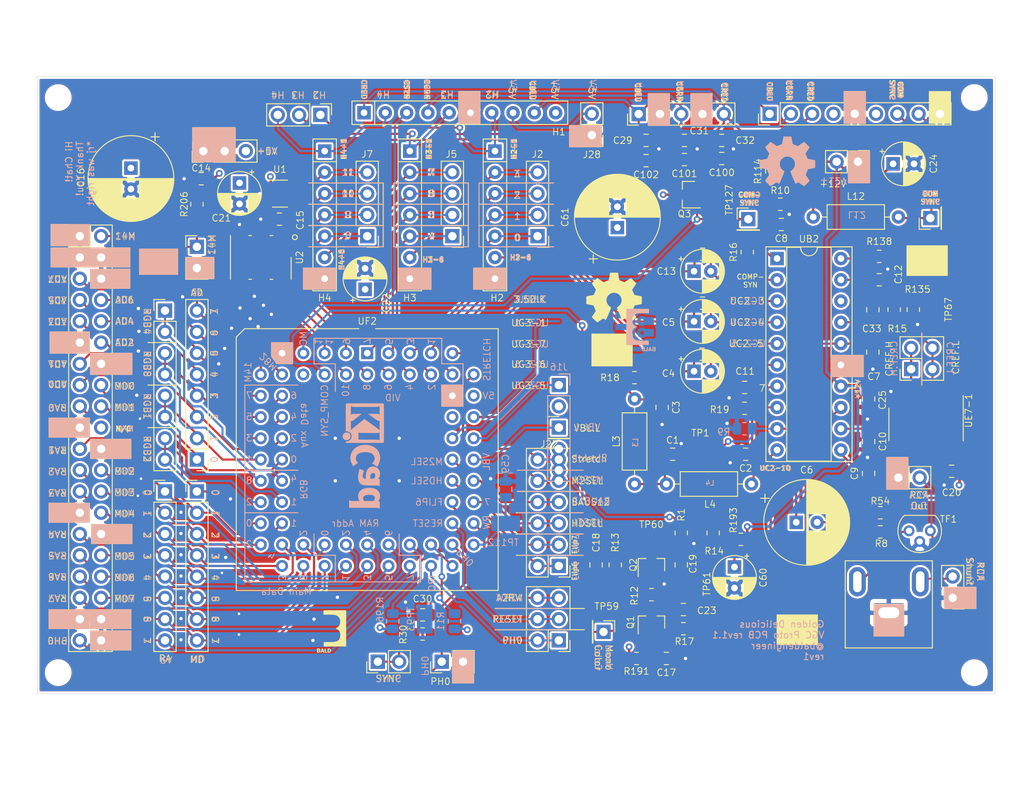
<source format=kicad_pcb>
(kicad_pcb (version 20171130) (host pcbnew "(5.1.10)-1")

  (general
    (thickness 1.6)
    (drawings 474)
    (tracks 933)
    (zones 0)
    (modules 126)
    (nets 123)
  )

  (page A4)
  (layers
    (0 F.Cu signal)
    (1 In1.Cu power hide)
    (2 In2.Cu power hide)
    (31 B.Cu signal hide)
    (32 B.Adhes user hide)
    (33 F.Adhes user hide)
    (34 B.Paste user hide)
    (35 F.Paste user)
    (36 B.SilkS user)
    (37 F.SilkS user)
    (38 B.Mask user hide)
    (39 F.Mask user)
    (40 Dwgs.User user hide)
    (41 Cmts.User user hide)
    (42 Eco1.User user hide)
    (43 Eco2.User user hide)
    (44 Edge.Cuts user)
    (45 Margin user hide)
    (46 B.CrtYd user hide)
    (47 F.CrtYd user)
    (48 B.Fab user hide)
    (49 F.Fab user hide)
  )

  (setup
    (last_trace_width 0.254)
    (trace_clearance 0.2032)
    (zone_clearance 0.254)
    (zone_45_only no)
    (trace_min 0.2)
    (via_size 0.8)
    (via_drill 0.4)
    (via_min_size 0.4)
    (via_min_drill 0.3)
    (user_via 0.4572 0.3048)
    (uvia_size 0.3)
    (uvia_drill 0.1)
    (uvias_allowed no)
    (uvia_min_size 0.2)
    (uvia_min_drill 0.1)
    (edge_width 0.05)
    (segment_width 0.2)
    (pcb_text_width 0.3)
    (pcb_text_size 1.5 1.5)
    (mod_edge_width 0.12)
    (mod_text_size 0.8 0.8)
    (mod_text_width 0.1)
    (pad_size 1.3 1.3)
    (pad_drill 0.75)
    (pad_to_mask_clearance 0)
    (aux_axis_origin 0 0)
    (visible_elements 7FFFEFFF)
    (pcbplotparams
      (layerselection 0x010fc_ffffffff)
      (usegerberextensions false)
      (usegerberattributes true)
      (usegerberadvancedattributes true)
      (creategerberjobfile true)
      (excludeedgelayer true)
      (linewidth 0.100000)
      (plotframeref false)
      (viasonmask false)
      (mode 1)
      (useauxorigin false)
      (hpglpennumber 1)
      (hpglpenspeed 20)
      (hpglpendiameter 15.000000)
      (psnegative false)
      (psa4output false)
      (plotreference true)
      (plotvalue true)
      (plotinvisibletext false)
      (padsonsilk false)
      (subtractmaskfromsilk false)
      (outputformat 1)
      (mirror false)
      (drillshape 0)
      (scaleselection 1)
      (outputdirectory "gerber/"))
  )

  (net 0 "")
  (net 1 +5V)
  (net 2 GND)
  (net 3 +3V3)
  (net 4 /COMP-BLUE)
  (net 5 -5V)
  (net 6 /H2-1)
  (net 7 /H3-1)
  (net 8 /COMP-GREEN)
  (net 9 /COMP-SYN)
  (net 10 /H4-1)
  (net 11 /COMP-RED)
  (net 12 /H2-6)
  (net 13 /VID0)
  (net 14 /VID1)
  (net 15 /VID2)
  (net 16 /VID3)
  (net 17 /H3-6)
  (net 18 /VID4)
  (net 19 /VID5)
  (net 20 /VID6)
  (net 21 /VID7)
  (net 22 /H4-6)
  (net 23 /VID8)
  (net 24 /VID9)
  (net 25 /VID10)
  (net 26 /VID11)
  (net 27 /J11-1)
  (net 28 "Net-(J11-Pad3)")
  (net 29 /L4-1)
  (net 30 /L3-1)
  (net 31 /UC2-8)
  (net 32 /R13-1)
  (net 33 /MONO-COLOR)
  (net 34 /Q2-3)
  (net 35 +12V)
  (net 36 /R114-1)
  (net 37 /R8-2)
  (net 38 "Net-(U1-Pad4)")
  (net 39 "Net-(U1-Pad3)")
  (net 40 "Net-(U2-Pad1)")
  (net 41 /28M)
  (net 42 "Net-(U2-Pad2)")
  (net 43 "Net-(U2-Pad5)")
  (net 44 /UC2-20)
  (net 45 /UC2-10)
  (net 46 /UC2-19)
  (net 47 /UC2-9)
  (net 48 "Net-(UB2-Pad18)")
  (net 49 /UC2-17)
  (net 50 /UC2-7)
  (net 51 /UC2-16)
  (net 52 /UC2-6)
  (net 53 /UC2-5)
  (net 54 /UC2-4)
  (net 55 /UC2-13)
  (net 56 /UC2-3)
  (net 57 /UC2-12)
  (net 58 /UC2-11)
  (net 59 "Net-(C8-Pad2)")
  (net 60 CREF.H)
  (net 61 CREF.L)
  (net 62 /STRETCH.L)
  (net 63 /UG3-7)
  (net 64 /UG3-5)
  (net 65 /VBL.L)
  (net 66 /BABUS12)
  (net 67 /FLIP7.H)
  (net 68 /A2R-W.H)
  (net 69 /3.5DIK)
  (net 70 /UG3-6)
  (net 71 /M2SEL.L)
  (net 72 /HDSEL.H)
  (net 73 /FLIP6.H)
  (net 74 /RESET.L)
  (net 75 /PH0.H)
  (net 76 /UH2-43)
  (net 77 /IRQ.L)
  (net 78 /RABUS7)
  (net 79 /RABUS5)
  (net 80 /RABUS3)
  (net 81 /RABUS1)
  (net 82 /MDBUS7)
  (net 83 /MDBUS5)
  (net 84 /MDBUS3)
  (net 85 /UH2-44)
  (net 86 /U18TEST)
  (net 87 /UH2-40)
  (net 88 /RABUS6)
  (net 89 /RABUS4)
  (net 90 /RABUS2)
  (net 91 /RABUS0)
  (net 92 /MDBUS6)
  (net 93 /MDBUS4)
  (net 94 /MDBUS2)
  (net 95 /MDBUS0)
  (net 96 /RGB2.H)
  (net 97 /RGB8.H)
  (net 98 /ADBUS1)
  (net 99 /ADBUS3)
  (net 100 /ADBUS5)
  (net 101 /ADBUS7)
  (net 102 /14M.H)
  (net 103 /MDBUS1)
  (net 104 /RGB1.H)
  (net 105 /RGB4.H)
  (net 106 /ADBUS0)
  (net 107 /ADBUS2)
  (net 108 /ADBUS4)
  (net 109 /ADBUS6)
  (net 110 /R54-1)
  (net 111 /R17-1)
  (net 112 /R135-1)
  (net 113 /R14-2)
  (net 114 /R54-2)
  (net 115 /COMSYNC)
  (net 116 /UG3-1)
  (net 117 /R114-2)
  (net 118 /SYNC.L)
  (net 119 /14MD.H)
  (net 120 "Net-(J25-Pad20)")
  (net 121 "Net-(J10-Pad6)")
  (net 122 "Net-(J10-Pad4)")

  (net_class Default "This is the default net class."
    (clearance 0.2032)
    (trace_width 0.254)
    (via_dia 0.8)
    (via_drill 0.4)
    (uvia_dia 0.3)
    (uvia_drill 0.1)
    (add_net /14M.H)
    (add_net /14MD.H)
    (add_net /28M)
    (add_net /3.5DIK)
    (add_net /A2R-W.H)
    (add_net /ADBUS0)
    (add_net /ADBUS1)
    (add_net /ADBUS2)
    (add_net /ADBUS3)
    (add_net /ADBUS4)
    (add_net /ADBUS5)
    (add_net /ADBUS6)
    (add_net /ADBUS7)
    (add_net /BABUS12)
    (add_net /COMP-BLUE)
    (add_net /COMP-GREEN)
    (add_net /COMP-RED)
    (add_net /COMP-SYN)
    (add_net /COMSYNC)
    (add_net /FLIP6.H)
    (add_net /FLIP7.H)
    (add_net /H2-1)
    (add_net /H2-6)
    (add_net /H3-1)
    (add_net /H3-6)
    (add_net /H4-1)
    (add_net /H4-6)
    (add_net /HDSEL.H)
    (add_net /IRQ.L)
    (add_net /J11-1)
    (add_net /L3-1)
    (add_net /L4-1)
    (add_net /M2SEL.L)
    (add_net /MDBUS0)
    (add_net /MDBUS1)
    (add_net /MDBUS2)
    (add_net /MDBUS3)
    (add_net /MDBUS4)
    (add_net /MDBUS5)
    (add_net /MDBUS6)
    (add_net /MDBUS7)
    (add_net /MONO-COLOR)
    (add_net /PH0.H)
    (add_net /Q2-3)
    (add_net /R114-1)
    (add_net /R114-2)
    (add_net /R13-1)
    (add_net /R135-1)
    (add_net /R14-2)
    (add_net /R17-1)
    (add_net /R54-1)
    (add_net /R54-2)
    (add_net /R8-2)
    (add_net /RABUS0)
    (add_net /RABUS1)
    (add_net /RABUS2)
    (add_net /RABUS3)
    (add_net /RABUS4)
    (add_net /RABUS5)
    (add_net /RABUS6)
    (add_net /RABUS7)
    (add_net /RESET.L)
    (add_net /RGB1.H)
    (add_net /RGB2.H)
    (add_net /RGB4.H)
    (add_net /RGB8.H)
    (add_net /STRETCH.L)
    (add_net /SYNC.L)
    (add_net /U18TEST)
    (add_net /UC2-10)
    (add_net /UC2-11)
    (add_net /UC2-12)
    (add_net /UC2-13)
    (add_net /UC2-16)
    (add_net /UC2-17)
    (add_net /UC2-19)
    (add_net /UC2-20)
    (add_net /UC2-3)
    (add_net /UC2-4)
    (add_net /UC2-5)
    (add_net /UC2-6)
    (add_net /UC2-7)
    (add_net /UC2-8)
    (add_net /UC2-9)
    (add_net /UG3-1)
    (add_net /UG3-5)
    (add_net /UG3-6)
    (add_net /UG3-7)
    (add_net /UH2-40)
    (add_net /UH2-43)
    (add_net /UH2-44)
    (add_net /VBL.L)
    (add_net /VID0)
    (add_net /VID1)
    (add_net /VID10)
    (add_net /VID11)
    (add_net /VID2)
    (add_net /VID3)
    (add_net /VID4)
    (add_net /VID5)
    (add_net /VID6)
    (add_net /VID7)
    (add_net /VID8)
    (add_net /VID9)
    (add_net CREF.H)
    (add_net CREF.L)
    (add_net "Net-(C8-Pad2)")
    (add_net "Net-(J10-Pad4)")
    (add_net "Net-(J10-Pad6)")
    (add_net "Net-(J11-Pad3)")
    (add_net "Net-(J25-Pad20)")
    (add_net "Net-(U1-Pad3)")
    (add_net "Net-(U1-Pad4)")
    (add_net "Net-(U2-Pad1)")
    (add_net "Net-(U2-Pad2)")
    (add_net "Net-(U2-Pad5)")
    (add_net "Net-(UB2-Pad18)")
  )

  (net_class Power ""
    (clearance 0.254)
    (trace_width 0.3048)
    (via_dia 0.8)
    (via_drill 0.4)
    (uvia_dia 0.3)
    (uvia_drill 0.1)
    (add_net +12V)
    (add_net +3V3)
    (add_net +5V)
    (add_net -5V)
    (add_net GND)
  )

  (module "My Libraries:BE5v2" (layer F.Cu) (tedit 5FBC48F5) (tstamp 60CB866B)
    (at 114.6556 124.7394)
    (descr "Imported from BE5.svg")
    (tags svg2mod)
    (attr virtual)
    (fp_text reference svg2mod (at 0 -3.048) (layer F.SilkS) hide
      (effects (font (size 1.524 1.524) (thickness 0.3048)))
    )
    (fp_text value G*** (at 0 8.048) (layer F.SilkS) hide
      (effects (font (size 1.524 1.524) (thickness 0.3048)))
    )
    (fp_poly (pts (xy 4.71875 4.795261) (xy 4.71875 4.711563) (xy 4.78875 4.711563) (xy 4.83875 4.706413)
      (xy 4.86625 4.684522) (xy 4.87875 4.645892) (xy 4.86625 4.60855) (xy 4.84 4.587948)
      (xy 4.78625 4.584085) (xy 4.71875 4.584084) (xy 4.71875 4.711563) (xy 4.71875 4.795261)
      (xy 4.71875 4.992274) (xy 4.605 4.992274) (xy 4.605 4.493948) (xy 4.8175 4.493948)
      (xy 4.9125 4.508112) (xy 4.97125 4.559618) (xy 4.995 4.643317) (xy 4.974219 4.720255)
      (xy 4.91125 4.772083) (xy 5 4.992274) (xy 4.875 4.992274) (xy 4.80125 4.795261)
      (xy 4.71875 4.795261)) (layer F.Mask) (width 0.095901))
    (fp_poly (pts (xy 4.5375 4.589235) (xy 4.3075 4.589235) (xy 4.3075 4.69096) (xy 4.4875 4.69096)
      (xy 4.4875 4.78496) (xy 4.30625 4.78496) (xy 4.30625 4.893123) (xy 4.5375 4.893123)
      (xy 4.5375 4.992274) (xy 4.1925 4.992274) (xy 4.1925 4.493948) (xy 4.5375 4.493948)
      (xy 4.5375 4.589235)) (layer F.Mask) (width 0.095901))
    (fp_poly (pts (xy 4.12375 4.589235) (xy 3.89375 4.589235) (xy 3.89375 4.69096) (xy 4.075 4.69096)
      (xy 4.075 4.78496) (xy 3.89375 4.78496) (xy 3.89375 4.893123) (xy 4.12375 4.893123)
      (xy 4.12375 4.992274) (xy 3.77875 4.992274) (xy 3.77875 4.493948) (xy 4.12375 4.493948)
      (xy 4.12375 4.589235)) (layer F.Mask) (width 0.095901))
    (fp_poly (pts (xy 3.68125 4.495235) (xy 3.68125 4.993561) (xy 3.585 4.993561) (xy 3.39625 4.657481)
      (xy 3.397493 4.674221) (xy 3.398737 4.696111) (xy 3.398737 4.994849) (xy 3.309987 4.994849)
      (xy 3.309987 4.496523) (xy 3.432487 4.496523) (xy 3.597487 4.79011) (xy 3.594987 4.756631)
      (xy 3.594987 4.496523) (xy 3.681237 4.496523) (xy 3.68125 4.495235)) (layer F.Mask) (width 0.095901))
    (fp_poly (pts (xy 3.21125 4.495235) (xy 3.21125 4.993561) (xy 3.09875 4.993561) (xy 3.09875 4.495235)
      (xy 3.21125 4.495235)) (layer F.Mask) (width 0.095901))
    (fp_poly (pts (xy 3.01 4.727015) (xy 3.01 4.993561) (xy 2.95875 4.993561) (xy 2.9425 4.935616)
      (xy 2.81 5) (xy 2.725937 4.982616) (xy 2.6625 4.930466) (xy 2.623125 4.85047)
      (xy 2.61 4.750193) (xy 2.624062 4.642673) (xy 2.66625 4.558331) (xy 2.732656 4.50441)
      (xy 2.81875 4.486222) (xy 2.94875 4.532577) (xy 3.00875 4.657481) (xy 2.90125 4.671645)
      (xy 2.8175 4.581509) (xy 2.7475 4.624002) (xy 2.72375 4.74633) (xy 2.74875 4.863507)
      (xy 2.82125 4.903425) (xy 2.875 4.882822) (xy 2.89875 4.817151) (xy 2.8075 4.817151)
      (xy 2.8075 4.724439) (xy 3.01 4.724439) (xy 3.01 4.727015)) (layer F.Mask) (width 0.095901))
    (fp_poly (pts (xy 2.535 4.495235) (xy 2.535 4.993561) (xy 2.43875 4.993561) (xy 2.25 4.656193)
      (xy 2.251243 4.672933) (xy 2.252487 4.694823) (xy 2.252487 4.993561) (xy 2.163737 4.993561)
      (xy 2.163737 4.495235) (xy 2.286237 4.495235) (xy 2.451237 4.788823) (xy 2.448737 4.755343)
      (xy 2.448737 4.495235) (xy 2.535 4.495235)) (layer F.Mask) (width 0.095901))
    (fp_poly (pts (xy 2.095 4.589235) (xy 1.865 4.589235) (xy 1.865 4.69096) (xy 2.04625 4.69096)
      (xy 2.04625 4.78496) (xy 1.865 4.78496) (xy 1.865 4.893123) (xy 2.095 4.893123)
      (xy 2.095 4.992274) (xy 1.75 4.992274) (xy 1.75 4.493948) (xy 2.095 4.493948)
      (xy 2.095 4.589235)) (layer F.Mask) (width 0.095901))
    (fp_poly (pts (xy 1.605 0.844708) (xy 1.343613 1.277644) (xy 1.404531 1.184329) (xy 1.494746 1.121435)
      (xy 1.605 1.098377) (xy 1.715781 1.121435) (xy 1.805937 1.184329) (xy 1.866562 1.277644)
      (xy 1.88875 1.391965) (xy 1.866562 1.505541) (xy 1.805937 1.598474) (xy 1.715781 1.661228)
      (xy 1.605 1.684265) (xy 1.494219 1.661228) (xy 1.404062 1.598474) (xy 1.343437 1.505541)
      (xy 1.32125 1.391965) (xy 1.343613 1.277644) (xy 1.605 0.844708) (xy 1.466898 0.863546)
      (xy 1.342685 0.916435) (xy 1.23625 0.99794) (xy 0.26875 0.99794) (xy 0.26875 1.78599)
      (xy 1.23625 1.78599) (xy 1.34213 1.868067) (xy 1.46662 1.92067) (xy 1.605 1.939222)
      (xy 1.746348 1.919699) (xy 1.873287 1.864585) (xy 1.980781 1.779069) (xy 2.063796 1.668336)
      (xy 2.117297 1.537572) (xy 2.13625 1.391965) (xy 2.117297 1.246358) (xy 2.063796 1.115594)
      (xy 1.980781 1.004861) (xy 1.873287 0.919344) (xy 1.746348 0.864231) (xy 1.605 0.844708)) (layer F.Mask) (width 0.134262))
    (fp_poly (pts (xy 3.415 3.19727) (xy 4.7325 3.19727) (xy 4.7325 3.80891) (xy 3.415 3.80891)
      (xy 3.415 3.19727)) (layer F.Mask) (width 0.134262))
    (fp_poly (pts (xy 3.415 1.793716) (xy 4.7325 1.793716) (xy 4.7325 2.405357) (xy 3.415 2.405357)
      (xy 3.415 1.793716)) (layer F.Mask) (width 0.134262))
    (fp_poly (pts (xy 3.415 0.394025) (xy 4.7325 0.394025) (xy 4.7325 1.005666) (xy 3.415 1.005666)
      (xy 3.415 0.394025)) (layer F.Mask) (width 0.134262))
    (fp_poly (pts (xy 1.605 2.241823) (xy 1.343613 2.674961) (xy 1.404531 2.582088) (xy 1.494746 2.519637)
      (xy 1.605 2.496781) (xy 1.715781 2.519818) (xy 1.805937 2.582571) (xy 1.866562 2.675505)
      (xy 1.88875 2.78908) (xy 1.866562 2.903401) (xy 1.805937 2.996716) (xy 1.715781 3.059611)
      (xy 1.605 3.082668) (xy 1.494219 3.059611) (xy 1.404062 2.996716) (xy 1.343437 2.903401)
      (xy 1.32125 2.78908) (xy 1.343613 2.674961) (xy 1.605 2.241823) (xy 1.466898 2.260661)
      (xy 1.342685 2.313551) (xy 1.23625 2.395055) (xy 0.26875 2.395055) (xy 0.26875 3.183106)
      (xy 1.23625 3.183106) (xy 1.34213 3.265182) (xy 1.46662 3.317786) (xy 1.605 3.336338)
      (xy 1.746348 3.316814) (xy 1.873287 3.261701) (xy 1.980781 3.176185) (xy 2.063796 3.065451)
      (xy 2.117297 2.934688) (xy 2.13625 2.78908) (xy 2.117297 2.643473) (xy 2.063796 2.51271)
      (xy 1.980781 2.401976) (xy 1.873287 2.31646) (xy 1.746348 2.261347) (xy 1.605 2.241823)) (layer F.Mask) (width 0.134262))
    (fp_poly (pts (xy 1.27875 4.495236) (xy 1.39 4.58666) (xy 1.39 4.899563) (xy 1.43625 4.899563)
      (xy 1.52875 4.851919) (xy 1.55875 4.739893) (xy 1.54125 4.656194) (xy 1.49875 4.602112)
      (xy 1.4375 4.58666) (xy 1.39 4.58666) (xy 1.27875 4.495236) (xy 1.42625 4.495236)
      (xy 1.56125 4.52099) (xy 1.64 4.602112) (xy 1.675 4.742468) (xy 1.659844 4.840652)
      (xy 1.61375 4.921453) (xy 1.540625 4.975374) (xy 1.445 4.993562) (xy 1.27875 4.993562)
      (xy 1.27875 4.495236)) (layer F.SilkS) (width 0))
    (fp_poly (pts (xy 1.02875 4.894412) (xy 1.22125 4.894412) (xy 1.22125 4.993562) (xy 0.91375 4.993562)
      (xy 0.91375 4.495236) (xy 1.02875 4.495236) (xy 1.02875 4.894412)) (layer F.SilkS) (width 0))
    (fp_poly (pts (xy 0.71 4.495236) (xy 0.68375 4.799125) (xy 0.6325 4.624003) (xy 0.58125 4.799125)
      (xy 0.68375 4.799125) (xy 0.71 4.495236) (xy 0.86125 4.993562) (xy 0.74 4.993562)
      (xy 0.71 4.890549) (xy 0.55375 4.890549) (xy 0.52375 4.993562) (xy 0.425 4.993562)
      (xy 0.58 4.495236) (xy 0.71 4.495236)) (layer F.SilkS) (width 0))
    (fp_poly (pts (xy 0 4.495236) (xy 0.1125 4.582797) (xy 0.1125 4.692249) (xy 0.19875 4.692249)
      (xy 0.25875 4.672934) (xy 0.27125 4.635592) (xy 0.26125 4.6034) (xy 0.23875 4.58666)
      (xy 0.19125 4.582797) (xy 0.1125 4.582797) (xy 0 4.495236) (xy 0.1125 4.781098)
      (xy 0.1125 4.900851) (xy 0.2 4.900851) (xy 0.2625 4.885399) (xy 0.28125 4.84033)
      (xy 0.26375 4.799125) (xy 0.205 4.781098) (xy 0.1125 4.781098) (xy 0 4.495236)
      (xy 0.225 4.495236) (xy 0.31625 4.510688) (xy 0.36625 4.554469) (xy 0.38625 4.624003)
      (xy 0.364531 4.692893) (xy 0.29875 4.734742) (xy 0.37375 4.781098) (xy 0.39875 4.85707)
      (xy 0.3575 4.953645) (xy 0.22375 4.99485) (xy 0 4.99485) (xy 0 4.495236)) (layer F.SilkS) (width 0))
    (fp_poly (pts (xy 2.57875 3.573269) (xy 2.480422 3.642272) (xy 2.365463 3.698649) (xy 2.233906 3.742436)
      (xy 2.085787 3.773667) (xy 1.92114 3.79238) (xy 1.74 3.79861) (xy 0.8675 3.79861)
      (xy 0.8675 4.192635) (xy 3.415 4.192635) (xy 3.415 0) (xy 0.8375 0)
      (xy 0.8375 0.394025) (xy 1.61875 0.394025) (xy 1.772285 0.39642) (xy 1.910468 0.403522)
      (xy 2.033418 0.415211) (xy 2.14125 0.431368) (xy 2.267176 0.460936) (xy 2.375324 0.50052)
      (xy 2.46625 0.549833) (xy 2.577916 0.636154) (xy 2.670416 0.738213) (xy 2.74375 0.856297)
      (xy 2.796713 0.986828) (xy 2.828287 1.128805) (xy 2.83875 1.282514) (xy 2.831269 1.419348)
      (xy 2.808906 1.54568) (xy 2.771777 1.661147) (xy 2.72 1.765388) (xy 2.652285 1.860755)
      (xy 2.567343 1.947914) (xy 2.465293 2.026864) (xy 2.34625 2.097605) (xy 2.46625 2.158246)
      (xy 2.569375 2.228303) (xy 2.655625 2.308018) (xy 2.725 2.397631) (xy 2.778418 2.498109)
      (xy 2.816718 2.610418) (xy 2.839785 2.734798) (xy 2.8475 2.871492) (xy 2.840526 3.023001)
      (xy 2.818379 3.160739) (xy 2.781093 3.284671) (xy 2.728703 3.39476) (xy 2.661244 3.490971)
      (xy 2.57875 3.573269)) (layer F.SilkS) (width 0.134262))
    (fp_poly (pts (xy 4.71875 4.795261) (xy 4.71875 4.711563) (xy 4.78875 4.711563) (xy 4.83875 4.706413)
      (xy 4.86625 4.684522) (xy 4.87875 4.645892) (xy 4.86625 4.60855) (xy 4.84 4.587948)
      (xy 4.78625 4.584085) (xy 4.71875 4.584084) (xy 4.71875 4.711563) (xy 4.71875 4.795261)
      (xy 4.71875 4.992274) (xy 4.605 4.992274) (xy 4.605 4.493948) (xy 4.8175 4.493948)
      (xy 4.9125 4.508112) (xy 4.97125 4.559618) (xy 4.995 4.643317) (xy 4.974219 4.720255)
      (xy 4.91125 4.772083) (xy 5 4.992274) (xy 4.875 4.992274) (xy 4.80125 4.795261)
      (xy 4.71875 4.795261)) (layer F.Cu) (width 0.095901))
    (fp_poly (pts (xy 4.5375 4.589235) (xy 4.3075 4.589235) (xy 4.3075 4.69096) (xy 4.4875 4.69096)
      (xy 4.4875 4.78496) (xy 4.30625 4.78496) (xy 4.30625 4.893123) (xy 4.5375 4.893123)
      (xy 4.5375 4.992274) (xy 4.1925 4.992274) (xy 4.1925 4.493948) (xy 4.5375 4.493948)
      (xy 4.5375 4.589235)) (layer F.Cu) (width 0.095901))
    (fp_poly (pts (xy 4.12375 4.589235) (xy 3.89375 4.589235) (xy 3.89375 4.69096) (xy 4.075 4.69096)
      (xy 4.075 4.78496) (xy 3.89375 4.78496) (xy 3.89375 4.893123) (xy 4.12375 4.893123)
      (xy 4.12375 4.992274) (xy 3.77875 4.992274) (xy 3.77875 4.493948) (xy 4.12375 4.493948)
      (xy 4.12375 4.589235)) (layer F.Cu) (width 0.095901))
    (fp_poly (pts (xy 3.68125 4.495235) (xy 3.68125 4.993561) (xy 3.585 4.993561) (xy 3.39625 4.657481)
      (xy 3.397493 4.674221) (xy 3.398737 4.696111) (xy 3.398737 4.994849) (xy 3.309987 4.994849)
      (xy 3.309987 4.496523) (xy 3.432487 4.496523) (xy 3.597487 4.79011) (xy 3.594987 4.756631)
      (xy 3.594987 4.496523) (xy 3.681237 4.496523) (xy 3.68125 4.495235)) (layer F.Cu) (width 0.095901))
    (fp_poly (pts (xy 3.21125 4.495235) (xy 3.21125 4.993561) (xy 3.09875 4.993561) (xy 3.09875 4.495235)
      (xy 3.21125 4.495235)) (layer F.Cu) (width 0.095901))
    (fp_poly (pts (xy 3.01 4.727015) (xy 3.01 4.993561) (xy 2.95875 4.993561) (xy 2.9425 4.935616)
      (xy 2.81 5) (xy 2.725937 4.982616) (xy 2.6625 4.930466) (xy 2.623125 4.85047)
      (xy 2.61 4.750193) (xy 2.624062 4.642673) (xy 2.66625 4.558331) (xy 2.732656 4.50441)
      (xy 2.81875 4.486222) (xy 2.94875 4.532577) (xy 3.00875 4.657481) (xy 2.90125 4.671645)
      (xy 2.8175 4.581509) (xy 2.7475 4.624002) (xy 2.72375 4.74633) (xy 2.74875 4.863507)
      (xy 2.82125 4.903425) (xy 2.875 4.882822) (xy 2.89875 4.817151) (xy 2.8075 4.817151)
      (xy 2.8075 4.724439) (xy 3.01 4.724439) (xy 3.01 4.727015)) (layer F.Cu) (width 0.095901))
    (fp_poly (pts (xy 2.535 4.495235) (xy 2.535 4.993561) (xy 2.43875 4.993561) (xy 2.25 4.656193)
      (xy 2.251243 4.672933) (xy 2.252487 4.694823) (xy 2.252487 4.993561) (xy 2.163737 4.993561)
      (xy 2.163737 4.495235) (xy 2.286237 4.495235) (xy 2.451237 4.788823) (xy 2.448737 4.755343)
      (xy 2.448737 4.495235) (xy 2.535 4.495235)) (layer F.Cu) (width 0.095901))
    (fp_poly (pts (xy 2.095 4.589235) (xy 1.865 4.589235) (xy 1.865 4.69096) (xy 2.04625 4.69096)
      (xy 2.04625 4.78496) (xy 1.865 4.78496) (xy 1.865 4.893123) (xy 2.095 4.893123)
      (xy 2.095 4.992274) (xy 1.75 4.992274) (xy 1.75 4.493948) (xy 2.095 4.493948)
      (xy 2.095 4.589235)) (layer F.Cu) (width 0.095901))
    (fp_poly (pts (xy 1.605 0.844708) (xy 1.343613 1.277644) (xy 1.404531 1.184329) (xy 1.494746 1.121435)
      (xy 1.605 1.098377) (xy 1.715781 1.121435) (xy 1.805937 1.184329) (xy 1.866562 1.277644)
      (xy 1.88875 1.391965) (xy 1.866562 1.505541) (xy 1.805937 1.598474) (xy 1.715781 1.661228)
      (xy 1.605 1.684265) (xy 1.494219 1.661228) (xy 1.404062 1.598474) (xy 1.343437 1.505541)
      (xy 1.32125 1.391965) (xy 1.343613 1.277644) (xy 1.605 0.844708) (xy 1.466898 0.863546)
      (xy 1.342685 0.916435) (xy 1.23625 0.99794) (xy 0.26875 0.99794) (xy 0.26875 1.78599)
      (xy 1.23625 1.78599) (xy 1.34213 1.868067) (xy 1.46662 1.92067) (xy 1.605 1.939222)
      (xy 1.746348 1.919699) (xy 1.873287 1.864585) (xy 1.980781 1.779069) (xy 2.063796 1.668336)
      (xy 2.117297 1.537572) (xy 2.13625 1.391965) (xy 2.117297 1.246358) (xy 2.063796 1.115594)
      (xy 1.980781 1.004861) (xy 1.873287 0.919344) (xy 1.746348 0.864231) (xy 1.605 0.844708)) (layer F.Cu) (width 0.134262))
    (fp_poly (pts (xy 3.415 3.19727) (xy 4.7325 3.19727) (xy 4.7325 3.80891) (xy 3.415 3.80891)
      (xy 3.415 3.19727)) (layer F.Cu) (width 0.134262))
    (fp_poly (pts (xy 3.415 1.793716) (xy 4.7325 1.793716) (xy 4.7325 2.405357) (xy 3.415 2.405357)
      (xy 3.415 1.793716)) (layer F.Cu) (width 0.134262))
    (fp_poly (pts (xy 3.415 0.394025) (xy 4.7325 0.394025) (xy 4.7325 1.005666) (xy 3.415 1.005666)
      (xy 3.415 0.394025)) (layer F.Cu) (width 0.134262))
    (fp_poly (pts (xy 1.605 2.241823) (xy 1.343613 2.674961) (xy 1.404531 2.582088) (xy 1.494746 2.519637)
      (xy 1.605 2.496781) (xy 1.715781 2.519818) (xy 1.805937 2.582571) (xy 1.866562 2.675505)
      (xy 1.88875 2.78908) (xy 1.866562 2.903401) (xy 1.805937 2.996716) (xy 1.715781 3.059611)
      (xy 1.605 3.082668) (xy 1.494219 3.059611) (xy 1.404062 2.996716) (xy 1.343437 2.903401)
      (xy 1.32125 2.78908) (xy 1.343613 2.674961) (xy 1.605 2.241823) (xy 1.466898 2.260661)
      (xy 1.342685 2.313551) (xy 1.23625 2.395055) (xy 0.26875 2.395055) (xy 0.26875 3.183106)
      (xy 1.23625 3.183106) (xy 1.34213 3.265182) (xy 1.46662 3.317786) (xy 1.605 3.336338)
      (xy 1.746348 3.316814) (xy 1.873287 3.261701) (xy 1.980781 3.176185) (xy 2.063796 3.065451)
      (xy 2.117297 2.934688) (xy 2.13625 2.78908) (xy 2.117297 2.643473) (xy 2.063796 2.51271)
      (xy 1.980781 2.401976) (xy 1.873287 2.31646) (xy 1.746348 2.261347) (xy 1.605 2.241823)) (layer F.Cu) (width 0.134262))
  )

  (module "My Libraries:BE5v2" (layer B.Cu) (tedit 5FBC48F5) (tstamp 60CB7AD2)
    (at 155.0416 88.7476 180)
    (descr "Imported from BE5.svg")
    (tags svg2mod)
    (attr virtual)
    (fp_text reference svg2mod (at 0 3.048) (layer B.SilkS) hide
      (effects (font (size 1.524 1.524) (thickness 0.3048)) (justify mirror))
    )
    (fp_text value G*** (at 0 -8.048) (layer B.SilkS) hide
      (effects (font (size 1.524 1.524) (thickness 0.3048)) (justify mirror))
    )
    (fp_poly (pts (xy 4.71875 -4.795261) (xy 4.71875 -4.711563) (xy 4.78875 -4.711563) (xy 4.83875 -4.706413)
      (xy 4.86625 -4.684522) (xy 4.87875 -4.645892) (xy 4.86625 -4.60855) (xy 4.84 -4.587948)
      (xy 4.78625 -4.584085) (xy 4.71875 -4.584084) (xy 4.71875 -4.711563) (xy 4.71875 -4.795261)
      (xy 4.71875 -4.992274) (xy 4.605 -4.992274) (xy 4.605 -4.493948) (xy 4.8175 -4.493948)
      (xy 4.9125 -4.508112) (xy 4.97125 -4.559618) (xy 4.995 -4.643317) (xy 4.974219 -4.720255)
      (xy 4.91125 -4.772083) (xy 5 -4.992274) (xy 4.875 -4.992274) (xy 4.80125 -4.795261)
      (xy 4.71875 -4.795261)) (layer B.Mask) (width 0.095901))
    (fp_poly (pts (xy 4.5375 -4.589235) (xy 4.3075 -4.589235) (xy 4.3075 -4.69096) (xy 4.4875 -4.69096)
      (xy 4.4875 -4.78496) (xy 4.30625 -4.78496) (xy 4.30625 -4.893123) (xy 4.5375 -4.893123)
      (xy 4.5375 -4.992274) (xy 4.1925 -4.992274) (xy 4.1925 -4.493948) (xy 4.5375 -4.493948)
      (xy 4.5375 -4.589235)) (layer B.Mask) (width 0.095901))
    (fp_poly (pts (xy 4.12375 -4.589235) (xy 3.89375 -4.589235) (xy 3.89375 -4.69096) (xy 4.075 -4.69096)
      (xy 4.075 -4.78496) (xy 3.89375 -4.78496) (xy 3.89375 -4.893123) (xy 4.12375 -4.893123)
      (xy 4.12375 -4.992274) (xy 3.77875 -4.992274) (xy 3.77875 -4.493948) (xy 4.12375 -4.493948)
      (xy 4.12375 -4.589235)) (layer B.Mask) (width 0.095901))
    (fp_poly (pts (xy 3.68125 -4.495235) (xy 3.68125 -4.993561) (xy 3.585 -4.993561) (xy 3.39625 -4.657481)
      (xy 3.397493 -4.674221) (xy 3.398737 -4.696111) (xy 3.398737 -4.994849) (xy 3.309987 -4.994849)
      (xy 3.309987 -4.496523) (xy 3.432487 -4.496523) (xy 3.597487 -4.79011) (xy 3.594987 -4.756631)
      (xy 3.594987 -4.496523) (xy 3.681237 -4.496523) (xy 3.68125 -4.495235)) (layer B.Mask) (width 0.095901))
    (fp_poly (pts (xy 3.21125 -4.495235) (xy 3.21125 -4.993561) (xy 3.09875 -4.993561) (xy 3.09875 -4.495235)
      (xy 3.21125 -4.495235)) (layer B.Mask) (width 0.095901))
    (fp_poly (pts (xy 3.01 -4.727015) (xy 3.01 -4.993561) (xy 2.95875 -4.993561) (xy 2.9425 -4.935616)
      (xy 2.81 -5) (xy 2.725937 -4.982616) (xy 2.6625 -4.930466) (xy 2.623125 -4.85047)
      (xy 2.61 -4.750193) (xy 2.624062 -4.642673) (xy 2.66625 -4.558331) (xy 2.732656 -4.50441)
      (xy 2.81875 -4.486222) (xy 2.94875 -4.532577) (xy 3.00875 -4.657481) (xy 2.90125 -4.671645)
      (xy 2.8175 -4.581509) (xy 2.7475 -4.624002) (xy 2.72375 -4.74633) (xy 2.74875 -4.863507)
      (xy 2.82125 -4.903425) (xy 2.875 -4.882822) (xy 2.89875 -4.817151) (xy 2.8075 -4.817151)
      (xy 2.8075 -4.724439) (xy 3.01 -4.724439) (xy 3.01 -4.727015)) (layer B.Mask) (width 0.095901))
    (fp_poly (pts (xy 2.535 -4.495235) (xy 2.535 -4.993561) (xy 2.43875 -4.993561) (xy 2.25 -4.656193)
      (xy 2.251243 -4.672933) (xy 2.252487 -4.694823) (xy 2.252487 -4.993561) (xy 2.163737 -4.993561)
      (xy 2.163737 -4.495235) (xy 2.286237 -4.495235) (xy 2.451237 -4.788823) (xy 2.448737 -4.755343)
      (xy 2.448737 -4.495235) (xy 2.535 -4.495235)) (layer B.Mask) (width 0.095901))
    (fp_poly (pts (xy 2.095 -4.589235) (xy 1.865 -4.589235) (xy 1.865 -4.69096) (xy 2.04625 -4.69096)
      (xy 2.04625 -4.78496) (xy 1.865 -4.78496) (xy 1.865 -4.893123) (xy 2.095 -4.893123)
      (xy 2.095 -4.992274) (xy 1.75 -4.992274) (xy 1.75 -4.493948) (xy 2.095 -4.493948)
      (xy 2.095 -4.589235)) (layer B.Mask) (width 0.095901))
    (fp_poly (pts (xy 1.605 -0.844708) (xy 1.343613 -1.277644) (xy 1.404531 -1.184329) (xy 1.494746 -1.121435)
      (xy 1.605 -1.098377) (xy 1.715781 -1.121435) (xy 1.805937 -1.184329) (xy 1.866562 -1.277644)
      (xy 1.88875 -1.391965) (xy 1.866562 -1.505541) (xy 1.805937 -1.598474) (xy 1.715781 -1.661228)
      (xy 1.605 -1.684265) (xy 1.494219 -1.661228) (xy 1.404062 -1.598474) (xy 1.343437 -1.505541)
      (xy 1.32125 -1.391965) (xy 1.343613 -1.277644) (xy 1.605 -0.844708) (xy 1.466898 -0.863546)
      (xy 1.342685 -0.916435) (xy 1.23625 -0.99794) (xy 0.26875 -0.99794) (xy 0.26875 -1.78599)
      (xy 1.23625 -1.78599) (xy 1.34213 -1.868067) (xy 1.46662 -1.92067) (xy 1.605 -1.939222)
      (xy 1.746348 -1.919699) (xy 1.873287 -1.864585) (xy 1.980781 -1.779069) (xy 2.063796 -1.668336)
      (xy 2.117297 -1.537572) (xy 2.13625 -1.391965) (xy 2.117297 -1.246358) (xy 2.063796 -1.115594)
      (xy 1.980781 -1.004861) (xy 1.873287 -0.919344) (xy 1.746348 -0.864231) (xy 1.605 -0.844708)) (layer B.Mask) (width 0.134262))
    (fp_poly (pts (xy 3.415 -3.19727) (xy 4.7325 -3.19727) (xy 4.7325 -3.80891) (xy 3.415 -3.80891)
      (xy 3.415 -3.19727)) (layer B.Mask) (width 0.134262))
    (fp_poly (pts (xy 3.415 -1.793716) (xy 4.7325 -1.793716) (xy 4.7325 -2.405357) (xy 3.415 -2.405357)
      (xy 3.415 -1.793716)) (layer B.Mask) (width 0.134262))
    (fp_poly (pts (xy 3.415 -0.394025) (xy 4.7325 -0.394025) (xy 4.7325 -1.005666) (xy 3.415 -1.005666)
      (xy 3.415 -0.394025)) (layer B.Mask) (width 0.134262))
    (fp_poly (pts (xy 1.605 -2.241823) (xy 1.343613 -2.674961) (xy 1.404531 -2.582088) (xy 1.494746 -2.519637)
      (xy 1.605 -2.496781) (xy 1.715781 -2.519818) (xy 1.805937 -2.582571) (xy 1.866562 -2.675505)
      (xy 1.88875 -2.78908) (xy 1.866562 -2.903401) (xy 1.805937 -2.996716) (xy 1.715781 -3.059611)
      (xy 1.605 -3.082668) (xy 1.494219 -3.059611) (xy 1.404062 -2.996716) (xy 1.343437 -2.903401)
      (xy 1.32125 -2.78908) (xy 1.343613 -2.674961) (xy 1.605 -2.241823) (xy 1.466898 -2.260661)
      (xy 1.342685 -2.313551) (xy 1.23625 -2.395055) (xy 0.26875 -2.395055) (xy 0.26875 -3.183106)
      (xy 1.23625 -3.183106) (xy 1.34213 -3.265182) (xy 1.46662 -3.317786) (xy 1.605 -3.336338)
      (xy 1.746348 -3.316814) (xy 1.873287 -3.261701) (xy 1.980781 -3.176185) (xy 2.063796 -3.065451)
      (xy 2.117297 -2.934688) (xy 2.13625 -2.78908) (xy 2.117297 -2.643473) (xy 2.063796 -2.51271)
      (xy 1.980781 -2.401976) (xy 1.873287 -2.31646) (xy 1.746348 -2.261347) (xy 1.605 -2.241823)) (layer B.Mask) (width 0.134262))
    (fp_poly (pts (xy 1.27875 -4.495236) (xy 1.39 -4.58666) (xy 1.39 -4.899563) (xy 1.43625 -4.899563)
      (xy 1.52875 -4.851919) (xy 1.55875 -4.739893) (xy 1.54125 -4.656194) (xy 1.49875 -4.602112)
      (xy 1.4375 -4.58666) (xy 1.39 -4.58666) (xy 1.27875 -4.495236) (xy 1.42625 -4.495236)
      (xy 1.56125 -4.52099) (xy 1.64 -4.602112) (xy 1.675 -4.742468) (xy 1.659844 -4.840652)
      (xy 1.61375 -4.921453) (xy 1.540625 -4.975374) (xy 1.445 -4.993562) (xy 1.27875 -4.993562)
      (xy 1.27875 -4.495236)) (layer B.SilkS) (width 0))
    (fp_poly (pts (xy 1.02875 -4.894412) (xy 1.22125 -4.894412) (xy 1.22125 -4.993562) (xy 0.91375 -4.993562)
      (xy 0.91375 -4.495236) (xy 1.02875 -4.495236) (xy 1.02875 -4.894412)) (layer B.SilkS) (width 0))
    (fp_poly (pts (xy 0.71 -4.495236) (xy 0.68375 -4.799125) (xy 0.6325 -4.624003) (xy 0.58125 -4.799125)
      (xy 0.68375 -4.799125) (xy 0.71 -4.495236) (xy 0.86125 -4.993562) (xy 0.74 -4.993562)
      (xy 0.71 -4.890549) (xy 0.55375 -4.890549) (xy 0.52375 -4.993562) (xy 0.425 -4.993562)
      (xy 0.58 -4.495236) (xy 0.71 -4.495236)) (layer B.SilkS) (width 0))
    (fp_poly (pts (xy 0 -4.495236) (xy 0.1125 -4.582797) (xy 0.1125 -4.692249) (xy 0.19875 -4.692249)
      (xy 0.25875 -4.672934) (xy 0.27125 -4.635592) (xy 0.26125 -4.6034) (xy 0.23875 -4.58666)
      (xy 0.19125 -4.582797) (xy 0.1125 -4.582797) (xy 0 -4.495236) (xy 0.1125 -4.781098)
      (xy 0.1125 -4.900851) (xy 0.2 -4.900851) (xy 0.2625 -4.885399) (xy 0.28125 -4.84033)
      (xy 0.26375 -4.799125) (xy 0.205 -4.781098) (xy 0.1125 -4.781098) (xy 0 -4.495236)
      (xy 0.225 -4.495236) (xy 0.31625 -4.510688) (xy 0.36625 -4.554469) (xy 0.38625 -4.624003)
      (xy 0.364531 -4.692893) (xy 0.29875 -4.734742) (xy 0.37375 -4.781098) (xy 0.39875 -4.85707)
      (xy 0.3575 -4.953645) (xy 0.22375 -4.99485) (xy 0 -4.99485) (xy 0 -4.495236)) (layer B.SilkS) (width 0))
    (fp_poly (pts (xy 2.57875 -3.573269) (xy 2.480422 -3.642272) (xy 2.365463 -3.698649) (xy 2.233906 -3.742436)
      (xy 2.085787 -3.773667) (xy 1.92114 -3.79238) (xy 1.74 -3.79861) (xy 0.8675 -3.79861)
      (xy 0.8675 -4.192635) (xy 3.415 -4.192635) (xy 3.415 0) (xy 0.8375 0)
      (xy 0.8375 -0.394025) (xy 1.61875 -0.394025) (xy 1.772285 -0.39642) (xy 1.910468 -0.403522)
      (xy 2.033418 -0.415211) (xy 2.14125 -0.431368) (xy 2.267176 -0.460936) (xy 2.375324 -0.50052)
      (xy 2.46625 -0.549833) (xy 2.577916 -0.636154) (xy 2.670416 -0.738213) (xy 2.74375 -0.856297)
      (xy 2.796713 -0.986828) (xy 2.828287 -1.128805) (xy 2.83875 -1.282514) (xy 2.831269 -1.419348)
      (xy 2.808906 -1.54568) (xy 2.771777 -1.661147) (xy 2.72 -1.765388) (xy 2.652285 -1.860755)
      (xy 2.567343 -1.947914) (xy 2.465293 -2.026864) (xy 2.34625 -2.097605) (xy 2.46625 -2.158246)
      (xy 2.569375 -2.228303) (xy 2.655625 -2.308018) (xy 2.725 -2.397631) (xy 2.778418 -2.498109)
      (xy 2.816718 -2.610418) (xy 2.839785 -2.734798) (xy 2.8475 -2.871492) (xy 2.840526 -3.023001)
      (xy 2.818379 -3.160739) (xy 2.781093 -3.284671) (xy 2.728703 -3.39476) (xy 2.661244 -3.490971)
      (xy 2.57875 -3.573269)) (layer B.SilkS) (width 0.134262))
    (fp_poly (pts (xy 4.71875 -4.795261) (xy 4.71875 -4.711563) (xy 4.78875 -4.711563) (xy 4.83875 -4.706413)
      (xy 4.86625 -4.684522) (xy 4.87875 -4.645892) (xy 4.86625 -4.60855) (xy 4.84 -4.587948)
      (xy 4.78625 -4.584085) (xy 4.71875 -4.584084) (xy 4.71875 -4.711563) (xy 4.71875 -4.795261)
      (xy 4.71875 -4.992274) (xy 4.605 -4.992274) (xy 4.605 -4.493948) (xy 4.8175 -4.493948)
      (xy 4.9125 -4.508112) (xy 4.97125 -4.559618) (xy 4.995 -4.643317) (xy 4.974219 -4.720255)
      (xy 4.91125 -4.772083) (xy 5 -4.992274) (xy 4.875 -4.992274) (xy 4.80125 -4.795261)
      (xy 4.71875 -4.795261)) (layer B.Cu) (width 0.095901))
    (fp_poly (pts (xy 4.5375 -4.589235) (xy 4.3075 -4.589235) (xy 4.3075 -4.69096) (xy 4.4875 -4.69096)
      (xy 4.4875 -4.78496) (xy 4.30625 -4.78496) (xy 4.30625 -4.893123) (xy 4.5375 -4.893123)
      (xy 4.5375 -4.992274) (xy 4.1925 -4.992274) (xy 4.1925 -4.493948) (xy 4.5375 -4.493948)
      (xy 4.5375 -4.589235)) (layer B.Cu) (width 0.095901))
    (fp_poly (pts (xy 4.12375 -4.589235) (xy 3.89375 -4.589235) (xy 3.89375 -4.69096) (xy 4.075 -4.69096)
      (xy 4.075 -4.78496) (xy 3.89375 -4.78496) (xy 3.89375 -4.893123) (xy 4.12375 -4.893123)
      (xy 4.12375 -4.992274) (xy 3.77875 -4.992274) (xy 3.77875 -4.493948) (xy 4.12375 -4.493948)
      (xy 4.12375 -4.589235)) (layer B.Cu) (width 0.095901))
    (fp_poly (pts (xy 3.68125 -4.495235) (xy 3.68125 -4.993561) (xy 3.585 -4.993561) (xy 3.39625 -4.657481)
      (xy 3.397493 -4.674221) (xy 3.398737 -4.696111) (xy 3.398737 -4.994849) (xy 3.309987 -4.994849)
      (xy 3.309987 -4.496523) (xy 3.432487 -4.496523) (xy 3.597487 -4.79011) (xy 3.594987 -4.756631)
      (xy 3.594987 -4.496523) (xy 3.681237 -4.496523) (xy 3.68125 -4.495235)) (layer B.Cu) (width 0.095901))
    (fp_poly (pts (xy 3.21125 -4.495235) (xy 3.21125 -4.993561) (xy 3.09875 -4.993561) (xy 3.09875 -4.495235)
      (xy 3.21125 -4.495235)) (layer B.Cu) (width 0.095901))
    (fp_poly (pts (xy 3.01 -4.727015) (xy 3.01 -4.993561) (xy 2.95875 -4.993561) (xy 2.9425 -4.935616)
      (xy 2.81 -5) (xy 2.725937 -4.982616) (xy 2.6625 -4.930466) (xy 2.623125 -4.85047)
      (xy 2.61 -4.750193) (xy 2.624062 -4.642673) (xy 2.66625 -4.558331) (xy 2.732656 -4.50441)
      (xy 2.81875 -4.486222) (xy 2.94875 -4.532577) (xy 3.00875 -4.657481) (xy 2.90125 -4.671645)
      (xy 2.8175 -4.581509) (xy 2.7475 -4.624002) (xy 2.72375 -4.74633) (xy 2.74875 -4.863507)
      (xy 2.82125 -4.903425) (xy 2.875 -4.882822) (xy 2.89875 -4.817151) (xy 2.8075 -4.817151)
      (xy 2.8075 -4.724439) (xy 3.01 -4.724439) (xy 3.01 -4.727015)) (layer B.Cu) (width 0.095901))
    (fp_poly (pts (xy 2.535 -4.495235) (xy 2.535 -4.993561) (xy 2.43875 -4.993561) (xy 2.25 -4.656193)
      (xy 2.251243 -4.672933) (xy 2.252487 -4.694823) (xy 2.252487 -4.993561) (xy 2.163737 -4.993561)
      (xy 2.163737 -4.495235) (xy 2.286237 -4.495235) (xy 2.451237 -4.788823) (xy 2.448737 -4.755343)
      (xy 2.448737 -4.495235) (xy 2.535 -4.495235)) (layer B.Cu) (width 0.095901))
    (fp_poly (pts (xy 2.095 -4.589235) (xy 1.865 -4.589235) (xy 1.865 -4.69096) (xy 2.04625 -4.69096)
      (xy 2.04625 -4.78496) (xy 1.865 -4.78496) (xy 1.865 -4.893123) (xy 2.095 -4.893123)
      (xy 2.095 -4.992274) (xy 1.75 -4.992274) (xy 1.75 -4.493948) (xy 2.095 -4.493948)
      (xy 2.095 -4.589235)) (layer B.Cu) (width 0.095901))
    (fp_poly (pts (xy 1.605 -0.844708) (xy 1.343613 -1.277644) (xy 1.404531 -1.184329) (xy 1.494746 -1.121435)
      (xy 1.605 -1.098377) (xy 1.715781 -1.121435) (xy 1.805937 -1.184329) (xy 1.866562 -1.277644)
      (xy 1.88875 -1.391965) (xy 1.866562 -1.505541) (xy 1.805937 -1.598474) (xy 1.715781 -1.661228)
      (xy 1.605 -1.684265) (xy 1.494219 -1.661228) (xy 1.404062 -1.598474) (xy 1.343437 -1.505541)
      (xy 1.32125 -1.391965) (xy 1.343613 -1.277644) (xy 1.605 -0.844708) (xy 1.466898 -0.863546)
      (xy 1.342685 -0.916435) (xy 1.23625 -0.99794) (xy 0.26875 -0.99794) (xy 0.26875 -1.78599)
      (xy 1.23625 -1.78599) (xy 1.34213 -1.868067) (xy 1.46662 -1.92067) (xy 1.605 -1.939222)
      (xy 1.746348 -1.919699) (xy 1.873287 -1.864585) (xy 1.980781 -1.779069) (xy 2.063796 -1.668336)
      (xy 2.117297 -1.537572) (xy 2.13625 -1.391965) (xy 2.117297 -1.246358) (xy 2.063796 -1.115594)
      (xy 1.980781 -1.004861) (xy 1.873287 -0.919344) (xy 1.746348 -0.864231) (xy 1.605 -0.844708)) (layer B.Cu) (width 0.134262))
    (fp_poly (pts (xy 3.415 -3.19727) (xy 4.7325 -3.19727) (xy 4.7325 -3.80891) (xy 3.415 -3.80891)
      (xy 3.415 -3.19727)) (layer B.Cu) (width 0.134262))
    (fp_poly (pts (xy 3.415 -1.793716) (xy 4.7325 -1.793716) (xy 4.7325 -2.405357) (xy 3.415 -2.405357)
      (xy 3.415 -1.793716)) (layer B.Cu) (width 0.134262))
    (fp_poly (pts (xy 3.415 -0.394025) (xy 4.7325 -0.394025) (xy 4.7325 -1.005666) (xy 3.415 -1.005666)
      (xy 3.415 -0.394025)) (layer B.Cu) (width 0.134262))
    (fp_poly (pts (xy 1.605 -2.241823) (xy 1.343613 -2.674961) (xy 1.404531 -2.582088) (xy 1.494746 -2.519637)
      (xy 1.605 -2.496781) (xy 1.715781 -2.519818) (xy 1.805937 -2.582571) (xy 1.866562 -2.675505)
      (xy 1.88875 -2.78908) (xy 1.866562 -2.903401) (xy 1.805937 -2.996716) (xy 1.715781 -3.059611)
      (xy 1.605 -3.082668) (xy 1.494219 -3.059611) (xy 1.404062 -2.996716) (xy 1.343437 -2.903401)
      (xy 1.32125 -2.78908) (xy 1.343613 -2.674961) (xy 1.605 -2.241823) (xy 1.466898 -2.260661)
      (xy 1.342685 -2.313551) (xy 1.23625 -2.395055) (xy 0.26875 -2.395055) (xy 0.26875 -3.183106)
      (xy 1.23625 -3.183106) (xy 1.34213 -3.265182) (xy 1.46662 -3.317786) (xy 1.605 -3.336338)
      (xy 1.746348 -3.316814) (xy 1.873287 -3.261701) (xy 1.980781 -3.176185) (xy 2.063796 -3.065451)
      (xy 2.117297 -2.934688) (xy 2.13625 -2.78908) (xy 2.117297 -2.643473) (xy 2.063796 -2.51271)
      (xy 1.980781 -2.401976) (xy 1.873287 -2.31646) (xy 1.746348 -2.261347) (xy 1.605 -2.241823)) (layer B.Cu) (width 0.134262))
  )

  (module Symbol:KiCad-Logo_5mm_SilkScreen (layer B.Cu) (tedit 0) (tstamp 60CB7345)
    (at 120.7008 106.2482 270)
    (descr "KiCad Logo")
    (tags "Logo KiCad")
    (attr virtual)
    (fp_text reference REF** (at 0 5.08 90) (layer B.SilkS) hide
      (effects (font (size 1 1) (thickness 0.15)) (justify mirror))
    )
    (fp_text value KiCad-Logo_5mm_SilkScreen (at 0 -3.81 90) (layer B.Fab) hide
      (effects (font (size 1 1) (thickness 0.15)) (justify mirror))
    )
    (fp_poly (pts (xy -2.9464 2.510946) (xy -2.935535 2.397007) (xy -2.903918 2.289384) (xy -2.853015 2.190385)
      (xy -2.784293 2.102316) (xy -2.699219 2.027484) (xy -2.602232 1.969616) (xy -2.495964 1.929995)
      (xy -2.38895 1.911427) (xy -2.2833 1.912566) (xy -2.181125 1.93207) (xy -2.084534 1.968594)
      (xy -1.995638 2.020795) (xy -1.916546 2.087327) (xy -1.849369 2.166848) (xy -1.796217 2.258013)
      (xy -1.759199 2.359477) (xy -1.740427 2.469898) (xy -1.738489 2.519794) (xy -1.738489 2.607733)
      (xy -1.68656 2.607733) (xy -1.650253 2.604889) (xy -1.623355 2.593089) (xy -1.596249 2.569351)
      (xy -1.557867 2.530969) (xy -1.557867 0.339398) (xy -1.557876 0.077261) (xy -1.557908 -0.163241)
      (xy -1.557972 -0.383048) (xy -1.558076 -0.583101) (xy -1.558227 -0.764344) (xy -1.558434 -0.927716)
      (xy -1.558706 -1.07416) (xy -1.55905 -1.204617) (xy -1.559474 -1.320029) (xy -1.559987 -1.421338)
      (xy -1.560597 -1.509484) (xy -1.561312 -1.58541) (xy -1.56214 -1.650057) (xy -1.563089 -1.704367)
      (xy -1.564167 -1.74928) (xy -1.565383 -1.78574) (xy -1.566745 -1.814687) (xy -1.568261 -1.837063)
      (xy -1.569938 -1.853809) (xy -1.571786 -1.865868) (xy -1.573813 -1.87418) (xy -1.576025 -1.879687)
      (xy -1.577108 -1.881537) (xy -1.581271 -1.888549) (xy -1.584805 -1.894996) (xy -1.588635 -1.9009)
      (xy -1.593682 -1.906286) (xy -1.600871 -1.911178) (xy -1.611123 -1.915598) (xy -1.625364 -1.919572)
      (xy -1.644514 -1.923121) (xy -1.669499 -1.92627) (xy -1.70124 -1.929042) (xy -1.740662 -1.931461)
      (xy -1.788686 -1.933551) (xy -1.846237 -1.935335) (xy -1.914237 -1.936837) (xy -1.99361 -1.93808)
      (xy -2.085279 -1.939089) (xy -2.190166 -1.939885) (xy -2.309196 -1.940494) (xy -2.44329 -1.940939)
      (xy -2.593373 -1.941243) (xy -2.760367 -1.94143) (xy -2.945196 -1.941524) (xy -3.148783 -1.941548)
      (xy -3.37205 -1.941525) (xy -3.615922 -1.94148) (xy -3.881321 -1.941437) (xy -3.919704 -1.941432)
      (xy -4.186682 -1.941389) (xy -4.432002 -1.941318) (xy -4.656583 -1.941213) (xy -4.861345 -1.941066)
      (xy -5.047206 -1.940869) (xy -5.215088 -1.940616) (xy -5.365908 -1.9403) (xy -5.500587 -1.939913)
      (xy -5.620044 -1.939447) (xy -5.725199 -1.938897) (xy -5.816971 -1.938253) (xy -5.896279 -1.937511)
      (xy -5.964043 -1.936661) (xy -6.021182 -1.935697) (xy -6.068617 -1.934611) (xy -6.107266 -1.933397)
      (xy -6.138049 -1.932047) (xy -6.161885 -1.930555) (xy -6.179694 -1.928911) (xy -6.192395 -1.927111)
      (xy -6.200908 -1.925145) (xy -6.205266 -1.923477) (xy -6.213728 -1.919906) (xy -6.221497 -1.91727)
      (xy -6.228602 -1.914634) (xy -6.235073 -1.911062) (xy -6.240939 -1.905621) (xy -6.246229 -1.897375)
      (xy -6.250974 -1.88539) (xy -6.255202 -1.868731) (xy -6.258943 -1.846463) (xy -6.262227 -1.817652)
      (xy -6.265083 -1.781363) (xy -6.26754 -1.736661) (xy -6.269629 -1.682611) (xy -6.271378 -1.618279)
      (xy -6.272817 -1.54273) (xy -6.273976 -1.45503) (xy -6.274883 -1.354243) (xy -6.275569 -1.239434)
      (xy -6.276063 -1.10967) (xy -6.276395 -0.964015) (xy -6.276593 -0.801535) (xy -6.276687 -0.621295)
      (xy -6.276708 -0.42236) (xy -6.276685 -0.203796) (xy -6.276646 0.035332) (xy -6.276622 0.29596)
      (xy -6.276622 0.338111) (xy -6.276636 0.601008) (xy -6.276661 0.842268) (xy -6.276671 1.062835)
      (xy -6.276642 1.263648) (xy -6.276548 1.445651) (xy -6.276362 1.609784) (xy -6.276059 1.756989)
      (xy -6.275614 1.888208) (xy -6.275034 1.998133) (xy -5.972197 1.998133) (xy -5.932407 1.940289)
      (xy -5.921236 1.924521) (xy -5.911166 1.910559) (xy -5.902138 1.897216) (xy -5.894097 1.883307)
      (xy -5.886986 1.867644) (xy -5.880747 1.849042) (xy -5.875325 1.826314) (xy -5.870662 1.798273)
      (xy -5.866701 1.763733) (xy -5.863385 1.721508) (xy -5.860659 1.670411) (xy -5.858464 1.609256)
      (xy -5.856745 1.536856) (xy -5.855444 1.452025) (xy -5.854505 1.353578) (xy -5.85387 1.240326)
      (xy -5.853484 1.111084) (xy -5.853288 0.964666) (xy -5.853227 0.799884) (xy -5.853243 0.615553)
      (xy -5.85328 0.410487) (xy -5.853289 0.287867) (xy -5.853265 0.070918) (xy -5.853231 -0.124642)
      (xy -5.853243 -0.299999) (xy -5.853358 -0.456341) (xy -5.85363 -0.594857) (xy -5.854118 -0.716734)
      (xy -5.854876 -0.82316) (xy -5.855962 -0.915322) (xy -5.857431 -0.994409) (xy -5.85934 -1.061608)
      (xy -5.861744 -1.118107) (xy -5.864701 -1.165093) (xy -5.868266 -1.203755) (xy -5.872495 -1.23528)
      (xy -5.877446 -1.260855) (xy -5.883173 -1.28167) (xy -5.889733 -1.298911) (xy -5.897183 -1.313765)
      (xy -5.905579 -1.327422) (xy -5.914976 -1.341069) (xy -5.925432 -1.355893) (xy -5.931523 -1.364783)
      (xy -5.970296 -1.4224) (xy -5.438732 -1.4224) (xy -5.315483 -1.422365) (xy -5.212987 -1.422215)
      (xy -5.12942 -1.421878) (xy -5.062956 -1.421286) (xy -5.011771 -1.420367) (xy -4.974041 -1.419051)
      (xy -4.94794 -1.417269) (xy -4.931644 -1.414951) (xy -4.923328 -1.412026) (xy -4.921168 -1.408424)
      (xy -4.923339 -1.404075) (xy -4.924535 -1.402645) (xy -4.949685 -1.365573) (xy -4.975583 -1.312772)
      (xy -4.999192 -1.25077) (xy -5.007461 -1.224357) (xy -5.012078 -1.206416) (xy -5.015979 -1.185355)
      (xy -5.019248 -1.159089) (xy -5.021966 -1.125532) (xy -5.024215 -1.082599) (xy -5.026077 -1.028204)
      (xy -5.027636 -0.960262) (xy -5.028972 -0.876688) (xy -5.030169 -0.775395) (xy -5.031308 -0.6543)
      (xy -5.031685 -0.6096) (xy -5.032702 -0.484449) (xy -5.03346 -0.380082) (xy -5.033903 -0.294707)
      (xy -5.03397 -0.226533) (xy -5.033605 -0.173765) (xy -5.032748 -0.134614) (xy -5.031341 -0.107285)
      (xy -5.029325 -0.089986) (xy -5.026643 -0.080926) (xy -5.023236 -0.078312) (xy -5.019044 -0.080351)
      (xy -5.014571 -0.084667) (xy -5.004216 -0.097602) (xy -4.982158 -0.126676) (xy -4.949957 -0.169759)
      (xy -4.909174 -0.224718) (xy -4.86137 -0.289423) (xy -4.808105 -0.361742) (xy -4.75094 -0.439544)
      (xy -4.691437 -0.520698) (xy -4.631155 -0.603072) (xy -4.571655 -0.684536) (xy -4.514498 -0.762957)
      (xy -4.461245 -0.836204) (xy -4.413457 -0.902147) (xy -4.372693 -0.958654) (xy -4.340516 -1.003593)
      (xy -4.318485 -1.034834) (xy -4.313917 -1.041466) (xy -4.290996 -1.078369) (xy -4.264188 -1.126359)
      (xy -4.238789 -1.175897) (xy -4.235568 -1.182577) (xy -4.21389 -1.230772) (xy -4.201304 -1.268334)
      (xy -4.195574 -1.30416) (xy -4.194456 -1.3462) (xy -4.19509 -1.4224) (xy -3.040651 -1.4224)
      (xy -3.131815 -1.328669) (xy -3.178612 -1.278775) (xy -3.228899 -1.222295) (xy -3.274944 -1.168026)
      (xy -3.295369 -1.142673) (xy -3.325807 -1.103128) (xy -3.365862 -1.049916) (xy -3.414361 -0.984667)
      (xy -3.470135 -0.909011) (xy -3.532011 -0.824577) (xy -3.598819 -0.732994) (xy -3.669387 -0.635892)
      (xy -3.742545 -0.534901) (xy -3.817121 -0.43165) (xy -3.891944 -0.327768) (xy -3.965843 -0.224885)
      (xy -4.037646 -0.124631) (xy -4.106184 -0.028636) (xy -4.170284 0.061473) (xy -4.228775 0.144064)
      (xy -4.280486 0.217508) (xy -4.324247 0.280176) (xy -4.358885 0.330439) (xy -4.38323 0.366666)
      (xy -4.396111 0.387229) (xy -4.397869 0.391332) (xy -4.38991 0.402658) (xy -4.369115 0.429838)
      (xy -4.336847 0.471171) (xy -4.29447 0.524956) (xy -4.243347 0.589494) (xy -4.184841 0.663082)
      (xy -4.120314 0.744022) (xy -4.051131 0.830612) (xy -3.978653 0.921152) (xy -3.904246 1.01394)
      (xy -3.844517 1.088298) (xy -2.833511 1.088298) (xy -2.827602 1.075341) (xy -2.813272 1.053092)
      (xy -2.812225 1.051609) (xy -2.793438 1.021456) (xy -2.773791 0.984625) (xy -2.769892 0.976489)
      (xy -2.766356 0.96806) (xy -2.76323 0.957941) (xy -2.760486 0.94474) (xy -2.758092 0.927062)
      (xy -2.756019 0.903516) (xy -2.754235 0.872707) (xy -2.752712 0.833243) (xy -2.751419 0.783731)
      (xy -2.750326 0.722777) (xy -2.749403 0.648989) (xy -2.748619 0.560972) (xy -2.747945 0.457335)
      (xy -2.74735 0.336684) (xy -2.746805 0.197626) (xy -2.746279 0.038768) (xy -2.745745 -0.140089)
      (xy -2.745206 -0.325207) (xy -2.744772 -0.489145) (xy -2.744509 -0.633303) (xy -2.744484 -0.759079)
      (xy -2.744765 -0.867871) (xy -2.745419 -0.961077) (xy -2.746514 -1.040097) (xy -2.748118 -1.106328)
      (xy -2.750297 -1.16117) (xy -2.753119 -1.206021) (xy -2.756651 -1.242278) (xy -2.760961 -1.271341)
      (xy -2.766117 -1.294609) (xy -2.772185 -1.313479) (xy -2.779233 -1.329351) (xy -2.787329 -1.343622)
      (xy -2.79654 -1.357691) (xy -2.80504 -1.370158) (xy -2.822176 -1.396452) (xy -2.832322 -1.414037)
      (xy -2.833511 -1.417257) (xy -2.822604 -1.418334) (xy -2.791411 -1.419335) (xy -2.742223 -1.420235)
      (xy -2.677333 -1.42101) (xy -2.59903 -1.421637) (xy -2.509607 -1.422091) (xy -2.411356 -1.422349)
      (xy -2.342445 -1.4224) (xy -2.237452 -1.42218) (xy -2.14061 -1.421548) (xy -2.054107 -1.420549)
      (xy -1.980132 -1.419227) (xy -1.920874 -1.417626) (xy -1.87852 -1.415791) (xy -1.85526 -1.413765)
      (xy -1.851378 -1.412493) (xy -1.859076 -1.397591) (xy -1.867074 -1.38956) (xy -1.880246 -1.372434)
      (xy -1.897485 -1.342183) (xy -1.909407 -1.317622) (xy -1.936045 -1.258711) (xy -1.93912 -0.081845)
      (xy -1.942195 1.095022) (xy -2.387853 1.095022) (xy -2.48567 1.094858) (xy -2.576064 1.094389)
      (xy -2.65663 1.093653) (xy -2.724962 1.092684) (xy -2.778656 1.09152) (xy -2.815305 1.090197)
      (xy -2.832504 1.088751) (xy -2.833511 1.088298) (xy -3.844517 1.088298) (xy -3.82927 1.107278)
      (xy -3.75509 1.199463) (xy -3.683069 1.288796) (xy -3.614569 1.373576) (xy -3.550955 1.452102)
      (xy -3.493588 1.522674) (xy -3.443833 1.583591) (xy -3.403052 1.633153) (xy -3.385888 1.653822)
      (xy -3.299596 1.754484) (xy -3.222997 1.837741) (xy -3.154183 1.905562) (xy -3.091248 1.959911)
      (xy -3.081867 1.967278) (xy -3.042356 1.997883) (xy -4.174116 1.998133) (xy -4.168827 1.950156)
      (xy -4.17213 1.892812) (xy -4.193661 1.824537) (xy -4.233635 1.744788) (xy -4.278943 1.672505)
      (xy -4.295161 1.64986) (xy -4.323214 1.612304) (xy -4.36143 1.561979) (xy -4.408137 1.501027)
      (xy -4.461661 1.431589) (xy -4.520331 1.355806) (xy -4.582475 1.27582) (xy -4.646421 1.193772)
      (xy -4.710495 1.111804) (xy -4.773027 1.032057) (xy -4.832343 0.956673) (xy -4.886771 0.887793)
      (xy -4.934639 0.827558) (xy -4.974275 0.778111) (xy -5.004006 0.741592) (xy -5.022161 0.720142)
      (xy -5.02522 0.716844) (xy -5.028079 0.724851) (xy -5.030293 0.755145) (xy -5.031857 0.807444)
      (xy -5.032767 0.881469) (xy -5.03302 0.976937) (xy -5.032613 1.093566) (xy -5.031704 1.213555)
      (xy -5.030382 1.345667) (xy -5.028857 1.457406) (xy -5.026881 1.550975) (xy -5.024206 1.628581)
      (xy -5.020582 1.692426) (xy -5.015761 1.744717) (xy -5.009494 1.787656) (xy -5.001532 1.823449)
      (xy -4.991627 1.8543) (xy -4.979531 1.882414) (xy -4.964993 1.909995) (xy -4.950311 1.935034)
      (xy -4.912314 1.998133) (xy -5.972197 1.998133) (xy -6.275034 1.998133) (xy -6.275001 2.004383)
      (xy -6.274195 2.106456) (xy -6.27317 2.195367) (xy -6.2719 2.272059) (xy -6.27036 2.337473)
      (xy -6.268524 2.392551) (xy -6.266367 2.438235) (xy -6.263863 2.475466) (xy -6.260987 2.505187)
      (xy -6.257713 2.528338) (xy -6.254015 2.545861) (xy -6.249869 2.558699) (xy -6.245247 2.567792)
      (xy -6.240126 2.574082) (xy -6.234478 2.578512) (xy -6.228279 2.582022) (xy -6.221504 2.585555)
      (xy -6.215508 2.589124) (xy -6.210275 2.5917) (xy -6.202099 2.594028) (xy -6.189886 2.596122)
      (xy -6.172541 2.597993) (xy -6.148969 2.599653) (xy -6.118077 2.601116) (xy -6.078768 2.602392)
      (xy -6.02995 2.603496) (xy -5.970527 2.604439) (xy -5.899404 2.605233) (xy -5.815488 2.605891)
      (xy -5.717683 2.606425) (xy -5.604894 2.606847) (xy -5.476029 2.607171) (xy -5.329991 2.607408)
      (xy -5.165686 2.60757) (xy -4.98202 2.60767) (xy -4.777897 2.60772) (xy -4.566753 2.607733)
      (xy -2.9464 2.607733) (xy -2.9464 2.510946)) (layer B.SilkS) (width 0.01))
    (fp_poly (pts (xy 0.328429 2.050929) (xy 0.48857 2.029755) (xy 0.65251 1.989615) (xy 0.822313 1.930111)
      (xy 1.000043 1.850846) (xy 1.01131 1.845301) (xy 1.069005 1.817275) (xy 1.120552 1.793198)
      (xy 1.162191 1.774751) (xy 1.190162 1.763614) (xy 1.199733 1.761067) (xy 1.21895 1.756059)
      (xy 1.223561 1.751853) (xy 1.218458 1.74142) (xy 1.202418 1.715132) (xy 1.177288 1.675743)
      (xy 1.144914 1.626009) (xy 1.107143 1.568685) (xy 1.065822 1.506524) (xy 1.022798 1.442282)
      (xy 0.979917 1.378715) (xy 0.939026 1.318575) (xy 0.901971 1.26462) (xy 0.8706 1.219603)
      (xy 0.846759 1.186279) (xy 0.832294 1.167403) (xy 0.830309 1.165213) (xy 0.820191 1.169862)
      (xy 0.79785 1.187038) (xy 0.76728 1.21356) (xy 0.751536 1.228036) (xy 0.655047 1.303318)
      (xy 0.548336 1.358759) (xy 0.432832 1.393859) (xy 0.309962 1.40812) (xy 0.240561 1.406949)
      (xy 0.119423 1.389788) (xy 0.010205 1.353906) (xy -0.087418 1.299041) (xy -0.173772 1.22493)
      (xy -0.249185 1.131312) (xy -0.313982 1.017924) (xy -0.351399 0.931333) (xy -0.395252 0.795634)
      (xy -0.427572 0.64815) (xy -0.448443 0.492686) (xy -0.457949 0.333044) (xy -0.456173 0.173027)
      (xy -0.443197 0.016439) (xy -0.419106 -0.132918) (xy -0.383982 -0.27124) (xy -0.337908 -0.394724)
      (xy -0.321627 -0.428978) (xy -0.25338 -0.543064) (xy -0.172921 -0.639557) (xy -0.08143 -0.71767)
      (xy 0.019911 -0.776617) (xy 0.12992 -0.815612) (xy 0.247415 -0.833868) (xy 0.288883 -0.835211)
      (xy 0.410441 -0.82429) (xy 0.530878 -0.791474) (xy 0.648666 -0.737439) (xy 0.762277 -0.662865)
      (xy 0.853685 -0.584539) (xy 0.900215 -0.540008) (xy 1.081483 -0.837271) (xy 1.12658 -0.911433)
      (xy 1.167819 -0.979646) (xy 1.203735 -1.039459) (xy 1.232866 -1.08842) (xy 1.25375 -1.124079)
      (xy 1.264924 -1.143984) (xy 1.266375 -1.147079) (xy 1.258146 -1.156718) (xy 1.232567 -1.173999)
      (xy 1.192873 -1.197283) (xy 1.142297 -1.224934) (xy 1.084074 -1.255315) (xy 1.021437 -1.28679)
      (xy 0.957621 -1.317722) (xy 0.89586 -1.346473) (xy 0.839388 -1.371408) (xy 0.791438 -1.390889)
      (xy 0.767986 -1.399318) (xy 0.634221 -1.437133) (xy 0.496327 -1.462136) (xy 0.348622 -1.47514)
      (xy 0.221833 -1.477468) (xy 0.153878 -1.476373) (xy 0.088277 -1.474275) (xy 0.030847 -1.471434)
      (xy -0.012597 -1.468106) (xy -0.026702 -1.466422) (xy -0.165716 -1.437587) (xy -0.307243 -1.392468)
      (xy -0.444725 -1.33375) (xy -0.571606 -1.26412) (xy -0.649111 -1.211441) (xy -0.776519 -1.103239)
      (xy -0.894822 -0.976671) (xy -1.001828 -0.834866) (xy -1.095348 -0.680951) (xy -1.17319 -0.518053)
      (xy -1.217044 -0.400756) (xy -1.267292 -0.217128) (xy -1.300791 -0.022581) (xy -1.317551 0.178675)
      (xy -1.317584 0.382432) (xy -1.300899 0.584479) (xy -1.267507 0.780608) (xy -1.21742 0.966609)
      (xy -1.213603 0.978197) (xy -1.150719 1.14025) (xy -1.073972 1.288168) (xy -0.980758 1.426135)
      (xy -0.868473 1.558339) (xy -0.824608 1.603601) (xy -0.688466 1.727543) (xy -0.548509 1.830085)
      (xy -0.402589 1.912344) (xy -0.248558 1.975436) (xy -0.084268 2.020477) (xy 0.011289 2.037967)
      (xy 0.170023 2.053534) (xy 0.328429 2.050929)) (layer B.SilkS) (width 0.01))
    (fp_poly (pts (xy 2.673574 1.133448) (xy 2.825492 1.113433) (xy 2.960756 1.079798) (xy 3.080239 1.032275)
      (xy 3.184815 0.970595) (xy 3.262424 0.907035) (xy 3.331265 0.832901) (xy 3.385006 0.753129)
      (xy 3.42791 0.660909) (xy 3.443384 0.617839) (xy 3.456244 0.578858) (xy 3.467446 0.542711)
      (xy 3.47712 0.507566) (xy 3.485396 0.47159) (xy 3.492403 0.43295) (xy 3.498272 0.389815)
      (xy 3.503131 0.340351) (xy 3.50711 0.282727) (xy 3.51034 0.215109) (xy 3.512949 0.135666)
      (xy 3.515067 0.042564) (xy 3.516824 -0.066027) (xy 3.518349 -0.191942) (xy 3.519772 -0.337012)
      (xy 3.521025 -0.479778) (xy 3.522351 -0.635968) (xy 3.523556 -0.771239) (xy 3.524766 -0.887246)
      (xy 3.526106 -0.985645) (xy 3.5277 -1.068093) (xy 3.529675 -1.136246) (xy 3.532156 -1.19176)
      (xy 3.535269 -1.236292) (xy 3.539138 -1.271498) (xy 3.543889 -1.299034) (xy 3.549648 -1.320556)
      (xy 3.556539 -1.337722) (xy 3.564689 -1.352186) (xy 3.574223 -1.365606) (xy 3.585266 -1.379638)
      (xy 3.589566 -1.385071) (xy 3.605386 -1.40791) (xy 3.612422 -1.423463) (xy 3.612444 -1.423922)
      (xy 3.601567 -1.426121) (xy 3.570582 -1.428147) (xy 3.521957 -1.429942) (xy 3.458163 -1.431451)
      (xy 3.381669 -1.432616) (xy 3.294944 -1.43338) (xy 3.200457 -1.433686) (xy 3.18955 -1.433689)
      (xy 2.766657 -1.433689) (xy 2.763395 -1.337622) (xy 2.760133 -1.241556) (xy 2.698044 -1.292543)
      (xy 2.600714 -1.360057) (xy 2.490813 -1.414749) (xy 2.404349 -1.444978) (xy 2.335278 -1.459666)
      (xy 2.251925 -1.469659) (xy 2.162159 -1.474646) (xy 2.073845 -1.474313) (xy 1.994851 -1.468351)
      (xy 1.958622 -1.462638) (xy 1.818603 -1.424776) (xy 1.692178 -1.369932) (xy 1.58026 -1.298924)
      (xy 1.483762 -1.212568) (xy 1.4036 -1.111679) (xy 1.340687 -0.997076) (xy 1.296312 -0.870984)
      (xy 1.283978 -0.814401) (xy 1.276368 -0.752202) (xy 1.272739 -0.677363) (xy 1.272245 -0.643467)
      (xy 1.27231 -0.640282) (xy 2.032248 -0.640282) (xy 2.041541 -0.715333) (xy 2.069728 -0.77916)
      (xy 2.118197 -0.834798) (xy 2.123254 -0.839211) (xy 2.171548 -0.874037) (xy 2.223257 -0.89662)
      (xy 2.283989 -0.90854) (xy 2.359352 -0.911383) (xy 2.377459 -0.910978) (xy 2.431278 -0.908325)
      (xy 2.471308 -0.902909) (xy 2.506324 -0.892745) (xy 2.545103 -0.87585) (xy 2.555745 -0.870672)
      (xy 2.616396 -0.834844) (xy 2.663215 -0.792212) (xy 2.675952 -0.776973) (xy 2.720622 -0.720462)
      (xy 2.720622 -0.524586) (xy 2.720086 -0.445939) (xy 2.718396 -0.387988) (xy 2.715428 -0.348875)
      (xy 2.711057 -0.326741) (xy 2.706972 -0.320274) (xy 2.691047 -0.317111) (xy 2.657264 -0.314488)
      (xy 2.61034 -0.312655) (xy 2.554993 -0.311857) (xy 2.546106 -0.311842) (xy 2.42533 -0.317096)
      (xy 2.32266 -0.333263) (xy 2.236106 -0.360961) (xy 2.163681 -0.400808) (xy 2.108751 -0.447758)
      (xy 2.064204 -0.505645) (xy 2.03948 -0.568693) (xy 2.032248 -0.640282) (xy 1.27231 -0.640282)
      (xy 1.274178 -0.549712) (xy 1.282522 -0.470812) (xy 1.298768 -0.39959) (xy 1.324405 -0.328864)
      (xy 1.348401 -0.276493) (xy 1.40702 -0.181196) (xy 1.485117 -0.09317) (xy 1.580315 -0.014017)
      (xy 1.690238 0.05466) (xy 1.81251 0.111259) (xy 1.944755 0.154179) (xy 2.009422 0.169118)
      (xy 2.145604 0.191223) (xy 2.294049 0.205806) (xy 2.445505 0.212187) (xy 2.572064 0.210555)
      (xy 2.73395 0.203776) (xy 2.72653 0.262755) (xy 2.707238 0.361908) (xy 2.676104 0.442628)
      (xy 2.632269 0.505534) (xy 2.574871 0.551244) (xy 2.503048 0.580378) (xy 2.415941 0.593553)
      (xy 2.312686 0.591389) (xy 2.274711 0.587388) (xy 2.13352 0.56222) (xy 1.996707 0.521186)
      (xy 1.902178 0.483185) (xy 1.857018 0.46381) (xy 1.818585 0.44824) (xy 1.792234 0.438595)
      (xy 1.784546 0.436548) (xy 1.774802 0.445626) (xy 1.758083 0.474595) (xy 1.734232 0.523783)
      (xy 1.703093 0.593516) (xy 1.664507 0.684121) (xy 1.65791 0.699911) (xy 1.627853 0.772228)
      (xy 1.600874 0.837575) (xy 1.578136 0.893094) (xy 1.560806 0.935928) (xy 1.550048 0.963219)
      (xy 1.546941 0.972058) (xy 1.55694 0.976813) (xy 1.583217 0.98209) (xy 1.611489 0.985769)
      (xy 1.641646 0.990526) (xy 1.689433 0.999972) (xy 1.750612 1.01318) (xy 1.820946 1.029224)
      (xy 1.896194 1.04718) (xy 1.924755 1.054203) (xy 2.029816 1.079791) (xy 2.11748 1.099853)
      (xy 2.192068 1.115031) (xy 2.257903 1.125965) (xy 2.319307 1.133296) (xy 2.380602 1.137665)
      (xy 2.44611 1.139713) (xy 2.504128 1.140111) (xy 2.673574 1.133448)) (layer B.SilkS) (width 0.01))
    (fp_poly (pts (xy 6.186507 0.527755) (xy 6.186526 0.293338) (xy 6.186552 0.080397) (xy 6.186625 -0.112168)
      (xy 6.186782 -0.285459) (xy 6.187064 -0.440576) (xy 6.187509 -0.57862) (xy 6.188156 -0.700692)
      (xy 6.189045 -0.807894) (xy 6.190213 -0.901326) (xy 6.191701 -0.98209) (xy 6.193546 -1.051286)
      (xy 6.195789 -1.110015) (xy 6.198469 -1.159379) (xy 6.201623 -1.200478) (xy 6.205292 -1.234413)
      (xy 6.209513 -1.262286) (xy 6.214327 -1.285198) (xy 6.219773 -1.304249) (xy 6.225888 -1.32054)
      (xy 6.232712 -1.335173) (xy 6.240285 -1.349249) (xy 6.248645 -1.363868) (xy 6.253839 -1.372974)
      (xy 6.288104 -1.433689) (xy 5.429955 -1.433689) (xy 5.429955 -1.337733) (xy 5.429224 -1.29437)
      (xy 5.427272 -1.261205) (xy 5.424463 -1.243424) (xy 5.423221 -1.241778) (xy 5.411799 -1.248662)
      (xy 5.389084 -1.266505) (xy 5.366385 -1.285879) (xy 5.3118 -1.326614) (xy 5.242321 -1.367617)
      (xy 5.16527 -1.405123) (xy 5.087965 -1.435364) (xy 5.057113 -1.445012) (xy 4.988616 -1.459578)
      (xy 4.905764 -1.469539) (xy 4.816371 -1.474583) (xy 4.728248 -1.474396) (xy 4.649207 -1.468666)
      (xy 4.611511 -1.462858) (xy 4.473414 -1.424797) (xy 4.346113 -1.367073) (xy 4.230292 -1.290211)
      (xy 4.126637 -1.194739) (xy 4.035833 -1.081179) (xy 3.969031 -0.970381) (xy 3.914164 -0.853625)
      (xy 3.872163 -0.734276) (xy 3.842167 -0.608283) (xy 3.823311 -0.471594) (xy 3.814732 -0.320158)
      (xy 3.814006 -0.242711) (xy 3.8161 -0.185934) (xy 4.645217 -0.185934) (xy 4.645424 -0.279002)
      (xy 4.648337 -0.366692) (xy 4.654 -0.443772) (xy 4.662455 -0.505009) (xy 4.665038 -0.51735)
      (xy 4.69684 -0.624633) (xy 4.738498 -0.711658) (xy 4.790363 -0.778642) (xy 4.852781 -0.825805)
      (xy 4.9261 -0.853365) (xy 5.010669 -0.861541) (xy 5.106835 -0.850551) (xy 5.170311 -0.834829)
      (xy 5.219454 -0.816639) (xy 5.273583 -0.790791) (xy 5.314244 -0.767089) (xy 5.3848 -0.720721)
      (xy 5.3848 0.42947) (xy 5.317392 0.473038) (xy 5.238867 0.51396) (xy 5.154681 0.540611)
      (xy 5.069557 0.552535) (xy 4.988216 0.549278) (xy 4.91538 0.530385) (xy 4.883426 0.514816)
      (xy 4.825501 0.471819) (xy 4.776544 0.415047) (xy 4.73539 0.342425) (xy 4.700874 0.251879)
      (xy 4.671833 0.141334) (xy 4.670552 0.135467) (xy 4.660381 0.073212) (xy 4.652739 -0.004594)
      (xy 4.64767 -0.09272) (xy 4.645217 -0.185934) (xy 3.8161 -0.185934) (xy 3.821857 -0.029895)
      (xy 3.843802 0.165941) (xy 3.879786 0.344668) (xy 3.929759 0.506155) (xy 3.993668 0.650274)
      (xy 4.071462 0.776894) (xy 4.163089 0.885885) (xy 4.268497 0.977117) (xy 4.313662 1.008068)
      (xy 4.414611 1.064215) (xy 4.517901 1.103826) (xy 4.627989 1.127986) (xy 4.74933 1.137781)
      (xy 4.841836 1.136735) (xy 4.97149 1.125769) (xy 5.084084 1.103954) (xy 5.182875 1.070286)
      (xy 5.271121 1.023764) (xy 5.319986 0.989552) (xy 5.349353 0.967638) (xy 5.371043 0.952667)
      (xy 5.379253 0.948267) (xy 5.380868 0.959096) (xy 5.382159 0.989749) (xy 5.383138 1.037474)
      (xy 5.383817 1.099521) (xy 5.38421 1.173138) (xy 5.38433 1.255573) (xy 5.384188 1.344075)
      (xy 5.383797 1.435893) (xy 5.383171 1.528276) (xy 5.38232 1.618472) (xy 5.38126 1.703729)
      (xy 5.380001 1.781297) (xy 5.378556 1.848424) (xy 5.376938 1.902359) (xy 5.375161 1.94035)
      (xy 5.374669 1.947333) (xy 5.367092 2.017749) (xy 5.355531 2.072898) (xy 5.337792 2.120019)
      (xy 5.311682 2.166353) (xy 5.305415 2.175933) (xy 5.280983 2.212622) (xy 6.186311 2.212622)
      (xy 6.186507 0.527755)) (layer B.SilkS) (width 0.01))
    (fp_poly (pts (xy -2.273043 2.973429) (xy -2.176768 2.949191) (xy -2.090184 2.906359) (xy -2.015373 2.846581)
      (xy -1.954418 2.771506) (xy -1.909399 2.68278) (xy -1.883136 2.58647) (xy -1.877286 2.489205)
      (xy -1.89214 2.395346) (xy -1.92584 2.307489) (xy -1.976528 2.22823) (xy -2.042345 2.160164)
      (xy -2.121434 2.105888) (xy -2.211934 2.067998) (xy -2.2632 2.055574) (xy -2.307698 2.048053)
      (xy -2.341999 2.045081) (xy -2.37496 2.046906) (xy -2.415434 2.053775) (xy -2.448531 2.06075)
      (xy -2.541947 2.092259) (xy -2.625619 2.143383) (xy -2.697665 2.212571) (xy -2.7562 2.298272)
      (xy -2.770148 2.325511) (xy -2.786586 2.361878) (xy -2.796894 2.392418) (xy -2.80246 2.42455)
      (xy -2.804669 2.465693) (xy -2.804948 2.511778) (xy -2.800861 2.596135) (xy -2.787446 2.665414)
      (xy -2.762256 2.726039) (xy -2.722846 2.784433) (xy -2.684298 2.828698) (xy -2.612406 2.894516)
      (xy -2.537313 2.939947) (xy -2.454562 2.96715) (xy -2.376928 2.977424) (xy -2.273043 2.973429)) (layer B.SilkS) (width 0.01))
  )

  (module Symbol:OSHW-Symbol_6.7x6mm_SilkScreen (layer B.Cu) (tedit 0) (tstamp 60CB7010)
    (at 170.7896 71.0946 180)
    (descr "Open Source Hardware Symbol")
    (tags "Logo Symbol OSHW")
    (attr virtual)
    (fp_text reference REF** (at 0 0) (layer B.SilkS) hide
      (effects (font (size 1 1) (thickness 0.15)) (justify mirror))
    )
    (fp_text value OSHW-Symbol_6.7x6mm_SilkScreen (at 0.75 0) (layer B.Fab) hide
      (effects (font (size 1 1) (thickness 0.15)) (justify mirror))
    )
    (fp_poly (pts (xy 0.555814 2.531069) (xy 0.639635 2.086445) (xy 0.94892 1.958947) (xy 1.258206 1.831449)
      (xy 1.629246 2.083754) (xy 1.733157 2.154004) (xy 1.827087 2.216728) (xy 1.906652 2.269062)
      (xy 1.96747 2.308143) (xy 2.005157 2.331107) (xy 2.015421 2.336058) (xy 2.03391 2.323324)
      (xy 2.07342 2.288118) (xy 2.129522 2.234938) (xy 2.197787 2.168282) (xy 2.273786 2.092646)
      (xy 2.353092 2.012528) (xy 2.431275 1.932426) (xy 2.503907 1.856836) (xy 2.566559 1.790255)
      (xy 2.614803 1.737182) (xy 2.64421 1.702113) (xy 2.651241 1.690377) (xy 2.641123 1.66874)
      (xy 2.612759 1.621338) (xy 2.569129 1.552807) (xy 2.513218 1.467785) (xy 2.448006 1.370907)
      (xy 2.410219 1.31565) (xy 2.341343 1.214752) (xy 2.28014 1.123701) (xy 2.229578 1.04703)
      (xy 2.192628 0.989272) (xy 2.172258 0.954957) (xy 2.169197 0.947746) (xy 2.176136 0.927252)
      (xy 2.195051 0.879487) (xy 2.223087 0.811168) (xy 2.257391 0.729011) (xy 2.295109 0.63973)
      (xy 2.333387 0.550042) (xy 2.36937 0.466662) (xy 2.400206 0.396306) (xy 2.423039 0.34569)
      (xy 2.435017 0.321529) (xy 2.435724 0.320578) (xy 2.454531 0.315964) (xy 2.504618 0.305672)
      (xy 2.580793 0.290713) (xy 2.677865 0.272099) (xy 2.790643 0.250841) (xy 2.856442 0.238582)
      (xy 2.97695 0.215638) (xy 3.085797 0.193805) (xy 3.177476 0.174278) (xy 3.246481 0.158252)
      (xy 3.287304 0.146921) (xy 3.295511 0.143326) (xy 3.303548 0.118994) (xy 3.310033 0.064041)
      (xy 3.31497 -0.015108) (xy 3.318364 -0.112026) (xy 3.320218 -0.220287) (xy 3.320538 -0.333465)
      (xy 3.319327 -0.445135) (xy 3.31659 -0.548868) (xy 3.312331 -0.638241) (xy 3.306555 -0.706826)
      (xy 3.299267 -0.748197) (xy 3.294895 -0.75681) (xy 3.268764 -0.767133) (xy 3.213393 -0.781892)
      (xy 3.136107 -0.799352) (xy 3.04423 -0.81778) (xy 3.012158 -0.823741) (xy 2.857524 -0.852066)
      (xy 2.735375 -0.874876) (xy 2.641673 -0.89308) (xy 2.572384 -0.907583) (xy 2.523471 -0.919292)
      (xy 2.490897 -0.929115) (xy 2.470628 -0.937956) (xy 2.458626 -0.946724) (xy 2.456947 -0.948457)
      (xy 2.440184 -0.976371) (xy 2.414614 -1.030695) (xy 2.382788 -1.104777) (xy 2.34726 -1.191965)
      (xy 2.310583 -1.285608) (xy 2.275311 -1.379052) (xy 2.243996 -1.465647) (xy 2.219193 -1.53874)
      (xy 2.203454 -1.591678) (xy 2.199332 -1.617811) (xy 2.199676 -1.618726) (xy 2.213641 -1.640086)
      (xy 2.245322 -1.687084) (xy 2.291391 -1.754827) (xy 2.348518 -1.838423) (xy 2.413373 -1.932982)
      (xy 2.431843 -1.959854) (xy 2.497699 -2.057275) (xy 2.55565 -2.146163) (xy 2.602538 -2.221412)
      (xy 2.635207 -2.27792) (xy 2.6505 -2.310581) (xy 2.651241 -2.314593) (xy 2.638392 -2.335684)
      (xy 2.602888 -2.377464) (xy 2.549293 -2.435445) (xy 2.482171 -2.505135) (xy 2.406087 -2.582045)
      (xy 2.325604 -2.661683) (xy 2.245287 -2.739561) (xy 2.169699 -2.811186) (xy 2.103405 -2.87207)
      (xy 2.050969 -2.917721) (xy 2.016955 -2.94365) (xy 2.007545 -2.947883) (xy 1.985643 -2.937912)
      (xy 1.9408 -2.91102) (xy 1.880321 -2.871736) (xy 1.833789 -2.840117) (xy 1.749475 -2.782098)
      (xy 1.649626 -2.713784) (xy 1.549473 -2.645579) (xy 1.495627 -2.609075) (xy 1.313371 -2.4858)
      (xy 1.160381 -2.56852) (xy 1.090682 -2.604759) (xy 1.031414 -2.632926) (xy 0.991311 -2.648991)
      (xy 0.981103 -2.651226) (xy 0.968829 -2.634722) (xy 0.944613 -2.588082) (xy 0.910263 -2.515609)
      (xy 0.867588 -2.421606) (xy 0.818394 -2.310374) (xy 0.76449 -2.186215) (xy 0.707684 -2.053432)
      (xy 0.649782 -1.916327) (xy 0.592593 -1.779202) (xy 0.537924 -1.646358) (xy 0.487584 -1.522098)
      (xy 0.44338 -1.410725) (xy 0.407119 -1.316539) (xy 0.380609 -1.243844) (xy 0.365658 -1.196941)
      (xy 0.363254 -1.180833) (xy 0.382311 -1.160286) (xy 0.424036 -1.126933) (xy 0.479706 -1.087702)
      (xy 0.484378 -1.084599) (xy 0.628264 -0.969423) (xy 0.744283 -0.835053) (xy 0.83143 -0.685784)
      (xy 0.888699 -0.525913) (xy 0.915086 -0.359737) (xy 0.909585 -0.191552) (xy 0.87119 -0.025655)
      (xy 0.798895 0.133658) (xy 0.777626 0.168513) (xy 0.666996 0.309263) (xy 0.536302 0.422286)
      (xy 0.390064 0.506997) (xy 0.232808 0.562806) (xy 0.069057 0.589126) (xy -0.096667 0.58537)
      (xy -0.259838 0.55095) (xy -0.415935 0.485277) (xy -0.560433 0.387765) (xy -0.605131 0.348187)
      (xy -0.718888 0.224297) (xy -0.801782 0.093876) (xy -0.858644 -0.052315) (xy -0.890313 -0.197088)
      (xy -0.898131 -0.35986) (xy -0.872062 -0.52344) (xy -0.814755 -0.682298) (xy -0.728856 -0.830906)
      (xy -0.617014 -0.963735) (xy -0.481877 -1.075256) (xy -0.464117 -1.087011) (xy -0.40785 -1.125508)
      (xy -0.365077 -1.158863) (xy -0.344628 -1.18016) (xy -0.344331 -1.180833) (xy -0.348721 -1.203871)
      (xy -0.366124 -1.256157) (xy -0.394732 -1.33339) (xy -0.432735 -1.431268) (xy -0.478326 -1.545491)
      (xy -0.529697 -1.671758) (xy -0.585038 -1.805767) (xy -0.642542 -1.943218) (xy -0.700399 -2.079808)
      (xy -0.756802 -2.211237) (xy -0.809942 -2.333205) (xy -0.85801 -2.441409) (xy -0.899199 -2.531549)
      (xy -0.931699 -2.599323) (xy -0.953703 -2.64043) (xy -0.962564 -2.651226) (xy -0.98964 -2.642819)
      (xy -1.040303 -2.620272) (xy -1.105817 -2.587613) (xy -1.141841 -2.56852) (xy -1.294832 -2.4858)
      (xy -1.477088 -2.609075) (xy -1.570125 -2.672228) (xy -1.671985 -2.741727) (xy -1.767438 -2.807165)
      (xy -1.81525 -2.840117) (xy -1.882495 -2.885273) (xy -1.939436 -2.921057) (xy -1.978646 -2.942938)
      (xy -1.991381 -2.947563) (xy -2.009917 -2.935085) (xy -2.050941 -2.900252) (xy -2.110475 -2.846678)
      (xy -2.184542 -2.777983) (xy -2.269165 -2.697781) (xy -2.322685 -2.646286) (xy -2.416319 -2.554286)
      (xy -2.497241 -2.471999) (xy -2.562177 -2.402945) (xy -2.607858 -2.350644) (xy -2.631011 -2.318616)
      (xy -2.633232 -2.312116) (xy -2.622924 -2.287394) (xy -2.594439 -2.237405) (xy -2.550937 -2.167212)
      (xy -2.495577 -2.081875) (xy -2.43152 -1.986456) (xy -2.413303 -1.959854) (xy -2.346927 -1.863167)
      (xy -2.287378 -1.776117) (xy -2.237984 -1.703595) (xy -2.202075 -1.650493) (xy -2.182981 -1.621703)
      (xy -2.181136 -1.618726) (xy -2.183895 -1.595782) (xy -2.198538 -1.545336) (xy -2.222513 -1.474041)
      (xy -2.253266 -1.388547) (xy -2.288244 -1.295507) (xy -2.324893 -1.201574) (xy -2.360661 -1.113399)
      (xy -2.392994 -1.037634) (xy -2.419338 -0.980931) (xy -2.437142 -0.949943) (xy -2.438407 -0.948457)
      (xy -2.449294 -0.939601) (xy -2.467682 -0.930843) (xy -2.497606 -0.921277) (xy -2.543103 -0.909996)
      (xy -2.608209 -0.896093) (xy -2.696961 -0.878663) (xy -2.813393 -0.856798) (xy -2.961542 -0.829591)
      (xy -2.993618 -0.823741) (xy -3.088686 -0.805374) (xy -3.171565 -0.787405) (xy -3.23493 -0.771569)
      (xy -3.271458 -0.7596) (xy -3.276356 -0.75681) (xy -3.284427 -0.732072) (xy -3.290987 -0.67679)
      (xy -3.296033 -0.597389) (xy -3.299559 -0.500296) (xy -3.301561 -0.391938) (xy -3.302036 -0.27874)
      (xy -3.300977 -0.167128) (xy -3.298382 -0.063529) (xy -3.294246 0.025632) (xy -3.288563 0.093928)
      (xy -3.281331 0.134934) (xy -3.276971 0.143326) (xy -3.252698 0.151792) (xy -3.197426 0.165565)
      (xy -3.116662 0.18345) (xy -3.015912 0.204252) (xy -2.900683 0.226777) (xy -2.837902 0.238582)
      (xy -2.718787 0.260849) (xy -2.612565 0.281021) (xy -2.524427 0.298085) (xy -2.459566 0.311031)
      (xy -2.423174 0.318845) (xy -2.417184 0.320578) (xy -2.407061 0.34011) (xy -2.385662 0.387157)
      (xy -2.355839 0.454997) (xy -2.320445 0.536909) (xy -2.282332 0.626172) (xy -2.244353 0.716065)
      (xy -2.20936 0.799865) (xy -2.180206 0.870853) (xy -2.159743 0.922306) (xy -2.150823 0.947503)
      (xy -2.150657 0.948604) (xy -2.160769 0.968481) (xy -2.189117 1.014223) (xy -2.232723 1.081283)
      (xy -2.288606 1.165116) (xy -2.353787 1.261174) (xy -2.391679 1.31635) (xy -2.460725 1.417519)
      (xy -2.52205 1.50937) (xy -2.572663 1.587256) (xy -2.609571 1.646531) (xy -2.629782 1.682549)
      (xy -2.632701 1.690623) (xy -2.620153 1.709416) (xy -2.585463 1.749543) (xy -2.533063 1.806507)
      (xy -2.467384 1.875815) (xy -2.392856 1.952969) (xy -2.313913 2.033475) (xy -2.234983 2.112837)
      (xy -2.1605 2.18656) (xy -2.094894 2.250148) (xy -2.042596 2.299106) (xy -2.008039 2.328939)
      (xy -1.996478 2.336058) (xy -1.977654 2.326047) (xy -1.932631 2.297922) (xy -1.865787 2.254546)
      (xy -1.781499 2.198782) (xy -1.684144 2.133494) (xy -1.610707 2.083754) (xy -1.239667 1.831449)
      (xy -0.621095 2.086445) (xy -0.537275 2.531069) (xy -0.453454 2.975693) (xy 0.471994 2.975693)
      (xy 0.555814 2.531069)) (layer B.SilkS) (width 0.01))
  )

  (module Symbol:OSHW-Symbol_6.7x6mm_SilkScreen (layer F.Cu) (tedit 0) (tstamp 60CB6FC5)
    (at 150.0886 87.3506)
    (descr "Open Source Hardware Symbol")
    (tags "Logo Symbol OSHW")
    (attr virtual)
    (fp_text reference REF** (at 0 0) (layer F.SilkS) hide
      (effects (font (size 1 1) (thickness 0.15)))
    )
    (fp_text value OSHW-Symbol_6.7x6mm_SilkScreen (at 0.75 0) (layer F.Fab) hide
      (effects (font (size 1 1) (thickness 0.15)))
    )
    (fp_poly (pts (xy 0.555814 -2.531069) (xy 0.639635 -2.086445) (xy 0.94892 -1.958947) (xy 1.258206 -1.831449)
      (xy 1.629246 -2.083754) (xy 1.733157 -2.154004) (xy 1.827087 -2.216728) (xy 1.906652 -2.269062)
      (xy 1.96747 -2.308143) (xy 2.005157 -2.331107) (xy 2.015421 -2.336058) (xy 2.03391 -2.323324)
      (xy 2.07342 -2.288118) (xy 2.129522 -2.234938) (xy 2.197787 -2.168282) (xy 2.273786 -2.092646)
      (xy 2.353092 -2.012528) (xy 2.431275 -1.932426) (xy 2.503907 -1.856836) (xy 2.566559 -1.790255)
      (xy 2.614803 -1.737182) (xy 2.64421 -1.702113) (xy 2.651241 -1.690377) (xy 2.641123 -1.66874)
      (xy 2.612759 -1.621338) (xy 2.569129 -1.552807) (xy 2.513218 -1.467785) (xy 2.448006 -1.370907)
      (xy 2.410219 -1.31565) (xy 2.341343 -1.214752) (xy 2.28014 -1.123701) (xy 2.229578 -1.04703)
      (xy 2.192628 -0.989272) (xy 2.172258 -0.954957) (xy 2.169197 -0.947746) (xy 2.176136 -0.927252)
      (xy 2.195051 -0.879487) (xy 2.223087 -0.811168) (xy 2.257391 -0.729011) (xy 2.295109 -0.63973)
      (xy 2.333387 -0.550042) (xy 2.36937 -0.466662) (xy 2.400206 -0.396306) (xy 2.423039 -0.34569)
      (xy 2.435017 -0.321529) (xy 2.435724 -0.320578) (xy 2.454531 -0.315964) (xy 2.504618 -0.305672)
      (xy 2.580793 -0.290713) (xy 2.677865 -0.272099) (xy 2.790643 -0.250841) (xy 2.856442 -0.238582)
      (xy 2.97695 -0.215638) (xy 3.085797 -0.193805) (xy 3.177476 -0.174278) (xy 3.246481 -0.158252)
      (xy 3.287304 -0.146921) (xy 3.295511 -0.143326) (xy 3.303548 -0.118994) (xy 3.310033 -0.064041)
      (xy 3.31497 0.015108) (xy 3.318364 0.112026) (xy 3.320218 0.220287) (xy 3.320538 0.333465)
      (xy 3.319327 0.445135) (xy 3.31659 0.548868) (xy 3.312331 0.638241) (xy 3.306555 0.706826)
      (xy 3.299267 0.748197) (xy 3.294895 0.75681) (xy 3.268764 0.767133) (xy 3.213393 0.781892)
      (xy 3.136107 0.799352) (xy 3.04423 0.81778) (xy 3.012158 0.823741) (xy 2.857524 0.852066)
      (xy 2.735375 0.874876) (xy 2.641673 0.89308) (xy 2.572384 0.907583) (xy 2.523471 0.919292)
      (xy 2.490897 0.929115) (xy 2.470628 0.937956) (xy 2.458626 0.946724) (xy 2.456947 0.948457)
      (xy 2.440184 0.976371) (xy 2.414614 1.030695) (xy 2.382788 1.104777) (xy 2.34726 1.191965)
      (xy 2.310583 1.285608) (xy 2.275311 1.379052) (xy 2.243996 1.465647) (xy 2.219193 1.53874)
      (xy 2.203454 1.591678) (xy 2.199332 1.617811) (xy 2.199676 1.618726) (xy 2.213641 1.640086)
      (xy 2.245322 1.687084) (xy 2.291391 1.754827) (xy 2.348518 1.838423) (xy 2.413373 1.932982)
      (xy 2.431843 1.959854) (xy 2.497699 2.057275) (xy 2.55565 2.146163) (xy 2.602538 2.221412)
      (xy 2.635207 2.27792) (xy 2.6505 2.310581) (xy 2.651241 2.314593) (xy 2.638392 2.335684)
      (xy 2.602888 2.377464) (xy 2.549293 2.435445) (xy 2.482171 2.505135) (xy 2.406087 2.582045)
      (xy 2.325604 2.661683) (xy 2.245287 2.739561) (xy 2.169699 2.811186) (xy 2.103405 2.87207)
      (xy 2.050969 2.917721) (xy 2.016955 2.94365) (xy 2.007545 2.947883) (xy 1.985643 2.937912)
      (xy 1.9408 2.91102) (xy 1.880321 2.871736) (xy 1.833789 2.840117) (xy 1.749475 2.782098)
      (xy 1.649626 2.713784) (xy 1.549473 2.645579) (xy 1.495627 2.609075) (xy 1.313371 2.4858)
      (xy 1.160381 2.56852) (xy 1.090682 2.604759) (xy 1.031414 2.632926) (xy 0.991311 2.648991)
      (xy 0.981103 2.651226) (xy 0.968829 2.634722) (xy 0.944613 2.588082) (xy 0.910263 2.515609)
      (xy 0.867588 2.421606) (xy 0.818394 2.310374) (xy 0.76449 2.186215) (xy 0.707684 2.053432)
      (xy 0.649782 1.916327) (xy 0.592593 1.779202) (xy 0.537924 1.646358) (xy 0.487584 1.522098)
      (xy 0.44338 1.410725) (xy 0.407119 1.316539) (xy 0.380609 1.243844) (xy 0.365658 1.196941)
      (xy 0.363254 1.180833) (xy 0.382311 1.160286) (xy 0.424036 1.126933) (xy 0.479706 1.087702)
      (xy 0.484378 1.084599) (xy 0.628264 0.969423) (xy 0.744283 0.835053) (xy 0.83143 0.685784)
      (xy 0.888699 0.525913) (xy 0.915086 0.359737) (xy 0.909585 0.191552) (xy 0.87119 0.025655)
      (xy 0.798895 -0.133658) (xy 0.777626 -0.168513) (xy 0.666996 -0.309263) (xy 0.536302 -0.422286)
      (xy 0.390064 -0.506997) (xy 0.232808 -0.562806) (xy 0.069057 -0.589126) (xy -0.096667 -0.58537)
      (xy -0.259838 -0.55095) (xy -0.415935 -0.485277) (xy -0.560433 -0.387765) (xy -0.605131 -0.348187)
      (xy -0.718888 -0.224297) (xy -0.801782 -0.093876) (xy -0.858644 0.052315) (xy -0.890313 0.197088)
      (xy -0.898131 0.35986) (xy -0.872062 0.52344) (xy -0.814755 0.682298) (xy -0.728856 0.830906)
      (xy -0.617014 0.963735) (xy -0.481877 1.075256) (xy -0.464117 1.087011) (xy -0.40785 1.125508)
      (xy -0.365077 1.158863) (xy -0.344628 1.18016) (xy -0.344331 1.180833) (xy -0.348721 1.203871)
      (xy -0.366124 1.256157) (xy -0.394732 1.33339) (xy -0.432735 1.431268) (xy -0.478326 1.545491)
      (xy -0.529697 1.671758) (xy -0.585038 1.805767) (xy -0.642542 1.943218) (xy -0.700399 2.079808)
      (xy -0.756802 2.211237) (xy -0.809942 2.333205) (xy -0.85801 2.441409) (xy -0.899199 2.531549)
      (xy -0.931699 2.599323) (xy -0.953703 2.64043) (xy -0.962564 2.651226) (xy -0.98964 2.642819)
      (xy -1.040303 2.620272) (xy -1.105817 2.587613) (xy -1.141841 2.56852) (xy -1.294832 2.4858)
      (xy -1.477088 2.609075) (xy -1.570125 2.672228) (xy -1.671985 2.741727) (xy -1.767438 2.807165)
      (xy -1.81525 2.840117) (xy -1.882495 2.885273) (xy -1.939436 2.921057) (xy -1.978646 2.942938)
      (xy -1.991381 2.947563) (xy -2.009917 2.935085) (xy -2.050941 2.900252) (xy -2.110475 2.846678)
      (xy -2.184542 2.777983) (xy -2.269165 2.697781) (xy -2.322685 2.646286) (xy -2.416319 2.554286)
      (xy -2.497241 2.471999) (xy -2.562177 2.402945) (xy -2.607858 2.350644) (xy -2.631011 2.318616)
      (xy -2.633232 2.312116) (xy -2.622924 2.287394) (xy -2.594439 2.237405) (xy -2.550937 2.167212)
      (xy -2.495577 2.081875) (xy -2.43152 1.986456) (xy -2.413303 1.959854) (xy -2.346927 1.863167)
      (xy -2.287378 1.776117) (xy -2.237984 1.703595) (xy -2.202075 1.650493) (xy -2.182981 1.621703)
      (xy -2.181136 1.618726) (xy -2.183895 1.595782) (xy -2.198538 1.545336) (xy -2.222513 1.474041)
      (xy -2.253266 1.388547) (xy -2.288244 1.295507) (xy -2.324893 1.201574) (xy -2.360661 1.113399)
      (xy -2.392994 1.037634) (xy -2.419338 0.980931) (xy -2.437142 0.949943) (xy -2.438407 0.948457)
      (xy -2.449294 0.939601) (xy -2.467682 0.930843) (xy -2.497606 0.921277) (xy -2.543103 0.909996)
      (xy -2.608209 0.896093) (xy -2.696961 0.878663) (xy -2.813393 0.856798) (xy -2.961542 0.829591)
      (xy -2.993618 0.823741) (xy -3.088686 0.805374) (xy -3.171565 0.787405) (xy -3.23493 0.771569)
      (xy -3.271458 0.7596) (xy -3.276356 0.75681) (xy -3.284427 0.732072) (xy -3.290987 0.67679)
      (xy -3.296033 0.597389) (xy -3.299559 0.500296) (xy -3.301561 0.391938) (xy -3.302036 0.27874)
      (xy -3.300977 0.167128) (xy -3.298382 0.063529) (xy -3.294246 -0.025632) (xy -3.288563 -0.093928)
      (xy -3.281331 -0.134934) (xy -3.276971 -0.143326) (xy -3.252698 -0.151792) (xy -3.197426 -0.165565)
      (xy -3.116662 -0.18345) (xy -3.015912 -0.204252) (xy -2.900683 -0.226777) (xy -2.837902 -0.238582)
      (xy -2.718787 -0.260849) (xy -2.612565 -0.281021) (xy -2.524427 -0.298085) (xy -2.459566 -0.311031)
      (xy -2.423174 -0.318845) (xy -2.417184 -0.320578) (xy -2.407061 -0.34011) (xy -2.385662 -0.387157)
      (xy -2.355839 -0.454997) (xy -2.320445 -0.536909) (xy -2.282332 -0.626172) (xy -2.244353 -0.716065)
      (xy -2.20936 -0.799865) (xy -2.180206 -0.870853) (xy -2.159743 -0.922306) (xy -2.150823 -0.947503)
      (xy -2.150657 -0.948604) (xy -2.160769 -0.968481) (xy -2.189117 -1.014223) (xy -2.232723 -1.081283)
      (xy -2.288606 -1.165116) (xy -2.353787 -1.261174) (xy -2.391679 -1.31635) (xy -2.460725 -1.417519)
      (xy -2.52205 -1.50937) (xy -2.572663 -1.587256) (xy -2.609571 -1.646531) (xy -2.629782 -1.682549)
      (xy -2.632701 -1.690623) (xy -2.620153 -1.709416) (xy -2.585463 -1.749543) (xy -2.533063 -1.806507)
      (xy -2.467384 -1.875815) (xy -2.392856 -1.952969) (xy -2.313913 -2.033475) (xy -2.234983 -2.112837)
      (xy -2.1605 -2.18656) (xy -2.094894 -2.250148) (xy -2.042596 -2.299106) (xy -2.008039 -2.328939)
      (xy -1.996478 -2.336058) (xy -1.977654 -2.326047) (xy -1.932631 -2.297922) (xy -1.865787 -2.254546)
      (xy -1.781499 -2.198782) (xy -1.684144 -2.133494) (xy -1.610707 -2.083754) (xy -1.239667 -1.831449)
      (xy -0.621095 -2.086445) (xy -0.537275 -2.531069) (xy -0.453454 -2.975693) (xy 0.471994 -2.975693)
      (xy 0.555814 -2.531069)) (layer F.SilkS) (width 0.01))
  )

  (module MountingHole:MountingHole_2.7mm_M2.5 (layer F.Cu) (tedit 56D1B4CB) (tstamp 60B7D14F)
    (at 83.78 63.46)
    (descr "Mounting Hole 2.7mm, no annular, M2.5")
    (tags "mounting hole 2.7mm no annular m2.5")
    (path /60BC04DD)
    (attr virtual)
    (fp_text reference H8 (at 0 -3.7) (layer F.SilkS) hide
      (effects (font (size 1 1) (thickness 0.15)))
    )
    (fp_text value MountingHole (at 0 3.7) (layer F.Fab)
      (effects (font (size 1 1) (thickness 0.15)))
    )
    (fp_circle (center 0 0) (end 2.7 0) (layer Cmts.User) (width 0.15))
    (fp_circle (center 0 0) (end 2.95 0) (layer F.CrtYd) (width 0.05))
    (fp_text user %R (at 0.3 0) (layer F.Fab)
      (effects (font (size 1 1) (thickness 0.15)))
    )
    (pad 1 np_thru_hole circle (at 0 0) (size 2.7 2.7) (drill 2.7) (layers *.Cu *.Mask))
  )

  (module MountingHole:MountingHole_2.7mm_M2.5 (layer F.Cu) (tedit 56D1B4CB) (tstamp 60B7D147)
    (at 193.08 63.46)
    (descr "Mounting Hole 2.7mm, no annular, M2.5")
    (tags "mounting hole 2.7mm no annular m2.5")
    (path /60BC0150)
    (attr virtual)
    (fp_text reference H7 (at 0 -3.7) (layer F.SilkS) hide
      (effects (font (size 1 1) (thickness 0.15)))
    )
    (fp_text value MountingHole (at 0 3.7) (layer F.Fab)
      (effects (font (size 1 1) (thickness 0.15)))
    )
    (fp_circle (center 0 0) (end 2.7 0) (layer Cmts.User) (width 0.15))
    (fp_circle (center 0 0) (end 2.95 0) (layer F.CrtYd) (width 0.05))
    (fp_text user %R (at 0.3 0) (layer F.Fab)
      (effects (font (size 1 1) (thickness 0.15)))
    )
    (pad 1 np_thru_hole circle (at 0 0) (size 2.7 2.7) (drill 2.7) (layers *.Cu *.Mask))
  )

  (module MountingHole:MountingHole_2.7mm_M2.5 (layer F.Cu) (tedit 56D1B4CB) (tstamp 60B7D13F)
    (at 83.78 132.12)
    (descr "Mounting Hole 2.7mm, no annular, M2.5")
    (tags "mounting hole 2.7mm no annular m2.5")
    (path /60BBF418)
    (attr virtual)
    (fp_text reference H6 (at 0 -3.7) (layer F.SilkS) hide
      (effects (font (size 1 1) (thickness 0.15)))
    )
    (fp_text value MountingHole (at 0 3.7) (layer F.Fab)
      (effects (font (size 1 1) (thickness 0.15)))
    )
    (fp_circle (center 0 0) (end 2.7 0) (layer Cmts.User) (width 0.15))
    (fp_circle (center 0 0) (end 2.95 0) (layer F.CrtYd) (width 0.05))
    (fp_text user %R (at 0.3 0) (layer F.Fab)
      (effects (font (size 1 1) (thickness 0.15)))
    )
    (pad 1 np_thru_hole circle (at 0 0) (size 2.7 2.7) (drill 2.7) (layers *.Cu *.Mask))
  )

  (module MountingHole:MountingHole_2.7mm_M2.5 (layer F.Cu) (tedit 56D1B4CB) (tstamp 60B7DCD8)
    (at 193.08 132.12)
    (descr "Mounting Hole 2.7mm, no annular, M2.5")
    (tags "mounting hole 2.7mm no annular m2.5")
    (path /60BBFDA4)
    (attr virtual)
    (fp_text reference H5 (at 0 -3.7) (layer F.SilkS) hide
      (effects (font (size 1 1) (thickness 0.15)))
    )
    (fp_text value MountingHole (at 0 3.7) (layer F.Fab)
      (effects (font (size 1 1) (thickness 0.15)))
    )
    (fp_circle (center 0 0) (end 2.7 0) (layer Cmts.User) (width 0.15))
    (fp_circle (center 0 0) (end 2.95 0) (layer F.CrtYd) (width 0.05))
    (fp_text user %R (at 0.3 0) (layer F.Fab)
      (effects (font (size 1 1) (thickness 0.15)))
    )
    (pad 1 np_thru_hole circle (at 0 0) (size 2.7 2.7) (drill 2.7) (layers *.Cu *.Mask))
  )

  (module Package_TO_SOT_THT:TO-92 (layer F.Cu) (tedit 60AB141F) (tstamp 60AE4939)
    (at 187.833 115.189 180)
    (descr "TO-92 leads molded, narrow, drill 0.75mm (see NXP sot054_po.pdf)")
    (tags "to-92 sc-43 sc-43a sot54 PA33 transistor")
    (path /5F6AFD3C)
    (fp_text reference TF1 (at -2.159 1.397) (layer F.SilkS)
      (effects (font (size 0.8 0.8) (thickness 0.1)))
    )
    (fp_text value CapacitiveTransformer (at 1.27 2.79) (layer F.Fab)
      (effects (font (size 0.8 0.8) (thickness 0.1)))
    )
    (fp_line (start 4 2.01) (end -1.46 2.01) (layer F.CrtYd) (width 0.05))
    (fp_line (start 4 2.01) (end 4 -2.73) (layer F.CrtYd) (width 0.05))
    (fp_line (start -1.46 -2.73) (end -1.46 2.01) (layer F.CrtYd) (width 0.05))
    (fp_line (start -1.46 -2.73) (end 4 -2.73) (layer F.CrtYd) (width 0.05))
    (fp_line (start -0.5 1.75) (end 3 1.75) (layer F.Fab) (width 0.1))
    (fp_line (start -0.53 1.85) (end 3.07 1.85) (layer F.SilkS) (width 0.12))
    (fp_arc (start 1.27 0) (end 1.27 -2.6) (angle 135) (layer F.SilkS) (width 0.12))
    (fp_arc (start 1.27 0) (end 1.27 -2.48) (angle -135) (layer F.Fab) (width 0.1))
    (fp_arc (start 1.27 0) (end 1.27 -2.6) (angle -135) (layer F.SilkS) (width 0.12))
    (fp_arc (start 1.27 0) (end 1.27 -2.48) (angle 135) (layer F.Fab) (width 0.1))
    (fp_text user %R (at 1.27 0) (layer F.Fab)
      (effects (font (size 0.8 0.8) (thickness 0.1)))
    )
    (pad 1 thru_hole circle (at 0 0 180) (size 1.3 1.3) (drill 0.75) (layers *.Cu *.Mask)
      (net 27 /J11-1))
    (pad 3 thru_hole circle (at 2.54 0 180) (size 1.3 1.3) (drill 0.75) (layers *.Cu *.Mask)
      (net 37 /R8-2))
    (pad 2 thru_hole circle (at 1.27 -1.27 180) (size 1.3 1.3) (drill 0.75) (layers *.Cu *.Mask)
      (net 2 GND))
    (model ${KISYS3DMOD}/Package_TO_SOT_THT.3dshapes/TO-92.wrl
      (at (xyz 0 0 0))
      (scale (xyz 1 1 1))
      (rotate (xyz 0 0 0))
    )
  )

  (module "My Libraries:Harwin-S1751-46-Test-Point" (layer B.Cu) (tedit 5F9F0FC9) (tstamp 60ADEC47)
    (at 95.758 83.058)
    (path /61334BA5)
    (fp_text reference TP5 (at 0.127 1.524) (layer B.SilkS) hide
      (effects (font (size 0.8 0.8) (thickness 0.1)) (justify mirror))
    )
    (fp_text value TestPoint (at 0 1.778) (layer B.Fab)
      (effects (font (size 0.8 0.8) (thickness 0.1)) (justify mirror))
    )
    (pad 1 smd rect (at 0 0) (size 3.45 1.85) (layers B.Cu B.Paste B.Mask)
      (net 2 GND))
    (model "C:/Users/balde/Dropbox/KiCad/Downloaded Libraries/s1751-46.stp"
      (offset (xyz 0 0.825 2))
      (scale (xyz 1 1 1))
      (rotate (xyz -90 0 0))
    )
  )

  (module "My Libraries:Harwin-S1751-46-Test-Point" (layer F.Cu) (tedit 5F9F0FC9) (tstamp 60ADEC42)
    (at 149.86 93.726)
    (path /6133497B)
    (fp_text reference TP4 (at 0 -1.397) (layer F.SilkS) hide
      (effects (font (size 0.8 0.8) (thickness 0.1)))
    )
    (fp_text value TestPoint (at 0 -1.778) (layer F.Fab)
      (effects (font (size 0.8 0.8) (thickness 0.1)))
    )
    (pad 1 smd rect (at 0 0) (size 3.45 1.85) (layers F.Cu F.Paste F.Mask)
      (net 2 GND))
    (model "C:/Users/balde/Dropbox/KiCad/Downloaded Libraries/s1751-46.stp"
      (offset (xyz 0 0.825 2))
      (scale (xyz 1 1 1))
      (rotate (xyz -90 0 0))
    )
  )

  (module "My Libraries:Harwin-S1751-46-Test-Point" (layer F.Cu) (tedit 5F9F0FC9) (tstamp 60ADEC3D)
    (at 187.452 82.931)
    (path /61334836)
    (fp_text reference TP3 (at 0.127 1.905) (layer F.SilkS) hide
      (effects (font (size 0.8 0.8) (thickness 0.1)))
    )
    (fp_text value TestPoint (at 0 -1.778) (layer F.Fab)
      (effects (font (size 0.8 0.8) (thickness 0.1)))
    )
    (pad 1 smd rect (at 0 0) (size 3.45 1.85) (layers F.Cu F.Paste F.Mask)
      (net 2 GND))
    (model "C:/Users/balde/Dropbox/KiCad/Downloaded Libraries/s1751-46.stp"
      (offset (xyz 0 0.825 2))
      (scale (xyz 1 1 1))
      (rotate (xyz -90 0 0))
    )
  )

  (module "My Libraries:Harwin-S1751-46-Test-Point" (layer F.Cu) (tedit 5F9F0FC9) (tstamp 60ADEC38)
    (at 171.958 127)
    (path /61334290)
    (fp_text reference TP2 (at 0 1.905) (layer F.SilkS) hide
      (effects (font (size 0.8 0.8) (thickness 0.1)))
    )
    (fp_text value TestPoint (at 0 -1.778) (layer F.Fab)
      (effects (font (size 0.8 0.8) (thickness 0.1)))
    )
    (pad 1 smd rect (at 0 0) (size 3.45 1.85) (layers F.Cu F.Paste F.Mask)
      (net 2 GND))
    (model "C:/Users/balde/Dropbox/KiCad/Downloaded Libraries/s1751-46.stp"
      (offset (xyz 0 0.825 2))
      (scale (xyz 1 1 1))
      (rotate (xyz -90 0 0))
    )
  )

  (module Capacitor_SMD:C_0805_2012Metric (layer F.Cu) (tedit 5F68FEEE) (tstamp 60AD5E05)
    (at 180.467 99.441 90)
    (descr "Capacitor SMD 0805 (2012 Metric), square (rectangular) end terminal, IPC_7351 nominal, (Body size source: IPC-SM-782 page 76, https://www.pcb-3d.com/wordpress/wp-content/uploads/ipc-sm-782a_amendment_1_and_2.pdf, https://docs.google.com/spreadsheets/d/1BsfQQcO9C6DZCsRaXUlFlo91Tg2WpOkGARC1WS5S8t0/edit?usp=sharing), generated with kicad-footprint-generator")
    (tags capacitor)
    (path /611D6CC7)
    (attr smd)
    (fp_text reference C25 (at -0.127 1.651 90) (layer F.SilkS)
      (effects (font (size 0.8 0.8) (thickness 0.1)))
    )
    (fp_text value 1u (at 0 1.68 90) (layer F.Fab)
      (effects (font (size 0.8 0.8) (thickness 0.1)))
    )
    (fp_line (start 1.7 0.98) (end -1.7 0.98) (layer F.CrtYd) (width 0.05))
    (fp_line (start 1.7 -0.98) (end 1.7 0.98) (layer F.CrtYd) (width 0.05))
    (fp_line (start -1.7 -0.98) (end 1.7 -0.98) (layer F.CrtYd) (width 0.05))
    (fp_line (start -1.7 0.98) (end -1.7 -0.98) (layer F.CrtYd) (width 0.05))
    (fp_line (start -0.261252 0.735) (end 0.261252 0.735) (layer F.SilkS) (width 0.12))
    (fp_line (start -0.261252 -0.735) (end 0.261252 -0.735) (layer F.SilkS) (width 0.12))
    (fp_line (start 1 0.625) (end -1 0.625) (layer F.Fab) (width 0.1))
    (fp_line (start 1 -0.625) (end 1 0.625) (layer F.Fab) (width 0.1))
    (fp_line (start -1 -0.625) (end 1 -0.625) (layer F.Fab) (width 0.1))
    (fp_line (start -1 0.625) (end -1 -0.625) (layer F.Fab) (width 0.1))
    (fp_text user %R (at 0 0 90) (layer F.Fab)
      (effects (font (size 0.8 0.8) (thickness 0.1)))
    )
    (pad 2 smd roundrect (at 0.95 0 90) (size 1 1.45) (layers F.Cu F.Paste F.Mask) (roundrect_rratio 0.25)
      (net 35 +12V))
    (pad 1 smd roundrect (at -0.95 0 90) (size 1 1.45) (layers F.Cu F.Paste F.Mask) (roundrect_rratio 0.25)
      (net 2 GND))
    (model ${KISYS3DMOD}/Capacitor_SMD.3dshapes/C_0805_2012Metric.wrl
      (at (xyz 0 0 0))
      (scale (xyz 1 1 1))
      (rotate (xyz 0 0 0))
    )
  )

  (module Capacitor_THT:CP_Radial_D5.0mm_P2.50mm (layer F.Cu) (tedit 5AE50EF0) (tstamp 60AD5DF4)
    (at 183.388 71.374)
    (descr "CP, Radial series, Radial, pin pitch=2.50mm, , diameter=5mm, Electrolytic Capacitor")
    (tags "CP Radial series Radial pin pitch 2.50mm  diameter 5mm Electrolytic Capacitor")
    (path /611D6640)
    (fp_text reference C24 (at 4.826 0 90) (layer F.SilkS)
      (effects (font (size 0.8 0.8) (thickness 0.1)))
    )
    (fp_text value 10u (at 1.25 3.75) (layer F.Fab)
      (effects (font (size 0.8 0.8) (thickness 0.1)))
    )
    (fp_line (start -1.304775 -1.725) (end -1.304775 -1.225) (layer F.SilkS) (width 0.12))
    (fp_line (start -1.554775 -1.475) (end -1.054775 -1.475) (layer F.SilkS) (width 0.12))
    (fp_line (start 3.851 -0.284) (end 3.851 0.284) (layer F.SilkS) (width 0.12))
    (fp_line (start 3.811 -0.518) (end 3.811 0.518) (layer F.SilkS) (width 0.12))
    (fp_line (start 3.771 -0.677) (end 3.771 0.677) (layer F.SilkS) (width 0.12))
    (fp_line (start 3.731 -0.805) (end 3.731 0.805) (layer F.SilkS) (width 0.12))
    (fp_line (start 3.691 -0.915) (end 3.691 0.915) (layer F.SilkS) (width 0.12))
    (fp_line (start 3.651 -1.011) (end 3.651 1.011) (layer F.SilkS) (width 0.12))
    (fp_line (start 3.611 -1.098) (end 3.611 1.098) (layer F.SilkS) (width 0.12))
    (fp_line (start 3.571 -1.178) (end 3.571 1.178) (layer F.SilkS) (width 0.12))
    (fp_line (start 3.531 1.04) (end 3.531 1.251) (layer F.SilkS) (width 0.12))
    (fp_line (start 3.531 -1.251) (end 3.531 -1.04) (layer F.SilkS) (width 0.12))
    (fp_line (start 3.491 1.04) (end 3.491 1.319) (layer F.SilkS) (width 0.12))
    (fp_line (start 3.491 -1.319) (end 3.491 -1.04) (layer F.SilkS) (width 0.12))
    (fp_line (start 3.451 1.04) (end 3.451 1.383) (layer F.SilkS) (width 0.12))
    (fp_line (start 3.451 -1.383) (end 3.451 -1.04) (layer F.SilkS) (width 0.12))
    (fp_line (start 3.411 1.04) (end 3.411 1.443) (layer F.SilkS) (width 0.12))
    (fp_line (start 3.411 -1.443) (end 3.411 -1.04) (layer F.SilkS) (width 0.12))
    (fp_line (start 3.371 1.04) (end 3.371 1.5) (layer F.SilkS) (width 0.12))
    (fp_line (start 3.371 -1.5) (end 3.371 -1.04) (layer F.SilkS) (width 0.12))
    (fp_line (start 3.331 1.04) (end 3.331 1.554) (layer F.SilkS) (width 0.12))
    (fp_line (start 3.331 -1.554) (end 3.331 -1.04) (layer F.SilkS) (width 0.12))
    (fp_line (start 3.291 1.04) (end 3.291 1.605) (layer F.SilkS) (width 0.12))
    (fp_line (start 3.291 -1.605) (end 3.291 -1.04) (layer F.SilkS) (width 0.12))
    (fp_line (start 3.251 1.04) (end 3.251 1.653) (layer F.SilkS) (width 0.12))
    (fp_line (start 3.251 -1.653) (end 3.251 -1.04) (layer F.SilkS) (width 0.12))
    (fp_line (start 3.211 1.04) (end 3.211 1.699) (layer F.SilkS) (width 0.12))
    (fp_line (start 3.211 -1.699) (end 3.211 -1.04) (layer F.SilkS) (width 0.12))
    (fp_line (start 3.171 1.04) (end 3.171 1.743) (layer F.SilkS) (width 0.12))
    (fp_line (start 3.171 -1.743) (end 3.171 -1.04) (layer F.SilkS) (width 0.12))
    (fp_line (start 3.131 1.04) (end 3.131 1.785) (layer F.SilkS) (width 0.12))
    (fp_line (start 3.131 -1.785) (end 3.131 -1.04) (layer F.SilkS) (width 0.12))
    (fp_line (start 3.091 1.04) (end 3.091 1.826) (layer F.SilkS) (width 0.12))
    (fp_line (start 3.091 -1.826) (end 3.091 -1.04) (layer F.SilkS) (width 0.12))
    (fp_line (start 3.051 1.04) (end 3.051 1.864) (layer F.SilkS) (width 0.12))
    (fp_line (start 3.051 -1.864) (end 3.051 -1.04) (layer F.SilkS) (width 0.12))
    (fp_line (start 3.011 1.04) (end 3.011 1.901) (layer F.SilkS) (width 0.12))
    (fp_line (start 3.011 -1.901) (end 3.011 -1.04) (layer F.SilkS) (width 0.12))
    (fp_line (start 2.971 1.04) (end 2.971 1.937) (layer F.SilkS) (width 0.12))
    (fp_line (start 2.971 -1.937) (end 2.971 -1.04) (layer F.SilkS) (width 0.12))
    (fp_line (start 2.931 1.04) (end 2.931 1.971) (layer F.SilkS) (width 0.12))
    (fp_line (start 2.931 -1.971) (end 2.931 -1.04) (layer F.SilkS) (width 0.12))
    (fp_line (start 2.891 1.04) (end 2.891 2.004) (layer F.SilkS) (width 0.12))
    (fp_line (start 2.891 -2.004) (end 2.891 -1.04) (layer F.SilkS) (width 0.12))
    (fp_line (start 2.851 1.04) (end 2.851 2.035) (layer F.SilkS) (width 0.12))
    (fp_line (start 2.851 -2.035) (end 2.851 -1.04) (layer F.SilkS) (width 0.12))
    (fp_line (start 2.811 1.04) (end 2.811 2.065) (layer F.SilkS) (width 0.12))
    (fp_line (start 2.811 -2.065) (end 2.811 -1.04) (layer F.SilkS) (width 0.12))
    (fp_line (start 2.771 1.04) (end 2.771 2.095) (layer F.SilkS) (width 0.12))
    (fp_line (start 2.771 -2.095) (end 2.771 -1.04) (layer F.SilkS) (width 0.12))
    (fp_line (start 2.731 1.04) (end 2.731 2.122) (layer F.SilkS) (width 0.12))
    (fp_line (start 2.731 -2.122) (end 2.731 -1.04) (layer F.SilkS) (width 0.12))
    (fp_line (start 2.691 1.04) (end 2.691 2.149) (layer F.SilkS) (width 0.12))
    (fp_line (start 2.691 -2.149) (end 2.691 -1.04) (layer F.SilkS) (width 0.12))
    (fp_line (start 2.651 1.04) (end 2.651 2.175) (layer F.SilkS) (width 0.12))
    (fp_line (start 2.651 -2.175) (end 2.651 -1.04) (layer F.SilkS) (width 0.12))
    (fp_line (start 2.611 1.04) (end 2.611 2.2) (layer F.SilkS) (width 0.12))
    (fp_line (start 2.611 -2.2) (end 2.611 -1.04) (layer F.SilkS) (width 0.12))
    (fp_line (start 2.571 1.04) (end 2.571 2.224) (layer F.SilkS) (width 0.12))
    (fp_line (start 2.571 -2.224) (end 2.571 -1.04) (layer F.SilkS) (width 0.12))
    (fp_line (start 2.531 1.04) (end 2.531 2.247) (layer F.SilkS) (width 0.12))
    (fp_line (start 2.531 -2.247) (end 2.531 -1.04) (layer F.SilkS) (width 0.12))
    (fp_line (start 2.491 1.04) (end 2.491 2.268) (layer F.SilkS) (width 0.12))
    (fp_line (start 2.491 -2.268) (end 2.491 -1.04) (layer F.SilkS) (width 0.12))
    (fp_line (start 2.451 1.04) (end 2.451 2.29) (layer F.SilkS) (width 0.12))
    (fp_line (start 2.451 -2.29) (end 2.451 -1.04) (layer F.SilkS) (width 0.12))
    (fp_line (start 2.411 1.04) (end 2.411 2.31) (layer F.SilkS) (width 0.12))
    (fp_line (start 2.411 -2.31) (end 2.411 -1.04) (layer F.SilkS) (width 0.12))
    (fp_line (start 2.371 1.04) (end 2.371 2.329) (layer F.SilkS) (width 0.12))
    (fp_line (start 2.371 -2.329) (end 2.371 -1.04) (layer F.SilkS) (width 0.12))
    (fp_line (start 2.331 1.04) (end 2.331 2.348) (layer F.SilkS) (width 0.12))
    (fp_line (start 2.331 -2.348) (end 2.331 -1.04) (layer F.SilkS) (width 0.12))
    (fp_line (start 2.291 1.04) (end 2.291 2.365) (layer F.SilkS) (width 0.12))
    (fp_line (start 2.291 -2.365) (end 2.291 -1.04) (layer F.SilkS) (width 0.12))
    (fp_line (start 2.251 1.04) (end 2.251 2.382) (layer F.SilkS) (width 0.12))
    (fp_line (start 2.251 -2.382) (end 2.251 -1.04) (layer F.SilkS) (width 0.12))
    (fp_line (start 2.211 1.04) (end 2.211 2.398) (layer F.SilkS) (width 0.12))
    (fp_line (start 2.211 -2.398) (end 2.211 -1.04) (layer F.SilkS) (width 0.12))
    (fp_line (start 2.171 1.04) (end 2.171 2.414) (layer F.SilkS) (width 0.12))
    (fp_line (start 2.171 -2.414) (end 2.171 -1.04) (layer F.SilkS) (width 0.12))
    (fp_line (start 2.131 1.04) (end 2.131 2.428) (layer F.SilkS) (width 0.12))
    (fp_line (start 2.131 -2.428) (end 2.131 -1.04) (layer F.SilkS) (width 0.12))
    (fp_line (start 2.091 1.04) (end 2.091 2.442) (layer F.SilkS) (width 0.12))
    (fp_line (start 2.091 -2.442) (end 2.091 -1.04) (layer F.SilkS) (width 0.12))
    (fp_line (start 2.051 1.04) (end 2.051 2.455) (layer F.SilkS) (width 0.12))
    (fp_line (start 2.051 -2.455) (end 2.051 -1.04) (layer F.SilkS) (width 0.12))
    (fp_line (start 2.011 1.04) (end 2.011 2.468) (layer F.SilkS) (width 0.12))
    (fp_line (start 2.011 -2.468) (end 2.011 -1.04) (layer F.SilkS) (width 0.12))
    (fp_line (start 1.971 1.04) (end 1.971 2.48) (layer F.SilkS) (width 0.12))
    (fp_line (start 1.971 -2.48) (end 1.971 -1.04) (layer F.SilkS) (width 0.12))
    (fp_line (start 1.93 1.04) (end 1.93 2.491) (layer F.SilkS) (width 0.12))
    (fp_line (start 1.93 -2.491) (end 1.93 -1.04) (layer F.SilkS) (width 0.12))
    (fp_line (start 1.89 1.04) (end 1.89 2.501) (layer F.SilkS) (width 0.12))
    (fp_line (start 1.89 -2.501) (end 1.89 -1.04) (layer F.SilkS) (width 0.12))
    (fp_line (start 1.85 1.04) (end 1.85 2.511) (layer F.SilkS) (width 0.12))
    (fp_line (start 1.85 -2.511) (end 1.85 -1.04) (layer F.SilkS) (width 0.12))
    (fp_line (start 1.81 1.04) (end 1.81 2.52) (layer F.SilkS) (width 0.12))
    (fp_line (start 1.81 -2.52) (end 1.81 -1.04) (layer F.SilkS) (width 0.12))
    (fp_line (start 1.77 1.04) (end 1.77 2.528) (layer F.SilkS) (width 0.12))
    (fp_line (start 1.77 -2.528) (end 1.77 -1.04) (layer F.SilkS) (width 0.12))
    (fp_line (start 1.73 1.04) (end 1.73 2.536) (layer F.SilkS) (width 0.12))
    (fp_line (start 1.73 -2.536) (end 1.73 -1.04) (layer F.SilkS) (width 0.12))
    (fp_line (start 1.69 1.04) (end 1.69 2.543) (layer F.SilkS) (width 0.12))
    (fp_line (start 1.69 -2.543) (end 1.69 -1.04) (layer F.SilkS) (width 0.12))
    (fp_line (start 1.65 1.04) (end 1.65 2.55) (layer F.SilkS) (width 0.12))
    (fp_line (start 1.65 -2.55) (end 1.65 -1.04) (layer F.SilkS) (width 0.12))
    (fp_line (start 1.61 1.04) (end 1.61 2.556) (layer F.SilkS) (width 0.12))
    (fp_line (start 1.61 -2.556) (end 1.61 -1.04) (layer F.SilkS) (width 0.12))
    (fp_line (start 1.57 1.04) (end 1.57 2.561) (layer F.SilkS) (width 0.12))
    (fp_line (start 1.57 -2.561) (end 1.57 -1.04) (layer F.SilkS) (width 0.12))
    (fp_line (start 1.53 1.04) (end 1.53 2.565) (layer F.SilkS) (width 0.12))
    (fp_line (start 1.53 -2.565) (end 1.53 -1.04) (layer F.SilkS) (width 0.12))
    (fp_line (start 1.49 1.04) (end 1.49 2.569) (layer F.SilkS) (width 0.12))
    (fp_line (start 1.49 -2.569) (end 1.49 -1.04) (layer F.SilkS) (width 0.12))
    (fp_line (start 1.45 -2.573) (end 1.45 2.573) (layer F.SilkS) (width 0.12))
    (fp_line (start 1.41 -2.576) (end 1.41 2.576) (layer F.SilkS) (width 0.12))
    (fp_line (start 1.37 -2.578) (end 1.37 2.578) (layer F.SilkS) (width 0.12))
    (fp_line (start 1.33 -2.579) (end 1.33 2.579) (layer F.SilkS) (width 0.12))
    (fp_line (start 1.29 -2.58) (end 1.29 2.58) (layer F.SilkS) (width 0.12))
    (fp_line (start 1.25 -2.58) (end 1.25 2.58) (layer F.SilkS) (width 0.12))
    (fp_line (start -0.633605 -1.3375) (end -0.633605 -0.8375) (layer F.Fab) (width 0.1))
    (fp_line (start -0.883605 -1.0875) (end -0.383605 -1.0875) (layer F.Fab) (width 0.1))
    (fp_circle (center 1.25 0) (end 4 0) (layer F.CrtYd) (width 0.05))
    (fp_circle (center 1.25 0) (end 3.87 0) (layer F.SilkS) (width 0.12))
    (fp_circle (center 1.25 0) (end 3.75 0) (layer F.Fab) (width 0.1))
    (fp_text user %R (at 1.25 0) (layer F.Fab)
      (effects (font (size 0.8 0.8) (thickness 0.1)))
    )
    (pad 2 thru_hole circle (at 2.5 0) (size 1.6 1.6) (drill 0.8) (layers *.Cu *.Mask)
      (net 2 GND))
    (pad 1 thru_hole rect (at 0 0) (size 1.6 1.6) (drill 0.8) (layers *.Cu *.Mask)
      (net 35 +12V))
    (model ${KISYS3DMOD}/Capacitor_THT.3dshapes/CP_Radial_D5.0mm_P2.50mm.wrl
      (at (xyz 0 0 0))
      (scale (xyz 1 1 1))
      (rotate (xyz 0 0 0))
    )
  )

  (module Capacitor_SMD:C_0805_2012Metric (layer F.Cu) (tedit 5F68FEEE) (tstamp 60A5C3A7)
    (at 153.924 70.993 180)
    (descr "Capacitor SMD 0805 (2012 Metric), square (rectangular) end terminal, IPC_7351 nominal, (Body size source: IPC-SM-782 page 76, https://www.pcb-3d.com/wordpress/wp-content/uploads/ipc-sm-782a_amendment_1_and_2.pdf, https://docs.google.com/spreadsheets/d/1BsfQQcO9C6DZCsRaXUlFlo91Tg2WpOkGARC1WS5S8t0/edit?usp=sharing), generated with kicad-footprint-generator")
    (tags capacitor)
    (path /5F48D9A4)
    (attr smd)
    (fp_text reference C102 (at 0 -1.68) (layer F.SilkS)
      (effects (font (size 0.8 0.8) (thickness 0.1)))
    )
    (fp_text value 120p (at 0 1.68) (layer F.Fab)
      (effects (font (size 0.8 0.8) (thickness 0.1)))
    )
    (fp_line (start -1 0.625) (end -1 -0.625) (layer F.Fab) (width 0.1))
    (fp_line (start -1 -0.625) (end 1 -0.625) (layer F.Fab) (width 0.1))
    (fp_line (start 1 -0.625) (end 1 0.625) (layer F.Fab) (width 0.1))
    (fp_line (start 1 0.625) (end -1 0.625) (layer F.Fab) (width 0.1))
    (fp_line (start -0.261252 -0.735) (end 0.261252 -0.735) (layer F.SilkS) (width 0.12))
    (fp_line (start -0.261252 0.735) (end 0.261252 0.735) (layer F.SilkS) (width 0.12))
    (fp_line (start -1.7 0.98) (end -1.7 -0.98) (layer F.CrtYd) (width 0.05))
    (fp_line (start -1.7 -0.98) (end 1.7 -0.98) (layer F.CrtYd) (width 0.05))
    (fp_line (start 1.7 -0.98) (end 1.7 0.98) (layer F.CrtYd) (width 0.05))
    (fp_line (start 1.7 0.98) (end -1.7 0.98) (layer F.CrtYd) (width 0.05))
    (fp_text user %R (at 0 0) (layer F.Fab)
      (effects (font (size 0.8 0.8) (thickness 0.1)))
    )
    (pad 2 smd roundrect (at 0.95 0 180) (size 1 1.45) (layers F.Cu F.Paste F.Mask) (roundrect_rratio 0.25)
      (net 4 /COMP-BLUE))
    (pad 1 smd roundrect (at -0.95 0 180) (size 1 1.45) (layers F.Cu F.Paste F.Mask) (roundrect_rratio 0.25)
      (net 2 GND))
    (model ${KISYS3DMOD}/Capacitor_SMD.3dshapes/C_0805_2012Metric.wrl
      (at (xyz 0 0 0))
      (scale (xyz 1 1 1))
      (rotate (xyz 0 0 0))
    )
  )

  (module Connector_PinHeader_2.54mm:PinHeader_1x02_P2.54mm_Vertical (layer F.Cu) (tedit 59FED5CC) (tstamp 60AC7E96)
    (at 147.447 67.945 180)
    (descr "Through hole straight pin header, 1x02, 2.54mm pitch, single row")
    (tags "Through hole pin header THT 1x02 2.54mm single row")
    (path /60F3A5DC)
    (fp_text reference J28 (at 0 -2.33) (layer F.SilkS)
      (effects (font (size 0.8 0.8) (thickness 0.1)))
    )
    (fp_text value -5V_In (at 0 4.87) (layer F.Fab)
      (effects (font (size 0.8 0.8) (thickness 0.1)))
    )
    (fp_line (start 1.8 -1.8) (end -1.8 -1.8) (layer F.CrtYd) (width 0.05))
    (fp_line (start 1.8 4.35) (end 1.8 -1.8) (layer F.CrtYd) (width 0.05))
    (fp_line (start -1.8 4.35) (end 1.8 4.35) (layer F.CrtYd) (width 0.05))
    (fp_line (start -1.8 -1.8) (end -1.8 4.35) (layer F.CrtYd) (width 0.05))
    (fp_line (start -1.33 -1.33) (end 0 -1.33) (layer F.SilkS) (width 0.12))
    (fp_line (start -1.33 0) (end -1.33 -1.33) (layer F.SilkS) (width 0.12))
    (fp_line (start -1.33 1.27) (end 1.33 1.27) (layer F.SilkS) (width 0.12))
    (fp_line (start 1.33 1.27) (end 1.33 3.87) (layer F.SilkS) (width 0.12))
    (fp_line (start -1.33 1.27) (end -1.33 3.87) (layer F.SilkS) (width 0.12))
    (fp_line (start -1.33 3.87) (end 1.33 3.87) (layer F.SilkS) (width 0.12))
    (fp_line (start -1.27 -0.635) (end -0.635 -1.27) (layer F.Fab) (width 0.1))
    (fp_line (start -1.27 3.81) (end -1.27 -0.635) (layer F.Fab) (width 0.1))
    (fp_line (start 1.27 3.81) (end -1.27 3.81) (layer F.Fab) (width 0.1))
    (fp_line (start 1.27 -1.27) (end 1.27 3.81) (layer F.Fab) (width 0.1))
    (fp_line (start -0.635 -1.27) (end 1.27 -1.27) (layer F.Fab) (width 0.1))
    (fp_text user %R (at 0 1.27 90) (layer F.Fab)
      (effects (font (size 0.8 0.8) (thickness 0.1)))
    )
    (pad 2 thru_hole oval (at 0 2.54 180) (size 1.7 1.7) (drill 1) (layers *.Cu *.Mask)
      (net 5 -5V))
    (pad 1 thru_hole rect (at 0 0 180) (size 1.7 1.7) (drill 1) (layers *.Cu *.Mask)
      (net 2 GND))
    (model ${KISYS3DMOD}/Connector_PinHeader_2.54mm.3dshapes/PinHeader_1x02_P2.54mm_Vertical.wrl
      (at (xyz 0 0 0))
      (scale (xyz 1 1 1))
      (rotate (xyz 0 0 0))
    )
  )

  (module Connector_PinHeader_2.54mm:PinHeader_1x03_P2.54mm_Vertical (layer F.Cu) (tedit 59FED5CC) (tstamp 60A5C48E)
    (at 101.092 69.85 90)
    (descr "Through hole straight pin header, 1x03, 2.54mm pitch, single row")
    (tags "Through hole pin header THT 1x03 2.54mm single row")
    (path /61858095)
    (fp_text reference J1 (at 0 -2.33 90) (layer F.SilkS) hide
      (effects (font (size 0.8 0.8) (thickness 0.1)))
    )
    (fp_text value +5V_IN (at 0 7.41 90) (layer F.Fab)
      (effects (font (size 0.8 0.8) (thickness 0.1)))
    )
    (fp_line (start 1.8 -1.8) (end -1.8 -1.8) (layer F.CrtYd) (width 0.05))
    (fp_line (start 1.8 6.85) (end 1.8 -1.8) (layer F.CrtYd) (width 0.05))
    (fp_line (start -1.8 6.85) (end 1.8 6.85) (layer F.CrtYd) (width 0.05))
    (fp_line (start -1.8 -1.8) (end -1.8 6.85) (layer F.CrtYd) (width 0.05))
    (fp_line (start -1.33 -1.33) (end 0 -1.33) (layer F.SilkS) (width 0.12))
    (fp_line (start -1.33 0) (end -1.33 -1.33) (layer F.SilkS) (width 0.12))
    (fp_line (start -1.33 1.27) (end 1.33 1.27) (layer F.SilkS) (width 0.12))
    (fp_line (start 1.33 1.27) (end 1.33 6.41) (layer F.SilkS) (width 0.12))
    (fp_line (start -1.33 1.27) (end -1.33 6.41) (layer F.SilkS) (width 0.12))
    (fp_line (start -1.33 6.41) (end 1.33 6.41) (layer F.SilkS) (width 0.12))
    (fp_line (start -1.27 -0.635) (end -0.635 -1.27) (layer F.Fab) (width 0.1))
    (fp_line (start -1.27 6.35) (end -1.27 -0.635) (layer F.Fab) (width 0.1))
    (fp_line (start 1.27 6.35) (end -1.27 6.35) (layer F.Fab) (width 0.1))
    (fp_line (start 1.27 -1.27) (end 1.27 6.35) (layer F.Fab) (width 0.1))
    (fp_line (start -0.635 -1.27) (end 1.27 -1.27) (layer F.Fab) (width 0.1))
    (fp_text user %R (at 0 2.54) (layer F.Fab)
      (effects (font (size 0.8 0.8) (thickness 0.1)))
    )
    (pad 3 thru_hole oval (at 0 5.08 90) (size 1.7 1.7) (drill 1) (layers *.Cu *.Mask)
      (net 1 +5V))
    (pad 2 thru_hole oval (at 0 2.54 90) (size 1.7 1.7) (drill 1) (layers *.Cu *.Mask)
      (net 2 GND))
    (pad 1 thru_hole rect (at 0 0 90) (size 1.7 1.7) (drill 1) (layers *.Cu *.Mask)
      (net 2 GND))
    (model ${KISYS3DMOD}/Connector_PinHeader_2.54mm.3dshapes/PinHeader_1x03_P2.54mm_Vertical.wrl
      (at (xyz 0 0 0))
      (scale (xyz 1 1 1))
      (rotate (xyz 0 0 0))
    )
  )

  (module Connector_PinHeader_2.54mm:PinHeader_1x02_P2.54mm_Vertical (layer F.Cu) (tedit 59FED5CC) (tstamp 60AC4532)
    (at 179.197 71.12 270)
    (descr "Through hole straight pin header, 1x02, 2.54mm pitch, single row")
    (tags "Through hole pin header THT 1x02 2.54mm single row")
    (path /60DF273D)
    (fp_text reference J27 (at -2.159 1.016 180) (layer F.SilkS) hide
      (effects (font (size 0.8 0.8) (thickness 0.1)))
    )
    (fp_text value 12V_IN (at 0 4.87 90) (layer F.Fab)
      (effects (font (size 0.8 0.8) (thickness 0.1)))
    )
    (fp_line (start 1.8 -1.8) (end -1.8 -1.8) (layer F.CrtYd) (width 0.05))
    (fp_line (start 1.8 4.35) (end 1.8 -1.8) (layer F.CrtYd) (width 0.05))
    (fp_line (start -1.8 4.35) (end 1.8 4.35) (layer F.CrtYd) (width 0.05))
    (fp_line (start -1.8 -1.8) (end -1.8 4.35) (layer F.CrtYd) (width 0.05))
    (fp_line (start -1.33 -1.33) (end 0 -1.33) (layer F.SilkS) (width 0.12))
    (fp_line (start -1.33 0) (end -1.33 -1.33) (layer F.SilkS) (width 0.12))
    (fp_line (start -1.33 1.27) (end 1.33 1.27) (layer F.SilkS) (width 0.12))
    (fp_line (start 1.33 1.27) (end 1.33 3.87) (layer F.SilkS) (width 0.12))
    (fp_line (start -1.33 1.27) (end -1.33 3.87) (layer F.SilkS) (width 0.12))
    (fp_line (start -1.33 3.87) (end 1.33 3.87) (layer F.SilkS) (width 0.12))
    (fp_line (start -1.27 -0.635) (end -0.635 -1.27) (layer F.Fab) (width 0.1))
    (fp_line (start -1.27 3.81) (end -1.27 -0.635) (layer F.Fab) (width 0.1))
    (fp_line (start 1.27 3.81) (end -1.27 3.81) (layer F.Fab) (width 0.1))
    (fp_line (start 1.27 -1.27) (end 1.27 3.81) (layer F.Fab) (width 0.1))
    (fp_line (start -0.635 -1.27) (end 1.27 -1.27) (layer F.Fab) (width 0.1))
    (fp_text user %R (at 0 1.27) (layer F.Fab)
      (effects (font (size 0.8 0.8) (thickness 0.1)))
    )
    (pad 2 thru_hole oval (at 0 2.54 270) (size 1.7 1.7) (drill 1) (layers *.Cu *.Mask)
      (net 35 +12V))
    (pad 1 thru_hole rect (at 0 0 270) (size 1.7 1.7) (drill 1) (layers *.Cu *.Mask)
      (net 2 GND))
    (model ${KISYS3DMOD}/Connector_PinHeader_2.54mm.3dshapes/PinHeader_1x02_P2.54mm_Vertical.wrl
      (at (xyz 0 0 0))
      (scale (xyz 1 1 1))
      (rotate (xyz 0 0 0))
    )
  )

  (module Capacitor_THT:CP_Radial_D5.0mm_P2.50mm (layer F.Cu) (tedit 5AE50EF0) (tstamp 60ABFCDC)
    (at 120.396 86.36 90)
    (descr "CP, Radial series, Radial, pin pitch=2.50mm, , diameter=5mm, Electrolytic Capacitor")
    (tags "CP Radial series Radial pin pitch 2.50mm  diameter 5mm Electrolytic Capacitor")
    (path /60D1730B)
    (fp_text reference C22 (at -1.651 2.54 270) (layer F.SilkS)
      (effects (font (size 0.8 0.8) (thickness 0.1)))
    )
    (fp_text value 10u (at 1.25 3.75 90) (layer F.Fab)
      (effects (font (size 0.8 0.8) (thickness 0.1)))
    )
    (fp_line (start -1.304775 -1.725) (end -1.304775 -1.225) (layer F.SilkS) (width 0.12))
    (fp_line (start -1.554775 -1.475) (end -1.054775 -1.475) (layer F.SilkS) (width 0.12))
    (fp_line (start 3.851 -0.284) (end 3.851 0.284) (layer F.SilkS) (width 0.12))
    (fp_line (start 3.811 -0.518) (end 3.811 0.518) (layer F.SilkS) (width 0.12))
    (fp_line (start 3.771 -0.677) (end 3.771 0.677) (layer F.SilkS) (width 0.12))
    (fp_line (start 3.731 -0.805) (end 3.731 0.805) (layer F.SilkS) (width 0.12))
    (fp_line (start 3.691 -0.915) (end 3.691 0.915) (layer F.SilkS) (width 0.12))
    (fp_line (start 3.651 -1.011) (end 3.651 1.011) (layer F.SilkS) (width 0.12))
    (fp_line (start 3.611 -1.098) (end 3.611 1.098) (layer F.SilkS) (width 0.12))
    (fp_line (start 3.571 -1.178) (end 3.571 1.178) (layer F.SilkS) (width 0.12))
    (fp_line (start 3.531 1.04) (end 3.531 1.251) (layer F.SilkS) (width 0.12))
    (fp_line (start 3.531 -1.251) (end 3.531 -1.04) (layer F.SilkS) (width 0.12))
    (fp_line (start 3.491 1.04) (end 3.491 1.319) (layer F.SilkS) (width 0.12))
    (fp_line (start 3.491 -1.319) (end 3.491 -1.04) (layer F.SilkS) (width 0.12))
    (fp_line (start 3.451 1.04) (end 3.451 1.383) (layer F.SilkS) (width 0.12))
    (fp_line (start 3.451 -1.383) (end 3.451 -1.04) (layer F.SilkS) (width 0.12))
    (fp_line (start 3.411 1.04) (end 3.411 1.443) (layer F.SilkS) (width 0.12))
    (fp_line (start 3.411 -1.443) (end 3.411 -1.04) (layer F.SilkS) (width 0.12))
    (fp_line (start 3.371 1.04) (end 3.371 1.5) (layer F.SilkS) (width 0.12))
    (fp_line (start 3.371 -1.5) (end 3.371 -1.04) (layer F.SilkS) (width 0.12))
    (fp_line (start 3.331 1.04) (end 3.331 1.554) (layer F.SilkS) (width 0.12))
    (fp_line (start 3.331 -1.554) (end 3.331 -1.04) (layer F.SilkS) (width 0.12))
    (fp_line (start 3.291 1.04) (end 3.291 1.605) (layer F.SilkS) (width 0.12))
    (fp_line (start 3.291 -1.605) (end 3.291 -1.04) (layer F.SilkS) (width 0.12))
    (fp_line (start 3.251 1.04) (end 3.251 1.653) (layer F.SilkS) (width 0.12))
    (fp_line (start 3.251 -1.653) (end 3.251 -1.04) (layer F.SilkS) (width 0.12))
    (fp_line (start 3.211 1.04) (end 3.211 1.699) (layer F.SilkS) (width 0.12))
    (fp_line (start 3.211 -1.699) (end 3.211 -1.04) (layer F.SilkS) (width 0.12))
    (fp_line (start 3.171 1.04) (end 3.171 1.743) (layer F.SilkS) (width 0.12))
    (fp_line (start 3.171 -1.743) (end 3.171 -1.04) (layer F.SilkS) (width 0.12))
    (fp_line (start 3.131 1.04) (end 3.131 1.785) (layer F.SilkS) (width 0.12))
    (fp_line (start 3.131 -1.785) (end 3.131 -1.04) (layer F.SilkS) (width 0.12))
    (fp_line (start 3.091 1.04) (end 3.091 1.826) (layer F.SilkS) (width 0.12))
    (fp_line (start 3.091 -1.826) (end 3.091 -1.04) (layer F.SilkS) (width 0.12))
    (fp_line (start 3.051 1.04) (end 3.051 1.864) (layer F.SilkS) (width 0.12))
    (fp_line (start 3.051 -1.864) (end 3.051 -1.04) (layer F.SilkS) (width 0.12))
    (fp_line (start 3.011 1.04) (end 3.011 1.901) (layer F.SilkS) (width 0.12))
    (fp_line (start 3.011 -1.901) (end 3.011 -1.04) (layer F.SilkS) (width 0.12))
    (fp_line (start 2.971 1.04) (end 2.971 1.937) (layer F.SilkS) (width 0.12))
    (fp_line (start 2.971 -1.937) (end 2.971 -1.04) (layer F.SilkS) (width 0.12))
    (fp_line (start 2.931 1.04) (end 2.931 1.971) (layer F.SilkS) (width 0.12))
    (fp_line (start 2.931 -1.971) (end 2.931 -1.04) (layer F.SilkS) (width 0.12))
    (fp_line (start 2.891 1.04) (end 2.891 2.004) (layer F.SilkS) (width 0.12))
    (fp_line (start 2.891 -2.004) (end 2.891 -1.04) (layer F.SilkS) (width 0.12))
    (fp_line (start 2.851 1.04) (end 2.851 2.035) (layer F.SilkS) (width 0.12))
    (fp_line (start 2.851 -2.035) (end 2.851 -1.04) (layer F.SilkS) (width 0.12))
    (fp_line (start 2.811 1.04) (end 2.811 2.065) (layer F.SilkS) (width 0.12))
    (fp_line (start 2.811 -2.065) (end 2.811 -1.04) (layer F.SilkS) (width 0.12))
    (fp_line (start 2.771 1.04) (end 2.771 2.095) (layer F.SilkS) (width 0.12))
    (fp_line (start 2.771 -2.095) (end 2.771 -1.04) (layer F.SilkS) (width 0.12))
    (fp_line (start 2.731 1.04) (end 2.731 2.122) (layer F.SilkS) (width 0.12))
    (fp_line (start 2.731 -2.122) (end 2.731 -1.04) (layer F.SilkS) (width 0.12))
    (fp_line (start 2.691 1.04) (end 2.691 2.149) (layer F.SilkS) (width 0.12))
    (fp_line (start 2.691 -2.149) (end 2.691 -1.04) (layer F.SilkS) (width 0.12))
    (fp_line (start 2.651 1.04) (end 2.651 2.175) (layer F.SilkS) (width 0.12))
    (fp_line (start 2.651 -2.175) (end 2.651 -1.04) (layer F.SilkS) (width 0.12))
    (fp_line (start 2.611 1.04) (end 2.611 2.2) (layer F.SilkS) (width 0.12))
    (fp_line (start 2.611 -2.2) (end 2.611 -1.04) (layer F.SilkS) (width 0.12))
    (fp_line (start 2.571 1.04) (end 2.571 2.224) (layer F.SilkS) (width 0.12))
    (fp_line (start 2.571 -2.224) (end 2.571 -1.04) (layer F.SilkS) (width 0.12))
    (fp_line (start 2.531 1.04) (end 2.531 2.247) (layer F.SilkS) (width 0.12))
    (fp_line (start 2.531 -2.247) (end 2.531 -1.04) (layer F.SilkS) (width 0.12))
    (fp_line (start 2.491 1.04) (end 2.491 2.268) (layer F.SilkS) (width 0.12))
    (fp_line (start 2.491 -2.268) (end 2.491 -1.04) (layer F.SilkS) (width 0.12))
    (fp_line (start 2.451 1.04) (end 2.451 2.29) (layer F.SilkS) (width 0.12))
    (fp_line (start 2.451 -2.29) (end 2.451 -1.04) (layer F.SilkS) (width 0.12))
    (fp_line (start 2.411 1.04) (end 2.411 2.31) (layer F.SilkS) (width 0.12))
    (fp_line (start 2.411 -2.31) (end 2.411 -1.04) (layer F.SilkS) (width 0.12))
    (fp_line (start 2.371 1.04) (end 2.371 2.329) (layer F.SilkS) (width 0.12))
    (fp_line (start 2.371 -2.329) (end 2.371 -1.04) (layer F.SilkS) (width 0.12))
    (fp_line (start 2.331 1.04) (end 2.331 2.348) (layer F.SilkS) (width 0.12))
    (fp_line (start 2.331 -2.348) (end 2.331 -1.04) (layer F.SilkS) (width 0.12))
    (fp_line (start 2.291 1.04) (end 2.291 2.365) (layer F.SilkS) (width 0.12))
    (fp_line (start 2.291 -2.365) (end 2.291 -1.04) (layer F.SilkS) (width 0.12))
    (fp_line (start 2.251 1.04) (end 2.251 2.382) (layer F.SilkS) (width 0.12))
    (fp_line (start 2.251 -2.382) (end 2.251 -1.04) (layer F.SilkS) (width 0.12))
    (fp_line (start 2.211 1.04) (end 2.211 2.398) (layer F.SilkS) (width 0.12))
    (fp_line (start 2.211 -2.398) (end 2.211 -1.04) (layer F.SilkS) (width 0.12))
    (fp_line (start 2.171 1.04) (end 2.171 2.414) (layer F.SilkS) (width 0.12))
    (fp_line (start 2.171 -2.414) (end 2.171 -1.04) (layer F.SilkS) (width 0.12))
    (fp_line (start 2.131 1.04) (end 2.131 2.428) (layer F.SilkS) (width 0.12))
    (fp_line (start 2.131 -2.428) (end 2.131 -1.04) (layer F.SilkS) (width 0.12))
    (fp_line (start 2.091 1.04) (end 2.091 2.442) (layer F.SilkS) (width 0.12))
    (fp_line (start 2.091 -2.442) (end 2.091 -1.04) (layer F.SilkS) (width 0.12))
    (fp_line (start 2.051 1.04) (end 2.051 2.455) (layer F.SilkS) (width 0.12))
    (fp_line (start 2.051 -2.455) (end 2.051 -1.04) (layer F.SilkS) (width 0.12))
    (fp_line (start 2.011 1.04) (end 2.011 2.468) (layer F.SilkS) (width 0.12))
    (fp_line (start 2.011 -2.468) (end 2.011 -1.04) (layer F.SilkS) (width 0.12))
    (fp_line (start 1.971 1.04) (end 1.971 2.48) (layer F.SilkS) (width 0.12))
    (fp_line (start 1.971 -2.48) (end 1.971 -1.04) (layer F.SilkS) (width 0.12))
    (fp_line (start 1.93 1.04) (end 1.93 2.491) (layer F.SilkS) (width 0.12))
    (fp_line (start 1.93 -2.491) (end 1.93 -1.04) (layer F.SilkS) (width 0.12))
    (fp_line (start 1.89 1.04) (end 1.89 2.501) (layer F.SilkS) (width 0.12))
    (fp_line (start 1.89 -2.501) (end 1.89 -1.04) (layer F.SilkS) (width 0.12))
    (fp_line (start 1.85 1.04) (end 1.85 2.511) (layer F.SilkS) (width 0.12))
    (fp_line (start 1.85 -2.511) (end 1.85 -1.04) (layer F.SilkS) (width 0.12))
    (fp_line (start 1.81 1.04) (end 1.81 2.52) (layer F.SilkS) (width 0.12))
    (fp_line (start 1.81 -2.52) (end 1.81 -1.04) (layer F.SilkS) (width 0.12))
    (fp_line (start 1.77 1.04) (end 1.77 2.528) (layer F.SilkS) (width 0.12))
    (fp_line (start 1.77 -2.528) (end 1.77 -1.04) (layer F.SilkS) (width 0.12))
    (fp_line (start 1.73 1.04) (end 1.73 2.536) (layer F.SilkS) (width 0.12))
    (fp_line (start 1.73 -2.536) (end 1.73 -1.04) (layer F.SilkS) (width 0.12))
    (fp_line (start 1.69 1.04) (end 1.69 2.543) (layer F.SilkS) (width 0.12))
    (fp_line (start 1.69 -2.543) (end 1.69 -1.04) (layer F.SilkS) (width 0.12))
    (fp_line (start 1.65 1.04) (end 1.65 2.55) (layer F.SilkS) (width 0.12))
    (fp_line (start 1.65 -2.55) (end 1.65 -1.04) (layer F.SilkS) (width 0.12))
    (fp_line (start 1.61 1.04) (end 1.61 2.556) (layer F.SilkS) (width 0.12))
    (fp_line (start 1.61 -2.556) (end 1.61 -1.04) (layer F.SilkS) (width 0.12))
    (fp_line (start 1.57 1.04) (end 1.57 2.561) (layer F.SilkS) (width 0.12))
    (fp_line (start 1.57 -2.561) (end 1.57 -1.04) (layer F.SilkS) (width 0.12))
    (fp_line (start 1.53 1.04) (end 1.53 2.565) (layer F.SilkS) (width 0.12))
    (fp_line (start 1.53 -2.565) (end 1.53 -1.04) (layer F.SilkS) (width 0.12))
    (fp_line (start 1.49 1.04) (end 1.49 2.569) (layer F.SilkS) (width 0.12))
    (fp_line (start 1.49 -2.569) (end 1.49 -1.04) (layer F.SilkS) (width 0.12))
    (fp_line (start 1.45 -2.573) (end 1.45 2.573) (layer F.SilkS) (width 0.12))
    (fp_line (start 1.41 -2.576) (end 1.41 2.576) (layer F.SilkS) (width 0.12))
    (fp_line (start 1.37 -2.578) (end 1.37 2.578) (layer F.SilkS) (width 0.12))
    (fp_line (start 1.33 -2.579) (end 1.33 2.579) (layer F.SilkS) (width 0.12))
    (fp_line (start 1.29 -2.58) (end 1.29 2.58) (layer F.SilkS) (width 0.12))
    (fp_line (start 1.25 -2.58) (end 1.25 2.58) (layer F.SilkS) (width 0.12))
    (fp_line (start -0.633605 -1.3375) (end -0.633605 -0.8375) (layer F.Fab) (width 0.1))
    (fp_line (start -0.883605 -1.0875) (end -0.383605 -1.0875) (layer F.Fab) (width 0.1))
    (fp_circle (center 1.25 0) (end 4 0) (layer F.CrtYd) (width 0.05))
    (fp_circle (center 1.25 0) (end 3.87 0) (layer F.SilkS) (width 0.12))
    (fp_circle (center 1.25 0) (end 3.75 0) (layer F.Fab) (width 0.1))
    (fp_text user %R (at 1.25 0 90) (layer F.Fab)
      (effects (font (size 0.8 0.8) (thickness 0.1)))
    )
    (pad 2 thru_hole circle (at 2.5 0 90) (size 1.6 1.6) (drill 0.8) (layers *.Cu *.Mask)
      (net 2 GND))
    (pad 1 thru_hole rect (at 0 0 90) (size 1.6 1.6) (drill 0.8) (layers *.Cu *.Mask)
      (net 1 +5V))
    (model ${KISYS3DMOD}/Capacitor_THT.3dshapes/CP_Radial_D5.0mm_P2.50mm.wrl
      (at (xyz 0 0 0))
      (scale (xyz 1 1 1))
      (rotate (xyz 0 0 0))
    )
  )

  (module Capacitor_THT:CP_Radial_D5.0mm_P2.50mm (layer F.Cu) (tedit 5AE50EF0) (tstamp 60ABFC58)
    (at 105.41 73.66 270)
    (descr "CP, Radial series, Radial, pin pitch=2.50mm, , diameter=5mm, Electrolytic Capacitor")
    (tags "CP Radial series Radial pin pitch 2.50mm  diameter 5mm Electrolytic Capacitor")
    (path /60D177B7)
    (fp_text reference C21 (at 4.191 2.159 180) (layer F.SilkS)
      (effects (font (size 0.8 0.8) (thickness 0.1)))
    )
    (fp_text value 10u (at 1.25 3.75 90) (layer F.Fab)
      (effects (font (size 0.8 0.8) (thickness 0.1)))
    )
    (fp_line (start -1.304775 -1.725) (end -1.304775 -1.225) (layer F.SilkS) (width 0.12))
    (fp_line (start -1.554775 -1.475) (end -1.054775 -1.475) (layer F.SilkS) (width 0.12))
    (fp_line (start 3.851 -0.284) (end 3.851 0.284) (layer F.SilkS) (width 0.12))
    (fp_line (start 3.811 -0.518) (end 3.811 0.518) (layer F.SilkS) (width 0.12))
    (fp_line (start 3.771 -0.677) (end 3.771 0.677) (layer F.SilkS) (width 0.12))
    (fp_line (start 3.731 -0.805) (end 3.731 0.805) (layer F.SilkS) (width 0.12))
    (fp_line (start 3.691 -0.915) (end 3.691 0.915) (layer F.SilkS) (width 0.12))
    (fp_line (start 3.651 -1.011) (end 3.651 1.011) (layer F.SilkS) (width 0.12))
    (fp_line (start 3.611 -1.098) (end 3.611 1.098) (layer F.SilkS) (width 0.12))
    (fp_line (start 3.571 -1.178) (end 3.571 1.178) (layer F.SilkS) (width 0.12))
    (fp_line (start 3.531 1.04) (end 3.531 1.251) (layer F.SilkS) (width 0.12))
    (fp_line (start 3.531 -1.251) (end 3.531 -1.04) (layer F.SilkS) (width 0.12))
    (fp_line (start 3.491 1.04) (end 3.491 1.319) (layer F.SilkS) (width 0.12))
    (fp_line (start 3.491 -1.319) (end 3.491 -1.04) (layer F.SilkS) (width 0.12))
    (fp_line (start 3.451 1.04) (end 3.451 1.383) (layer F.SilkS) (width 0.12))
    (fp_line (start 3.451 -1.383) (end 3.451 -1.04) (layer F.SilkS) (width 0.12))
    (fp_line (start 3.411 1.04) (end 3.411 1.443) (layer F.SilkS) (width 0.12))
    (fp_line (start 3.411 -1.443) (end 3.411 -1.04) (layer F.SilkS) (width 0.12))
    (fp_line (start 3.371 1.04) (end 3.371 1.5) (layer F.SilkS) (width 0.12))
    (fp_line (start 3.371 -1.5) (end 3.371 -1.04) (layer F.SilkS) (width 0.12))
    (fp_line (start 3.331 1.04) (end 3.331 1.554) (layer F.SilkS) (width 0.12))
    (fp_line (start 3.331 -1.554) (end 3.331 -1.04) (layer F.SilkS) (width 0.12))
    (fp_line (start 3.291 1.04) (end 3.291 1.605) (layer F.SilkS) (width 0.12))
    (fp_line (start 3.291 -1.605) (end 3.291 -1.04) (layer F.SilkS) (width 0.12))
    (fp_line (start 3.251 1.04) (end 3.251 1.653) (layer F.SilkS) (width 0.12))
    (fp_line (start 3.251 -1.653) (end 3.251 -1.04) (layer F.SilkS) (width 0.12))
    (fp_line (start 3.211 1.04) (end 3.211 1.699) (layer F.SilkS) (width 0.12))
    (fp_line (start 3.211 -1.699) (end 3.211 -1.04) (layer F.SilkS) (width 0.12))
    (fp_line (start 3.171 1.04) (end 3.171 1.743) (layer F.SilkS) (width 0.12))
    (fp_line (start 3.171 -1.743) (end 3.171 -1.04) (layer F.SilkS) (width 0.12))
    (fp_line (start 3.131 1.04) (end 3.131 1.785) (layer F.SilkS) (width 0.12))
    (fp_line (start 3.131 -1.785) (end 3.131 -1.04) (layer F.SilkS) (width 0.12))
    (fp_line (start 3.091 1.04) (end 3.091 1.826) (layer F.SilkS) (width 0.12))
    (fp_line (start 3.091 -1.826) (end 3.091 -1.04) (layer F.SilkS) (width 0.12))
    (fp_line (start 3.051 1.04) (end 3.051 1.864) (layer F.SilkS) (width 0.12))
    (fp_line (start 3.051 -1.864) (end 3.051 -1.04) (layer F.SilkS) (width 0.12))
    (fp_line (start 3.011 1.04) (end 3.011 1.901) (layer F.SilkS) (width 0.12))
    (fp_line (start 3.011 -1.901) (end 3.011 -1.04) (layer F.SilkS) (width 0.12))
    (fp_line (start 2.971 1.04) (end 2.971 1.937) (layer F.SilkS) (width 0.12))
    (fp_line (start 2.971 -1.937) (end 2.971 -1.04) (layer F.SilkS) (width 0.12))
    (fp_line (start 2.931 1.04) (end 2.931 1.971) (layer F.SilkS) (width 0.12))
    (fp_line (start 2.931 -1.971) (end 2.931 -1.04) (layer F.SilkS) (width 0.12))
    (fp_line (start 2.891 1.04) (end 2.891 2.004) (layer F.SilkS) (width 0.12))
    (fp_line (start 2.891 -2.004) (end 2.891 -1.04) (layer F.SilkS) (width 0.12))
    (fp_line (start 2.851 1.04) (end 2.851 2.035) (layer F.SilkS) (width 0.12))
    (fp_line (start 2.851 -2.035) (end 2.851 -1.04) (layer F.SilkS) (width 0.12))
    (fp_line (start 2.811 1.04) (end 2.811 2.065) (layer F.SilkS) (width 0.12))
    (fp_line (start 2.811 -2.065) (end 2.811 -1.04) (layer F.SilkS) (width 0.12))
    (fp_line (start 2.771 1.04) (end 2.771 2.095) (layer F.SilkS) (width 0.12))
    (fp_line (start 2.771 -2.095) (end 2.771 -1.04) (layer F.SilkS) (width 0.12))
    (fp_line (start 2.731 1.04) (end 2.731 2.122) (layer F.SilkS) (width 0.12))
    (fp_line (start 2.731 -2.122) (end 2.731 -1.04) (layer F.SilkS) (width 0.12))
    (fp_line (start 2.691 1.04) (end 2.691 2.149) (layer F.SilkS) (width 0.12))
    (fp_line (start 2.691 -2.149) (end 2.691 -1.04) (layer F.SilkS) (width 0.12))
    (fp_line (start 2.651 1.04) (end 2.651 2.175) (layer F.SilkS) (width 0.12))
    (fp_line (start 2.651 -2.175) (end 2.651 -1.04) (layer F.SilkS) (width 0.12))
    (fp_line (start 2.611 1.04) (end 2.611 2.2) (layer F.SilkS) (width 0.12))
    (fp_line (start 2.611 -2.2) (end 2.611 -1.04) (layer F.SilkS) (width 0.12))
    (fp_line (start 2.571 1.04) (end 2.571 2.224) (layer F.SilkS) (width 0.12))
    (fp_line (start 2.571 -2.224) (end 2.571 -1.04) (layer F.SilkS) (width 0.12))
    (fp_line (start 2.531 1.04) (end 2.531 2.247) (layer F.SilkS) (width 0.12))
    (fp_line (start 2.531 -2.247) (end 2.531 -1.04) (layer F.SilkS) (width 0.12))
    (fp_line (start 2.491 1.04) (end 2.491 2.268) (layer F.SilkS) (width 0.12))
    (fp_line (start 2.491 -2.268) (end 2.491 -1.04) (layer F.SilkS) (width 0.12))
    (fp_line (start 2.451 1.04) (end 2.451 2.29) (layer F.SilkS) (width 0.12))
    (fp_line (start 2.451 -2.29) (end 2.451 -1.04) (layer F.SilkS) (width 0.12))
    (fp_line (start 2.411 1.04) (end 2.411 2.31) (layer F.SilkS) (width 0.12))
    (fp_line (start 2.411 -2.31) (end 2.411 -1.04) (layer F.SilkS) (width 0.12))
    (fp_line (start 2.371 1.04) (end 2.371 2.329) (layer F.SilkS) (width 0.12))
    (fp_line (start 2.371 -2.329) (end 2.371 -1.04) (layer F.SilkS) (width 0.12))
    (fp_line (start 2.331 1.04) (end 2.331 2.348) (layer F.SilkS) (width 0.12))
    (fp_line (start 2.331 -2.348) (end 2.331 -1.04) (layer F.SilkS) (width 0.12))
    (fp_line (start 2.291 1.04) (end 2.291 2.365) (layer F.SilkS) (width 0.12))
    (fp_line (start 2.291 -2.365) (end 2.291 -1.04) (layer F.SilkS) (width 0.12))
    (fp_line (start 2.251 1.04) (end 2.251 2.382) (layer F.SilkS) (width 0.12))
    (fp_line (start 2.251 -2.382) (end 2.251 -1.04) (layer F.SilkS) (width 0.12))
    (fp_line (start 2.211 1.04) (end 2.211 2.398) (layer F.SilkS) (width 0.12))
    (fp_line (start 2.211 -2.398) (end 2.211 -1.04) (layer F.SilkS) (width 0.12))
    (fp_line (start 2.171 1.04) (end 2.171 2.414) (layer F.SilkS) (width 0.12))
    (fp_line (start 2.171 -2.414) (end 2.171 -1.04) (layer F.SilkS) (width 0.12))
    (fp_line (start 2.131 1.04) (end 2.131 2.428) (layer F.SilkS) (width 0.12))
    (fp_line (start 2.131 -2.428) (end 2.131 -1.04) (layer F.SilkS) (width 0.12))
    (fp_line (start 2.091 1.04) (end 2.091 2.442) (layer F.SilkS) (width 0.12))
    (fp_line (start 2.091 -2.442) (end 2.091 -1.04) (layer F.SilkS) (width 0.12))
    (fp_line (start 2.051 1.04) (end 2.051 2.455) (layer F.SilkS) (width 0.12))
    (fp_line (start 2.051 -2.455) (end 2.051 -1.04) (layer F.SilkS) (width 0.12))
    (fp_line (start 2.011 1.04) (end 2.011 2.468) (layer F.SilkS) (width 0.12))
    (fp_line (start 2.011 -2.468) (end 2.011 -1.04) (layer F.SilkS) (width 0.12))
    (fp_line (start 1.971 1.04) (end 1.971 2.48) (layer F.SilkS) (width 0.12))
    (fp_line (start 1.971 -2.48) (end 1.971 -1.04) (layer F.SilkS) (width 0.12))
    (fp_line (start 1.93 1.04) (end 1.93 2.491) (layer F.SilkS) (width 0.12))
    (fp_line (start 1.93 -2.491) (end 1.93 -1.04) (layer F.SilkS) (width 0.12))
    (fp_line (start 1.89 1.04) (end 1.89 2.501) (layer F.SilkS) (width 0.12))
    (fp_line (start 1.89 -2.501) (end 1.89 -1.04) (layer F.SilkS) (width 0.12))
    (fp_line (start 1.85 1.04) (end 1.85 2.511) (layer F.SilkS) (width 0.12))
    (fp_line (start 1.85 -2.511) (end 1.85 -1.04) (layer F.SilkS) (width 0.12))
    (fp_line (start 1.81 1.04) (end 1.81 2.52) (layer F.SilkS) (width 0.12))
    (fp_line (start 1.81 -2.52) (end 1.81 -1.04) (layer F.SilkS) (width 0.12))
    (fp_line (start 1.77 1.04) (end 1.77 2.528) (layer F.SilkS) (width 0.12))
    (fp_line (start 1.77 -2.528) (end 1.77 -1.04) (layer F.SilkS) (width 0.12))
    (fp_line (start 1.73 1.04) (end 1.73 2.536) (layer F.SilkS) (width 0.12))
    (fp_line (start 1.73 -2.536) (end 1.73 -1.04) (layer F.SilkS) (width 0.12))
    (fp_line (start 1.69 1.04) (end 1.69 2.543) (layer F.SilkS) (width 0.12))
    (fp_line (start 1.69 -2.543) (end 1.69 -1.04) (layer F.SilkS) (width 0.12))
    (fp_line (start 1.65 1.04) (end 1.65 2.55) (layer F.SilkS) (width 0.12))
    (fp_line (start 1.65 -2.55) (end 1.65 -1.04) (layer F.SilkS) (width 0.12))
    (fp_line (start 1.61 1.04) (end 1.61 2.556) (layer F.SilkS) (width 0.12))
    (fp_line (start 1.61 -2.556) (end 1.61 -1.04) (layer F.SilkS) (width 0.12))
    (fp_line (start 1.57 1.04) (end 1.57 2.561) (layer F.SilkS) (width 0.12))
    (fp_line (start 1.57 -2.561) (end 1.57 -1.04) (layer F.SilkS) (width 0.12))
    (fp_line (start 1.53 1.04) (end 1.53 2.565) (layer F.SilkS) (width 0.12))
    (fp_line (start 1.53 -2.565) (end 1.53 -1.04) (layer F.SilkS) (width 0.12))
    (fp_line (start 1.49 1.04) (end 1.49 2.569) (layer F.SilkS) (width 0.12))
    (fp_line (start 1.49 -2.569) (end 1.49 -1.04) (layer F.SilkS) (width 0.12))
    (fp_line (start 1.45 -2.573) (end 1.45 2.573) (layer F.SilkS) (width 0.12))
    (fp_line (start 1.41 -2.576) (end 1.41 2.576) (layer F.SilkS) (width 0.12))
    (fp_line (start 1.37 -2.578) (end 1.37 2.578) (layer F.SilkS) (width 0.12))
    (fp_line (start 1.33 -2.579) (end 1.33 2.579) (layer F.SilkS) (width 0.12))
    (fp_line (start 1.29 -2.58) (end 1.29 2.58) (layer F.SilkS) (width 0.12))
    (fp_line (start 1.25 -2.58) (end 1.25 2.58) (layer F.SilkS) (width 0.12))
    (fp_line (start -0.633605 -1.3375) (end -0.633605 -0.8375) (layer F.Fab) (width 0.1))
    (fp_line (start -0.883605 -1.0875) (end -0.383605 -1.0875) (layer F.Fab) (width 0.1))
    (fp_circle (center 1.25 0) (end 4 0) (layer F.CrtYd) (width 0.05))
    (fp_circle (center 1.25 0) (end 3.87 0) (layer F.SilkS) (width 0.12))
    (fp_circle (center 1.25 0) (end 3.75 0) (layer F.Fab) (width 0.1))
    (fp_text user %R (at 1.25 0 90) (layer F.Fab)
      (effects (font (size 0.8 0.8) (thickness 0.1)))
    )
    (pad 2 thru_hole circle (at 2.5 0 270) (size 1.6 1.6) (drill 0.8) (layers *.Cu *.Mask)
      (net 2 GND))
    (pad 1 thru_hole rect (at 0 0 270) (size 1.6 1.6) (drill 0.8) (layers *.Cu *.Mask)
      (net 1 +5V))
    (model ${KISYS3DMOD}/Capacitor_THT.3dshapes/CP_Radial_D5.0mm_P2.50mm.wrl
      (at (xyz 0 0 0))
      (scale (xyz 1 1 1))
      (rotate (xyz 0 0 0))
    )
  )

  (module Package_LCC:PLCC-68_THT-Socket (layer F.Cu) (tedit 5A02ECC8) (tstamp 60A5B34D)
    (at 120.65 93.98)
    (descr "PLCC, 68 pins, through hole")
    (tags "plcc leaded")
    (path /5BF1D843)
    (fp_text reference UF2 (at 0 -3.825) (layer F.SilkS)
      (effects (font (size 0.8 0.8) (thickness 0.1)))
    )
    (fp_text value VGC (at 0 29.225) (layer F.Fab)
      (effects (font (size 0.8 0.8) (thickness 0.1)))
    )
    (fp_line (start 15.625 -2.925) (end 1 -2.925) (layer F.SilkS) (width 0.12))
    (fp_line (start 15.625 28.325) (end 15.625 -2.925) (layer F.SilkS) (width 0.12))
    (fp_line (start -15.625 28.325) (end 15.625 28.325) (layer F.SilkS) (width 0.12))
    (fp_line (start -15.625 -1.925) (end -15.625 28.325) (layer F.SilkS) (width 0.12))
    (fp_line (start -14.625 -2.925) (end -15.625 -1.925) (layer F.SilkS) (width 0.12))
    (fp_line (start -1 -2.925) (end -14.625 -2.925) (layer F.SilkS) (width 0.12))
    (fp_line (start 0 -1.825) (end 0.5 -2.825) (layer F.Fab) (width 0.1))
    (fp_line (start -0.5 -2.825) (end 0 -1.825) (layer F.Fab) (width 0.1))
    (fp_line (start 12.985 -0.285) (end -12.985 -0.285) (layer F.Fab) (width 0.1))
    (fp_line (start 12.985 25.685) (end 12.985 -0.285) (layer F.Fab) (width 0.1))
    (fp_line (start -12.985 25.685) (end 12.985 25.685) (layer F.Fab) (width 0.1))
    (fp_line (start -12.985 -0.285) (end -12.985 25.685) (layer F.Fab) (width 0.1))
    (fp_line (start 16 -3.3) (end -16 -3.3) (layer F.CrtYd) (width 0.05))
    (fp_line (start 16 28.7) (end 16 -3.3) (layer F.CrtYd) (width 0.05))
    (fp_line (start -16 28.7) (end 16 28.7) (layer F.CrtYd) (width 0.05))
    (fp_line (start -16 -3.3) (end -16 28.7) (layer F.CrtYd) (width 0.05))
    (fp_line (start 15.525 -2.825) (end -14.525 -2.825) (layer F.Fab) (width 0.1))
    (fp_line (start 15.525 28.225) (end 15.525 -2.825) (layer F.Fab) (width 0.1))
    (fp_line (start -15.525 28.225) (end 15.525 28.225) (layer F.Fab) (width 0.1))
    (fp_line (start -15.525 -1.825) (end -15.525 28.225) (layer F.Fab) (width 0.1))
    (fp_line (start -14.525 -2.825) (end -15.525 -1.825) (layer F.Fab) (width 0.1))
    (fp_text user %R (at 0 12.7) (layer F.Fab)
      (effects (font (size 0.8 0.8) (thickness 0.1)))
    )
    (pad 2 thru_hole circle (at 0 2.54) (size 1.4224 1.4224) (drill 0.8) (layers *.Cu *.Mask)
      (net 23 /VID8))
    (pad 4 thru_hole circle (at -2.54 2.54) (size 1.4224 1.4224) (drill 0.8) (layers *.Cu *.Mask)
      (net 25 /VID10))
    (pad 6 thru_hole circle (at -5.08 2.54) (size 1.4224 1.4224) (drill 0.8) (layers *.Cu *.Mask)
      (net 9 /COMP-SYN))
    (pad 8 thru_hole circle (at -7.62 2.54) (size 1.4224 1.4224) (drill 0.8) (layers *.Cu *.Mask)
      (net 1 +5V))
    (pad 68 thru_hole circle (at 2.54 2.54) (size 1.4224 1.4224) (drill 0.8) (layers *.Cu *.Mask)
      (net 20 /VID6))
    (pad 66 thru_hole circle (at 5.08 2.54) (size 1.4224 1.4224) (drill 0.8) (layers *.Cu *.Mask)
      (net 18 /VID4))
    (pad 64 thru_hole circle (at 7.62 2.54) (size 1.4224 1.4224) (drill 0.8) (layers *.Cu *.Mask)
      (net 15 /VID2))
    (pad 62 thru_hole circle (at 10.16 2.54) (size 1.4224 1.4224) (drill 0.8) (layers *.Cu *.Mask)
      (net 13 /VID0))
    (pad 1 thru_hole rect (at 0 0) (size 1.4224 1.4224) (drill 0.8) (layers *.Cu *.Mask)
      (net 21 /VID7))
    (pad 3 thru_hole circle (at -2.54 0) (size 1.4224 1.4224) (drill 0.8) (layers *.Cu *.Mask)
      (net 24 /VID9))
    (pad 5 thru_hole circle (at -5.08 0) (size 1.4224 1.4224) (drill 0.8) (layers *.Cu *.Mask)
      (net 26 /VID11))
    (pad 7 thru_hole circle (at -7.62 0) (size 1.4224 1.4224) (drill 0.8) (layers *.Cu *.Mask)
      (net 33 /MONO-COLOR))
    (pad 9 thru_hole circle (at -10.16 0) (size 1.4224 1.4224) (drill 0.8) (layers *.Cu *.Mask)
      (net 2 GND))
    (pad 67 thru_hole circle (at 2.54 0) (size 1.4224 1.4224) (drill 0.8) (layers *.Cu *.Mask)
      (net 19 /VID5))
    (pad 65 thru_hole circle (at 5.08 0) (size 1.4224 1.4224) (drill 0.8) (layers *.Cu *.Mask)
      (net 16 /VID3))
    (pad 63 thru_hole circle (at 7.62 0) (size 1.4224 1.4224) (drill 0.8) (layers *.Cu *.Mask)
      (net 14 /VID1))
    (pad 11 thru_hole circle (at -10.16 2.54) (size 1.4224 1.4224) (drill 0.8) (layers *.Cu *.Mask)
      (net 41 /28M))
    (pad 13 thru_hole circle (at -10.16 5.08) (size 1.4224 1.4224) (drill 0.8) (layers *.Cu *.Mask)
      (net 109 /ADBUS6))
    (pad 15 thru_hole circle (at -10.16 7.62) (size 1.4224 1.4224) (drill 0.8) (layers *.Cu *.Mask)
      (net 108 /ADBUS4))
    (pad 17 thru_hole circle (at -10.16 10.16) (size 1.4224 1.4224) (drill 0.8) (layers *.Cu *.Mask)
      (net 107 /ADBUS2))
    (pad 19 thru_hole circle (at -10.16 12.7) (size 1.4224 1.4224) (drill 0.8) (layers *.Cu *.Mask)
      (net 106 /ADBUS0))
    (pad 21 thru_hole circle (at -10.16 15.24) (size 1.4224 1.4224) (drill 0.8) (layers *.Cu *.Mask)
      (net 105 /RGB4.H))
    (pad 23 thru_hole circle (at -10.16 17.78) (size 1.4224 1.4224) (drill 0.8) (layers *.Cu *.Mask)
      (net 104 /RGB1.H))
    (pad 25 thru_hole circle (at -10.16 20.32) (size 1.4224 1.4224) (drill 0.8) (layers *.Cu *.Mask)
      (net 103 /MDBUS1))
    (pad 10 thru_hole circle (at -12.7 2.54) (size 1.4224 1.4224) (drill 0.8) (layers *.Cu *.Mask)
      (net 102 /14M.H))
    (pad 12 thru_hole circle (at -12.7 5.08) (size 1.4224 1.4224) (drill 0.8) (layers *.Cu *.Mask)
      (net 101 /ADBUS7))
    (pad 14 thru_hole circle (at -12.7 7.62) (size 1.4224 1.4224) (drill 0.8) (layers *.Cu *.Mask)
      (net 100 /ADBUS5))
    (pad 16 thru_hole circle (at -12.7 10.16) (size 1.4224 1.4224) (drill 0.8) (layers *.Cu *.Mask)
      (net 99 /ADBUS3))
    (pad 18 thru_hole circle (at -12.7 12.7) (size 1.4224 1.4224) (drill 0.8) (layers *.Cu *.Mask)
      (net 98 /ADBUS1))
    (pad 20 thru_hole circle (at -12.7 15.24) (size 1.4224 1.4224) (drill 0.8) (layers *.Cu *.Mask)
      (net 97 /RGB8.H))
    (pad 22 thru_hole circle (at -12.7 17.78) (size 1.4224 1.4224) (drill 0.8) (layers *.Cu *.Mask)
      (net 96 /RGB2.H))
    (pad 24 thru_hole circle (at -12.7 20.32) (size 1.4224 1.4224) (drill 0.8) (layers *.Cu *.Mask)
      (net 95 /MDBUS0))
    (pad 26 thru_hole circle (at -12.7 22.86) (size 1.4224 1.4224) (drill 0.8) (layers *.Cu *.Mask)
      (net 94 /MDBUS2))
    (pad 28 thru_hole circle (at -10.16 22.86) (size 1.4224 1.4224) (drill 0.8) (layers *.Cu *.Mask)
      (net 93 /MDBUS4))
    (pad 30 thru_hole circle (at -7.62 22.86) (size 1.4224 1.4224) (drill 0.8) (layers *.Cu *.Mask)
      (net 92 /MDBUS6))
    (pad 32 thru_hole circle (at -5.08 22.86) (size 1.4224 1.4224) (drill 0.8) (layers *.Cu *.Mask)
      (net 91 /RABUS0))
    (pad 34 thru_hole circle (at -2.54 22.86) (size 1.4224 1.4224) (drill 0.8) (layers *.Cu *.Mask)
      (net 90 /RABUS2))
    (pad 36 thru_hole circle (at 0 22.86) (size 1.4224 1.4224) (drill 0.8) (layers *.Cu *.Mask)
      (net 89 /RABUS4))
    (pad 38 thru_hole circle (at 2.54 22.86) (size 1.4224 1.4224) (drill 0.8) (layers *.Cu *.Mask)
      (net 88 /RABUS6))
    (pad 40 thru_hole circle (at 5.08 22.86) (size 1.4224 1.4224) (drill 0.8) (layers *.Cu *.Mask)
      (net 87 /UH2-40))
    (pad 42 thru_hole circle (at 7.62 22.86) (size 1.4224 1.4224) (drill 0.8) (layers *.Cu *.Mask)
      (net 86 /U18TEST))
    (pad 44 thru_hole circle (at 12.7 22.86) (size 1.4224 1.4224) (drill 0.8) (layers *.Cu *.Mask)
      (net 85 /UH2-44))
    (pad 27 thru_hole circle (at -10.16 25.4) (size 1.4224 1.4224) (drill 0.8) (layers *.Cu *.Mask)
      (net 84 /MDBUS3))
    (pad 29 thru_hole circle (at -7.62 25.4) (size 1.4224 1.4224) (drill 0.8) (layers *.Cu *.Mask)
      (net 83 /MDBUS5))
    (pad 31 thru_hole circle (at -5.08 25.4) (size 1.4224 1.4224) (drill 0.8) (layers *.Cu *.Mask)
      (net 82 /MDBUS7))
    (pad 33 thru_hole circle (at -2.54 25.4) (size 1.4224 1.4224) (drill 0.8) (layers *.Cu *.Mask)
      (net 81 /RABUS1))
    (pad 35 thru_hole circle (at 0 25.4) (size 1.4224 1.4224) (drill 0.8) (layers *.Cu *.Mask)
      (net 80 /RABUS3))
    (pad 37 thru_hole circle (at 2.54 25.4) (size 1.4224 1.4224) (drill 0.8) (layers *.Cu *.Mask)
      (net 79 /RABUS5))
    (pad 39 thru_hole circle (at 5.08 25.4) (size 1.4224 1.4224) (drill 0.8) (layers *.Cu *.Mask)
      (net 78 /RABUS7))
    (pad 41 thru_hole circle (at 7.62 25.4) (size 1.4224 1.4224) (drill 0.8) (layers *.Cu *.Mask)
      (net 77 /IRQ.L))
    (pad 43 thru_hole circle (at 10.16 25.4) (size 1.4224 1.4224) (drill 0.8) (layers *.Cu *.Mask)
      (net 76 /UH2-43))
    (pad 45 thru_hole circle (at 10.16 22.86) (size 1.4224 1.4224) (drill 0.8) (layers *.Cu *.Mask)
      (net 75 /PH0.H))
    (pad 47 thru_hole circle (at 10.16 20.32) (size 1.4224 1.4224) (drill 0.8) (layers *.Cu *.Mask)
      (net 74 /RESET.L))
    (pad 49 thru_hole circle (at 10.16 17.78) (size 1.4224 1.4224) (drill 0.8) (layers *.Cu *.Mask)
      (net 73 /FLIP6.H))
    (pad 51 thru_hole circle (at 10.16 15.24) (size 1.4224 1.4224) (drill 0.8) (layers *.Cu *.Mask)
      (net 72 /HDSEL.H))
    (pad 53 thru_hole circle (at 10.16 12.7) (size 1.4224 1.4224) (drill 0.8) (layers *.Cu *.Mask)
      (net 71 /M2SEL.L))
    (pad 55 thru_hole circle (at 10.16 10.16) (size 1.4224 1.4224) (drill 0.8) (layers *.Cu *.Mask)
      (net 116 /UG3-1))
    (pad 57 thru_hole circle (at 10.16 7.62) (size 1.4224 1.4224) (drill 0.8) (layers *.Cu *.Mask))
    (pad 59 thru_hole circle (at 10.16 5.08) (size 1.4224 1.4224) (drill 0.8) (layers *.Cu *.Mask)
      (net 2 GND))
    (pad 61 thru_hole circle (at 10.16 0) (size 1.4224 1.4224) (drill 0.8) (layers *.Cu *.Mask)
      (net 69 /3.5DIK))
    (pad 46 thru_hole circle (at 12.7 20.32) (size 1.4224 1.4224) (drill 0.8) (layers *.Cu *.Mask)
      (net 68 /A2R-W.H))
    (pad 48 thru_hole circle (at 12.7 17.78) (size 1.4224 1.4224) (drill 0.8) (layers *.Cu *.Mask)
      (net 67 /FLIP7.H))
    (pad 50 thru_hole circle (at 12.7 15.24) (size 1.4224 1.4224) (drill 0.8) (layers *.Cu *.Mask)
      (net 66 /BABUS12))
    (pad 52 thru_hole circle (at 12.7 12.7) (size 1.4224 1.4224) (drill 0.8) (layers *.Cu *.Mask)
      (net 65 /VBL.L))
    (pad 54 thru_hole circle (at 12.7 10.16) (size 1.4224 1.4224) (drill 0.8) (layers *.Cu *.Mask)
      (net 64 /UG3-5))
    (pad 56 thru_hole circle (at 12.7 7.62) (size 1.4224 1.4224) (drill 0.8) (layers *.Cu *.Mask)
      (net 63 /UG3-7))
    (pad 58 thru_hole circle (at 12.7 5.08) (size 1.4224 1.4224) (drill 0.8) (layers *.Cu *.Mask)
      (net 1 +5V))
    (pad 60 thru_hole circle (at 12.7 2.54) (size 1.4224 1.4224) (drill 0.8) (layers *.Cu *.Mask)
      (net 62 /STRETCH.L))
    (model ${KISYS3DMOD}/Package_LCC.3dshapes/PLCC-68_THT-Socket.wrl
      (at (xyz 0 0 0))
      (scale (xyz 1 1 1))
      (rotate (xyz 0 0 0))
    )
  )

  (module Capacitor_THT:CP_Radial_D10.0mm_P2.50mm (layer F.Cu) (tedit 5AE50EF1) (tstamp 60AA5F44)
    (at 150.495 78.994 90)
    (descr "CP, Radial series, Radial, pin pitch=2.50mm, , diameter=10mm, Electrolytic Capacitor")
    (tags "CP Radial series Radial pin pitch 2.50mm  diameter 10mm Electrolytic Capacitor")
    (path /5EE0DDFD)
    (fp_text reference C61 (at 1.25 -6.25 90) (layer F.SilkS)
      (effects (font (size 0.8 0.8) (thickness 0.1)))
    )
    (fp_text value 470u (at 1.25 6.25 90) (layer F.Fab)
      (effects (font (size 0.8 0.8) (thickness 0.1)))
    )
    (fp_circle (center 1.25 0) (end 6.25 0) (layer F.Fab) (width 0.1))
    (fp_circle (center 1.25 0) (end 6.37 0) (layer F.SilkS) (width 0.12))
    (fp_circle (center 1.25 0) (end 6.5 0) (layer F.CrtYd) (width 0.05))
    (fp_line (start -3.038861 -2.1875) (end -2.038861 -2.1875) (layer F.Fab) (width 0.1))
    (fp_line (start -2.538861 -2.6875) (end -2.538861 -1.6875) (layer F.Fab) (width 0.1))
    (fp_line (start 1.25 -5.08) (end 1.25 5.08) (layer F.SilkS) (width 0.12))
    (fp_line (start 1.29 -5.08) (end 1.29 5.08) (layer F.SilkS) (width 0.12))
    (fp_line (start 1.33 -5.08) (end 1.33 5.08) (layer F.SilkS) (width 0.12))
    (fp_line (start 1.37 -5.079) (end 1.37 5.079) (layer F.SilkS) (width 0.12))
    (fp_line (start 1.41 -5.078) (end 1.41 5.078) (layer F.SilkS) (width 0.12))
    (fp_line (start 1.45 -5.077) (end 1.45 5.077) (layer F.SilkS) (width 0.12))
    (fp_line (start 1.49 -5.075) (end 1.49 -1.04) (layer F.SilkS) (width 0.12))
    (fp_line (start 1.49 1.04) (end 1.49 5.075) (layer F.SilkS) (width 0.12))
    (fp_line (start 1.53 -5.073) (end 1.53 -1.04) (layer F.SilkS) (width 0.12))
    (fp_line (start 1.53 1.04) (end 1.53 5.073) (layer F.SilkS) (width 0.12))
    (fp_line (start 1.57 -5.07) (end 1.57 -1.04) (layer F.SilkS) (width 0.12))
    (fp_line (start 1.57 1.04) (end 1.57 5.07) (layer F.SilkS) (width 0.12))
    (fp_line (start 1.61 -5.068) (end 1.61 -1.04) (layer F.SilkS) (width 0.12))
    (fp_line (start 1.61 1.04) (end 1.61 5.068) (layer F.SilkS) (width 0.12))
    (fp_line (start 1.65 -5.065) (end 1.65 -1.04) (layer F.SilkS) (width 0.12))
    (fp_line (start 1.65 1.04) (end 1.65 5.065) (layer F.SilkS) (width 0.12))
    (fp_line (start 1.69 -5.062) (end 1.69 -1.04) (layer F.SilkS) (width 0.12))
    (fp_line (start 1.69 1.04) (end 1.69 5.062) (layer F.SilkS) (width 0.12))
    (fp_line (start 1.73 -5.058) (end 1.73 -1.04) (layer F.SilkS) (width 0.12))
    (fp_line (start 1.73 1.04) (end 1.73 5.058) (layer F.SilkS) (width 0.12))
    (fp_line (start 1.77 -5.054) (end 1.77 -1.04) (layer F.SilkS) (width 0.12))
    (fp_line (start 1.77 1.04) (end 1.77 5.054) (layer F.SilkS) (width 0.12))
    (fp_line (start 1.81 -5.05) (end 1.81 -1.04) (layer F.SilkS) (width 0.12))
    (fp_line (start 1.81 1.04) (end 1.81 5.05) (layer F.SilkS) (width 0.12))
    (fp_line (start 1.85 -5.045) (end 1.85 -1.04) (layer F.SilkS) (width 0.12))
    (fp_line (start 1.85 1.04) (end 1.85 5.045) (layer F.SilkS) (width 0.12))
    (fp_line (start 1.89 -5.04) (end 1.89 -1.04) (layer F.SilkS) (width 0.12))
    (fp_line (start 1.89 1.04) (end 1.89 5.04) (layer F.SilkS) (width 0.12))
    (fp_line (start 1.93 -5.035) (end 1.93 -1.04) (layer F.SilkS) (width 0.12))
    (fp_line (start 1.93 1.04) (end 1.93 5.035) (layer F.SilkS) (width 0.12))
    (fp_line (start 1.971 -5.03) (end 1.971 -1.04) (layer F.SilkS) (width 0.12))
    (fp_line (start 1.971 1.04) (end 1.971 5.03) (layer F.SilkS) (width 0.12))
    (fp_line (start 2.011 -5.024) (end 2.011 -1.04) (layer F.SilkS) (width 0.12))
    (fp_line (start 2.011 1.04) (end 2.011 5.024) (layer F.SilkS) (width 0.12))
    (fp_line (start 2.051 -5.018) (end 2.051 -1.04) (layer F.SilkS) (width 0.12))
    (fp_line (start 2.051 1.04) (end 2.051 5.018) (layer F.SilkS) (width 0.12))
    (fp_line (start 2.091 -5.011) (end 2.091 -1.04) (layer F.SilkS) (width 0.12))
    (fp_line (start 2.091 1.04) (end 2.091 5.011) (layer F.SilkS) (width 0.12))
    (fp_line (start 2.131 -5.004) (end 2.131 -1.04) (layer F.SilkS) (width 0.12))
    (fp_line (start 2.131 1.04) (end 2.131 5.004) (layer F.SilkS) (width 0.12))
    (fp_line (start 2.171 -4.997) (end 2.171 -1.04) (layer F.SilkS) (width 0.12))
    (fp_line (start 2.171 1.04) (end 2.171 4.997) (layer F.SilkS) (width 0.12))
    (fp_line (start 2.211 -4.99) (end 2.211 -1.04) (layer F.SilkS) (width 0.12))
    (fp_line (start 2.211 1.04) (end 2.211 4.99) (layer F.SilkS) (width 0.12))
    (fp_line (start 2.251 -4.982) (end 2.251 -1.04) (layer F.SilkS) (width 0.12))
    (fp_line (start 2.251 1.04) (end 2.251 4.982) (layer F.SilkS) (width 0.12))
    (fp_line (start 2.291 -4.974) (end 2.291 -1.04) (layer F.SilkS) (width 0.12))
    (fp_line (start 2.291 1.04) (end 2.291 4.974) (layer F.SilkS) (width 0.12))
    (fp_line (start 2.331 -4.965) (end 2.331 -1.04) (layer F.SilkS) (width 0.12))
    (fp_line (start 2.331 1.04) (end 2.331 4.965) (layer F.SilkS) (width 0.12))
    (fp_line (start 2.371 -4.956) (end 2.371 -1.04) (layer F.SilkS) (width 0.12))
    (fp_line (start 2.371 1.04) (end 2.371 4.956) (layer F.SilkS) (width 0.12))
    (fp_line (start 2.411 -4.947) (end 2.411 -1.04) (layer F.SilkS) (width 0.12))
    (fp_line (start 2.411 1.04) (end 2.411 4.947) (layer F.SilkS) (width 0.12))
    (fp_line (start 2.451 -4.938) (end 2.451 -1.04) (layer F.SilkS) (width 0.12))
    (fp_line (start 2.451 1.04) (end 2.451 4.938) (layer F.SilkS) (width 0.12))
    (fp_line (start 2.491 -4.928) (end 2.491 -1.04) (layer F.SilkS) (width 0.12))
    (fp_line (start 2.491 1.04) (end 2.491 4.928) (layer F.SilkS) (width 0.12))
    (fp_line (start 2.531 -4.918) (end 2.531 -1.04) (layer F.SilkS) (width 0.12))
    (fp_line (start 2.531 1.04) (end 2.531 4.918) (layer F.SilkS) (width 0.12))
    (fp_line (start 2.571 -4.907) (end 2.571 -1.04) (layer F.SilkS) (width 0.12))
    (fp_line (start 2.571 1.04) (end 2.571 4.907) (layer F.SilkS) (width 0.12))
    (fp_line (start 2.611 -4.897) (end 2.611 -1.04) (layer F.SilkS) (width 0.12))
    (fp_line (start 2.611 1.04) (end 2.611 4.897) (layer F.SilkS) (width 0.12))
    (fp_line (start 2.651 -4.885) (end 2.651 -1.04) (layer F.SilkS) (width 0.12))
    (fp_line (start 2.651 1.04) (end 2.651 4.885) (layer F.SilkS) (width 0.12))
    (fp_line (start 2.691 -4.874) (end 2.691 -1.04) (layer F.SilkS) (width 0.12))
    (fp_line (start 2.691 1.04) (end 2.691 4.874) (layer F.SilkS) (width 0.12))
    (fp_line (start 2.731 -4.862) (end 2.731 -1.04) (layer F.SilkS) (width 0.12))
    (fp_line (start 2.731 1.04) (end 2.731 4.862) (layer F.SilkS) (width 0.12))
    (fp_line (start 2.771 -4.85) (end 2.771 -1.04) (layer F.SilkS) (width 0.12))
    (fp_line (start 2.771 1.04) (end 2.771 4.85) (layer F.SilkS) (width 0.12))
    (fp_line (start 2.811 -4.837) (end 2.811 -1.04) (layer F.SilkS) (width 0.12))
    (fp_line (start 2.811 1.04) (end 2.811 4.837) (layer F.SilkS) (width 0.12))
    (fp_line (start 2.851 -4.824) (end 2.851 -1.04) (layer F.SilkS) (width 0.12))
    (fp_line (start 2.851 1.04) (end 2.851 4.824) (layer F.SilkS) (width 0.12))
    (fp_line (start 2.891 -4.811) (end 2.891 -1.04) (layer F.SilkS) (width 0.12))
    (fp_line (start 2.891 1.04) (end 2.891 4.811) (layer F.SilkS) (width 0.12))
    (fp_line (start 2.931 -4.797) (end 2.931 -1.04) (layer F.SilkS) (width 0.12))
    (fp_line (start 2.931 1.04) (end 2.931 4.797) (layer F.SilkS) (width 0.12))
    (fp_line (start 2.971 -4.783) (end 2.971 -1.04) (layer F.SilkS) (width 0.12))
    (fp_line (start 2.971 1.04) (end 2.971 4.783) (layer F.SilkS) (width 0.12))
    (fp_line (start 3.011 -4.768) (end 3.011 -1.04) (layer F.SilkS) (width 0.12))
    (fp_line (start 3.011 1.04) (end 3.011 4.768) (layer F.SilkS) (width 0.12))
    (fp_line (start 3.051 -4.754) (end 3.051 -1.04) (layer F.SilkS) (width 0.12))
    (fp_line (start 3.051 1.04) (end 3.051 4.754) (layer F.SilkS) (width 0.12))
    (fp_line (start 3.091 -4.738) (end 3.091 -1.04) (layer F.SilkS) (width 0.12))
    (fp_line (start 3.091 1.04) (end 3.091 4.738) (layer F.SilkS) (width 0.12))
    (fp_line (start 3.131 -4.723) (end 3.131 -1.04) (layer F.SilkS) (width 0.12))
    (fp_line (start 3.131 1.04) (end 3.131 4.723) (layer F.SilkS) (width 0.12))
    (fp_line (start 3.171 -4.707) (end 3.171 -1.04) (layer F.SilkS) (width 0.12))
    (fp_line (start 3.171 1.04) (end 3.171 4.707) (layer F.SilkS) (width 0.12))
    (fp_line (start 3.211 -4.69) (end 3.211 -1.04) (layer F.SilkS) (width 0.12))
    (fp_line (start 3.211 1.04) (end 3.211 4.69) (layer F.SilkS) (width 0.12))
    (fp_line (start 3.251 -4.674) (end 3.251 -1.04) (layer F.SilkS) (width 0.12))
    (fp_line (start 3.251 1.04) (end 3.251 4.674) (layer F.SilkS) (width 0.12))
    (fp_line (start 3.291 -4.657) (end 3.291 -1.04) (layer F.SilkS) (width 0.12))
    (fp_line (start 3.291 1.04) (end 3.291 4.657) (layer F.SilkS) (width 0.12))
    (fp_line (start 3.331 -4.639) (end 3.331 -1.04) (layer F.SilkS) (width 0.12))
    (fp_line (start 3.331 1.04) (end 3.331 4.639) (layer F.SilkS) (width 0.12))
    (fp_line (start 3.371 -4.621) (end 3.371 -1.04) (layer F.SilkS) (width 0.12))
    (fp_line (start 3.371 1.04) (end 3.371 4.621) (layer F.SilkS) (width 0.12))
    (fp_line (start 3.411 -4.603) (end 3.411 -1.04) (layer F.SilkS) (width 0.12))
    (fp_line (start 3.411 1.04) (end 3.411 4.603) (layer F.SilkS) (width 0.12))
    (fp_line (start 3.451 -4.584) (end 3.451 -1.04) (layer F.SilkS) (width 0.12))
    (fp_line (start 3.451 1.04) (end 3.451 4.584) (layer F.SilkS) (width 0.12))
    (fp_line (start 3.491 -4.564) (end 3.491 -1.04) (layer F.SilkS) (width 0.12))
    (fp_line (start 3.491 1.04) (end 3.491 4.564) (layer F.SilkS) (width 0.12))
    (fp_line (start 3.531 -4.545) (end 3.531 -1.04) (layer F.SilkS) (width 0.12))
    (fp_line (start 3.531 1.04) (end 3.531 4.545) (layer F.SilkS) (width 0.12))
    (fp_line (start 3.571 -4.525) (end 3.571 4.525) (layer F.SilkS) (width 0.12))
    (fp_line (start 3.611 -4.504) (end 3.611 4.504) (layer F.SilkS) (width 0.12))
    (fp_line (start 3.651 -4.483) (end 3.651 4.483) (layer F.SilkS) (width 0.12))
    (fp_line (start 3.691 -4.462) (end 3.691 4.462) (layer F.SilkS) (width 0.12))
    (fp_line (start 3.731 -4.44) (end 3.731 4.44) (layer F.SilkS) (width 0.12))
    (fp_line (start 3.771 -4.417) (end 3.771 4.417) (layer F.SilkS) (width 0.12))
    (fp_line (start 3.811 -4.395) (end 3.811 4.395) (layer F.SilkS) (width 0.12))
    (fp_line (start 3.851 -4.371) (end 3.851 4.371) (layer F.SilkS) (width 0.12))
    (fp_line (start 3.891 -4.347) (end 3.891 4.347) (layer F.SilkS) (width 0.12))
    (fp_line (start 3.931 -4.323) (end 3.931 4.323) (layer F.SilkS) (width 0.12))
    (fp_line (start 3.971 -4.298) (end 3.971 4.298) (layer F.SilkS) (width 0.12))
    (fp_line (start 4.011 -4.273) (end 4.011 4.273) (layer F.SilkS) (width 0.12))
    (fp_line (start 4.051 -4.247) (end 4.051 4.247) (layer F.SilkS) (width 0.12))
    (fp_line (start 4.091 -4.221) (end 4.091 4.221) (layer F.SilkS) (width 0.12))
    (fp_line (start 4.131 -4.194) (end 4.131 4.194) (layer F.SilkS) (width 0.12))
    (fp_line (start 4.171 -4.166) (end 4.171 4.166) (layer F.SilkS) (width 0.12))
    (fp_line (start 4.211 -4.138) (end 4.211 4.138) (layer F.SilkS) (width 0.12))
    (fp_line (start 4.251 -4.11) (end 4.251 4.11) (layer F.SilkS) (width 0.12))
    (fp_line (start 4.291 -4.08) (end 4.291 4.08) (layer F.SilkS) (width 0.12))
    (fp_line (start 4.331 -4.05) (end 4.331 4.05) (layer F.SilkS) (width 0.12))
    (fp_line (start 4.371 -4.02) (end 4.371 4.02) (layer F.SilkS) (width 0.12))
    (fp_line (start 4.411 -3.989) (end 4.411 3.989) (layer F.SilkS) (width 0.12))
    (fp_line (start 4.451 -3.957) (end 4.451 3.957) (layer F.SilkS) (width 0.12))
    (fp_line (start 4.491 -3.925) (end 4.491 3.925) (layer F.SilkS) (width 0.12))
    (fp_line (start 4.531 -3.892) (end 4.531 3.892) (layer F.SilkS) (width 0.12))
    (fp_line (start 4.571 -3.858) (end 4.571 3.858) (layer F.SilkS) (width 0.12))
    (fp_line (start 4.611 -3.824) (end 4.611 3.824) (layer F.SilkS) (width 0.12))
    (fp_line (start 4.651 -3.789) (end 4.651 3.789) (layer F.SilkS) (width 0.12))
    (fp_line (start 4.691 -3.753) (end 4.691 3.753) (layer F.SilkS) (width 0.12))
    (fp_line (start 4.731 -3.716) (end 4.731 3.716) (layer F.SilkS) (width 0.12))
    (fp_line (start 4.771 -3.679) (end 4.771 3.679) (layer F.SilkS) (width 0.12))
    (fp_line (start 4.811 -3.64) (end 4.811 3.64) (layer F.SilkS) (width 0.12))
    (fp_line (start 4.851 -3.601) (end 4.851 3.601) (layer F.SilkS) (width 0.12))
    (fp_line (start 4.891 -3.561) (end 4.891 3.561) (layer F.SilkS) (width 0.12))
    (fp_line (start 4.931 -3.52) (end 4.931 3.52) (layer F.SilkS) (width 0.12))
    (fp_line (start 4.971 -3.478) (end 4.971 3.478) (layer F.SilkS) (width 0.12))
    (fp_line (start 5.011 -3.436) (end 5.011 3.436) (layer F.SilkS) (width 0.12))
    (fp_line (start 5.051 -3.392) (end 5.051 3.392) (layer F.SilkS) (width 0.12))
    (fp_line (start 5.091 -3.347) (end 5.091 3.347) (layer F.SilkS) (width 0.12))
    (fp_line (start 5.131 -3.301) (end 5.131 3.301) (layer F.SilkS) (width 0.12))
    (fp_line (start 5.171 -3.254) (end 5.171 3.254) (layer F.SilkS) (width 0.12))
    (fp_line (start 5.211 -3.206) (end 5.211 3.206) (layer F.SilkS) (width 0.12))
    (fp_line (start 5.251 -3.156) (end 5.251 3.156) (layer F.SilkS) (width 0.12))
    (fp_line (start 5.291 -3.106) (end 5.291 3.106) (layer F.SilkS) (width 0.12))
    (fp_line (start 5.331 -3.054) (end 5.331 3.054) (layer F.SilkS) (width 0.12))
    (fp_line (start 5.371 -3) (end 5.371 3) (layer F.SilkS) (width 0.12))
    (fp_line (start 5.411 -2.945) (end 5.411 2.945) (layer F.SilkS) (width 0.12))
    (fp_line (start 5.451 -2.889) (end 5.451 2.889) (layer F.SilkS) (width 0.12))
    (fp_line (start 5.491 -2.83) (end 5.491 2.83) (layer F.SilkS) (width 0.12))
    (fp_line (start 5.531 -2.77) (end 5.531 2.77) (layer F.SilkS) (width 0.12))
    (fp_line (start 5.571 -2.709) (end 5.571 2.709) (layer F.SilkS) (width 0.12))
    (fp_line (start 5.611 -2.645) (end 5.611 2.645) (layer F.SilkS) (width 0.12))
    (fp_line (start 5.651 -2.579) (end 5.651 2.579) (layer F.SilkS) (width 0.12))
    (fp_line (start 5.691 -2.51) (end 5.691 2.51) (layer F.SilkS) (width 0.12))
    (fp_line (start 5.731 -2.439) (end 5.731 2.439) (layer F.SilkS) (width 0.12))
    (fp_line (start 5.771 -2.365) (end 5.771 2.365) (layer F.SilkS) (width 0.12))
    (fp_line (start 5.811 -2.289) (end 5.811 2.289) (layer F.SilkS) (width 0.12))
    (fp_line (start 5.851 -2.209) (end 5.851 2.209) (layer F.SilkS) (width 0.12))
    (fp_line (start 5.891 -2.125) (end 5.891 2.125) (layer F.SilkS) (width 0.12))
    (fp_line (start 5.931 -2.037) (end 5.931 2.037) (layer F.SilkS) (width 0.12))
    (fp_line (start 5.971 -1.944) (end 5.971 1.944) (layer F.SilkS) (width 0.12))
    (fp_line (start 6.011 -1.846) (end 6.011 1.846) (layer F.SilkS) (width 0.12))
    (fp_line (start 6.051 -1.742) (end 6.051 1.742) (layer F.SilkS) (width 0.12))
    (fp_line (start 6.091 -1.63) (end 6.091 1.63) (layer F.SilkS) (width 0.12))
    (fp_line (start 6.131 -1.51) (end 6.131 1.51) (layer F.SilkS) (width 0.12))
    (fp_line (start 6.171 -1.378) (end 6.171 1.378) (layer F.SilkS) (width 0.12))
    (fp_line (start 6.211 -1.23) (end 6.211 1.23) (layer F.SilkS) (width 0.12))
    (fp_line (start 6.251 -1.062) (end 6.251 1.062) (layer F.SilkS) (width 0.12))
    (fp_line (start 6.291 -0.862) (end 6.291 0.862) (layer F.SilkS) (width 0.12))
    (fp_line (start 6.331 -0.599) (end 6.331 0.599) (layer F.SilkS) (width 0.12))
    (fp_line (start -4.229646 -2.875) (end -3.229646 -2.875) (layer F.SilkS) (width 0.12))
    (fp_line (start -3.729646 -3.375) (end -3.729646 -2.375) (layer F.SilkS) (width 0.12))
    (fp_text user %R (at 1.25 0 90) (layer F.Fab)
      (effects (font (size 0.8 0.8) (thickness 0.1)))
    )
    (pad 2 thru_hole circle (at 2.5 0 90) (size 1.6 1.6) (drill 0.8) (layers *.Cu *.Mask)
      (net 2 GND))
    (pad 1 thru_hole rect (at 0 0 90) (size 1.6 1.6) (drill 0.8) (layers *.Cu *.Mask)
      (net 1 +5V))
    (model ${KISYS3DMOD}/Capacitor_THT.3dshapes/CP_Radial_D10.0mm_P2.50mm.wrl
      (at (xyz 0 0 0))
      (scale (xyz 1 1 1))
      (rotate (xyz 0 0 0))
    )
  )

  (module Capacitor_THT:CP_Radial_D10.0mm_P2.50mm (layer F.Cu) (tedit 5AE50EF1) (tstamp 60AA7521)
    (at 92.456 71.882 270)
    (descr "CP, Radial series, Radial, pin pitch=2.50mm, , diameter=10mm, Electrolytic Capacitor")
    (tags "CP Radial series Radial pin pitch 2.50mm  diameter 10mm Electrolytic Capacitor")
    (path /61DCD153)
    (fp_text reference C16 (at 1.143 5.969 90) (layer F.SilkS)
      (effects (font (size 0.8 0.8) (thickness 0.1)))
    )
    (fp_text value 470u (at 1.25 6.25 90) (layer F.Fab)
      (effects (font (size 0.8 0.8) (thickness 0.1)))
    )
    (fp_circle (center 1.25 0) (end 6.25 0) (layer F.Fab) (width 0.1))
    (fp_circle (center 1.25 0) (end 6.37 0) (layer F.SilkS) (width 0.12))
    (fp_circle (center 1.25 0) (end 6.5 0) (layer F.CrtYd) (width 0.05))
    (fp_line (start -3.038861 -2.1875) (end -2.038861 -2.1875) (layer F.Fab) (width 0.1))
    (fp_line (start -2.538861 -2.6875) (end -2.538861 -1.6875) (layer F.Fab) (width 0.1))
    (fp_line (start 1.25 -5.08) (end 1.25 5.08) (layer F.SilkS) (width 0.12))
    (fp_line (start 1.29 -5.08) (end 1.29 5.08) (layer F.SilkS) (width 0.12))
    (fp_line (start 1.33 -5.08) (end 1.33 5.08) (layer F.SilkS) (width 0.12))
    (fp_line (start 1.37 -5.079) (end 1.37 5.079) (layer F.SilkS) (width 0.12))
    (fp_line (start 1.41 -5.078) (end 1.41 5.078) (layer F.SilkS) (width 0.12))
    (fp_line (start 1.45 -5.077) (end 1.45 5.077) (layer F.SilkS) (width 0.12))
    (fp_line (start 1.49 -5.075) (end 1.49 -1.04) (layer F.SilkS) (width 0.12))
    (fp_line (start 1.49 1.04) (end 1.49 5.075) (layer F.SilkS) (width 0.12))
    (fp_line (start 1.53 -5.073) (end 1.53 -1.04) (layer F.SilkS) (width 0.12))
    (fp_line (start 1.53 1.04) (end 1.53 5.073) (layer F.SilkS) (width 0.12))
    (fp_line (start 1.57 -5.07) (end 1.57 -1.04) (layer F.SilkS) (width 0.12))
    (fp_line (start 1.57 1.04) (end 1.57 5.07) (layer F.SilkS) (width 0.12))
    (fp_line (start 1.61 -5.068) (end 1.61 -1.04) (layer F.SilkS) (width 0.12))
    (fp_line (start 1.61 1.04) (end 1.61 5.068) (layer F.SilkS) (width 0.12))
    (fp_line (start 1.65 -5.065) (end 1.65 -1.04) (layer F.SilkS) (width 0.12))
    (fp_line (start 1.65 1.04) (end 1.65 5.065) (layer F.SilkS) (width 0.12))
    (fp_line (start 1.69 -5.062) (end 1.69 -1.04) (layer F.SilkS) (width 0.12))
    (fp_line (start 1.69 1.04) (end 1.69 5.062) (layer F.SilkS) (width 0.12))
    (fp_line (start 1.73 -5.058) (end 1.73 -1.04) (layer F.SilkS) (width 0.12))
    (fp_line (start 1.73 1.04) (end 1.73 5.058) (layer F.SilkS) (width 0.12))
    (fp_line (start 1.77 -5.054) (end 1.77 -1.04) (layer F.SilkS) (width 0.12))
    (fp_line (start 1.77 1.04) (end 1.77 5.054) (layer F.SilkS) (width 0.12))
    (fp_line (start 1.81 -5.05) (end 1.81 -1.04) (layer F.SilkS) (width 0.12))
    (fp_line (start 1.81 1.04) (end 1.81 5.05) (layer F.SilkS) (width 0.12))
    (fp_line (start 1.85 -5.045) (end 1.85 -1.04) (layer F.SilkS) (width 0.12))
    (fp_line (start 1.85 1.04) (end 1.85 5.045) (layer F.SilkS) (width 0.12))
    (fp_line (start 1.89 -5.04) (end 1.89 -1.04) (layer F.SilkS) (width 0.12))
    (fp_line (start 1.89 1.04) (end 1.89 5.04) (layer F.SilkS) (width 0.12))
    (fp_line (start 1.93 -5.035) (end 1.93 -1.04) (layer F.SilkS) (width 0.12))
    (fp_line (start 1.93 1.04) (end 1.93 5.035) (layer F.SilkS) (width 0.12))
    (fp_line (start 1.971 -5.03) (end 1.971 -1.04) (layer F.SilkS) (width 0.12))
    (fp_line (start 1.971 1.04) (end 1.971 5.03) (layer F.SilkS) (width 0.12))
    (fp_line (start 2.011 -5.024) (end 2.011 -1.04) (layer F.SilkS) (width 0.12))
    (fp_line (start 2.011 1.04) (end 2.011 5.024) (layer F.SilkS) (width 0.12))
    (fp_line (start 2.051 -5.018) (end 2.051 -1.04) (layer F.SilkS) (width 0.12))
    (fp_line (start 2.051 1.04) (end 2.051 5.018) (layer F.SilkS) (width 0.12))
    (fp_line (start 2.091 -5.011) (end 2.091 -1.04) (layer F.SilkS) (width 0.12))
    (fp_line (start 2.091 1.04) (end 2.091 5.011) (layer F.SilkS) (width 0.12))
    (fp_line (start 2.131 -5.004) (end 2.131 -1.04) (layer F.SilkS) (width 0.12))
    (fp_line (start 2.131 1.04) (end 2.131 5.004) (layer F.SilkS) (width 0.12))
    (fp_line (start 2.171 -4.997) (end 2.171 -1.04) (layer F.SilkS) (width 0.12))
    (fp_line (start 2.171 1.04) (end 2.171 4.997) (layer F.SilkS) (width 0.12))
    (fp_line (start 2.211 -4.99) (end 2.211 -1.04) (layer F.SilkS) (width 0.12))
    (fp_line (start 2.211 1.04) (end 2.211 4.99) (layer F.SilkS) (width 0.12))
    (fp_line (start 2.251 -4.982) (end 2.251 -1.04) (layer F.SilkS) (width 0.12))
    (fp_line (start 2.251 1.04) (end 2.251 4.982) (layer F.SilkS) (width 0.12))
    (fp_line (start 2.291 -4.974) (end 2.291 -1.04) (layer F.SilkS) (width 0.12))
    (fp_line (start 2.291 1.04) (end 2.291 4.974) (layer F.SilkS) (width 0.12))
    (fp_line (start 2.331 -4.965) (end 2.331 -1.04) (layer F.SilkS) (width 0.12))
    (fp_line (start 2.331 1.04) (end 2.331 4.965) (layer F.SilkS) (width 0.12))
    (fp_line (start 2.371 -4.956) (end 2.371 -1.04) (layer F.SilkS) (width 0.12))
    (fp_line (start 2.371 1.04) (end 2.371 4.956) (layer F.SilkS) (width 0.12))
    (fp_line (start 2.411 -4.947) (end 2.411 -1.04) (layer F.SilkS) (width 0.12))
    (fp_line (start 2.411 1.04) (end 2.411 4.947) (layer F.SilkS) (width 0.12))
    (fp_line (start 2.451 -4.938) (end 2.451 -1.04) (layer F.SilkS) (width 0.12))
    (fp_line (start 2.451 1.04) (end 2.451 4.938) (layer F.SilkS) (width 0.12))
    (fp_line (start 2.491 -4.928) (end 2.491 -1.04) (layer F.SilkS) (width 0.12))
    (fp_line (start 2.491 1.04) (end 2.491 4.928) (layer F.SilkS) (width 0.12))
    (fp_line (start 2.531 -4.918) (end 2.531 -1.04) (layer F.SilkS) (width 0.12))
    (fp_line (start 2.531 1.04) (end 2.531 4.918) (layer F.SilkS) (width 0.12))
    (fp_line (start 2.571 -4.907) (end 2.571 -1.04) (layer F.SilkS) (width 0.12))
    (fp_line (start 2.571 1.04) (end 2.571 4.907) (layer F.SilkS) (width 0.12))
    (fp_line (start 2.611 -4.897) (end 2.611 -1.04) (layer F.SilkS) (width 0.12))
    (fp_line (start 2.611 1.04) (end 2.611 4.897) (layer F.SilkS) (width 0.12))
    (fp_line (start 2.651 -4.885) (end 2.651 -1.04) (layer F.SilkS) (width 0.12))
    (fp_line (start 2.651 1.04) (end 2.651 4.885) (layer F.SilkS) (width 0.12))
    (fp_line (start 2.691 -4.874) (end 2.691 -1.04) (layer F.SilkS) (width 0.12))
    (fp_line (start 2.691 1.04) (end 2.691 4.874) (layer F.SilkS) (width 0.12))
    (fp_line (start 2.731 -4.862) (end 2.731 -1.04) (layer F.SilkS) (width 0.12))
    (fp_line (start 2.731 1.04) (end 2.731 4.862) (layer F.SilkS) (width 0.12))
    (fp_line (start 2.771 -4.85) (end 2.771 -1.04) (layer F.SilkS) (width 0.12))
    (fp_line (start 2.771 1.04) (end 2.771 4.85) (layer F.SilkS) (width 0.12))
    (fp_line (start 2.811 -4.837) (end 2.811 -1.04) (layer F.SilkS) (width 0.12))
    (fp_line (start 2.811 1.04) (end 2.811 4.837) (layer F.SilkS) (width 0.12))
    (fp_line (start 2.851 -4.824) (end 2.851 -1.04) (layer F.SilkS) (width 0.12))
    (fp_line (start 2.851 1.04) (end 2.851 4.824) (layer F.SilkS) (width 0.12))
    (fp_line (start 2.891 -4.811) (end 2.891 -1.04) (layer F.SilkS) (width 0.12))
    (fp_line (start 2.891 1.04) (end 2.891 4.811) (layer F.SilkS) (width 0.12))
    (fp_line (start 2.931 -4.797) (end 2.931 -1.04) (layer F.SilkS) (width 0.12))
    (fp_line (start 2.931 1.04) (end 2.931 4.797) (layer F.SilkS) (width 0.12))
    (fp_line (start 2.971 -4.783) (end 2.971 -1.04) (layer F.SilkS) (width 0.12))
    (fp_line (start 2.971 1.04) (end 2.971 4.783) (layer F.SilkS) (width 0.12))
    (fp_line (start 3.011 -4.768) (end 3.011 -1.04) (layer F.SilkS) (width 0.12))
    (fp_line (start 3.011 1.04) (end 3.011 4.768) (layer F.SilkS) (width 0.12))
    (fp_line (start 3.051 -4.754) (end 3.051 -1.04) (layer F.SilkS) (width 0.12))
    (fp_line (start 3.051 1.04) (end 3.051 4.754) (layer F.SilkS) (width 0.12))
    (fp_line (start 3.091 -4.738) (end 3.091 -1.04) (layer F.SilkS) (width 0.12))
    (fp_line (start 3.091 1.04) (end 3.091 4.738) (layer F.SilkS) (width 0.12))
    (fp_line (start 3.131 -4.723) (end 3.131 -1.04) (layer F.SilkS) (width 0.12))
    (fp_line (start 3.131 1.04) (end 3.131 4.723) (layer F.SilkS) (width 0.12))
    (fp_line (start 3.171 -4.707) (end 3.171 -1.04) (layer F.SilkS) (width 0.12))
    (fp_line (start 3.171 1.04) (end 3.171 4.707) (layer F.SilkS) (width 0.12))
    (fp_line (start 3.211 -4.69) (end 3.211 -1.04) (layer F.SilkS) (width 0.12))
    (fp_line (start 3.211 1.04) (end 3.211 4.69) (layer F.SilkS) (width 0.12))
    (fp_line (start 3.251 -4.674) (end 3.251 -1.04) (layer F.SilkS) (width 0.12))
    (fp_line (start 3.251 1.04) (end 3.251 4.674) (layer F.SilkS) (width 0.12))
    (fp_line (start 3.291 -4.657) (end 3.291 -1.04) (layer F.SilkS) (width 0.12))
    (fp_line (start 3.291 1.04) (end 3.291 4.657) (layer F.SilkS) (width 0.12))
    (fp_line (start 3.331 -4.639) (end 3.331 -1.04) (layer F.SilkS) (width 0.12))
    (fp_line (start 3.331 1.04) (end 3.331 4.639) (layer F.SilkS) (width 0.12))
    (fp_line (start 3.371 -4.621) (end 3.371 -1.04) (layer F.SilkS) (width 0.12))
    (fp_line (start 3.371 1.04) (end 3.371 4.621) (layer F.SilkS) (width 0.12))
    (fp_line (start 3.411 -4.603) (end 3.411 -1.04) (layer F.SilkS) (width 0.12))
    (fp_line (start 3.411 1.04) (end 3.411 4.603) (layer F.SilkS) (width 0.12))
    (fp_line (start 3.451 -4.584) (end 3.451 -1.04) (layer F.SilkS) (width 0.12))
    (fp_line (start 3.451 1.04) (end 3.451 4.584) (layer F.SilkS) (width 0.12))
    (fp_line (start 3.491 -4.564) (end 3.491 -1.04) (layer F.SilkS) (width 0.12))
    (fp_line (start 3.491 1.04) (end 3.491 4.564) (layer F.SilkS) (width 0.12))
    (fp_line (start 3.531 -4.545) (end 3.531 -1.04) (layer F.SilkS) (width 0.12))
    (fp_line (start 3.531 1.04) (end 3.531 4.545) (layer F.SilkS) (width 0.12))
    (fp_line (start 3.571 -4.525) (end 3.571 4.525) (layer F.SilkS) (width 0.12))
    (fp_line (start 3.611 -4.504) (end 3.611 4.504) (layer F.SilkS) (width 0.12))
    (fp_line (start 3.651 -4.483) (end 3.651 4.483) (layer F.SilkS) (width 0.12))
    (fp_line (start 3.691 -4.462) (end 3.691 4.462) (layer F.SilkS) (width 0.12))
    (fp_line (start 3.731 -4.44) (end 3.731 4.44) (layer F.SilkS) (width 0.12))
    (fp_line (start 3.771 -4.417) (end 3.771 4.417) (layer F.SilkS) (width 0.12))
    (fp_line (start 3.811 -4.395) (end 3.811 4.395) (layer F.SilkS) (width 0.12))
    (fp_line (start 3.851 -4.371) (end 3.851 4.371) (layer F.SilkS) (width 0.12))
    (fp_line (start 3.891 -4.347) (end 3.891 4.347) (layer F.SilkS) (width 0.12))
    (fp_line (start 3.931 -4.323) (end 3.931 4.323) (layer F.SilkS) (width 0.12))
    (fp_line (start 3.971 -4.298) (end 3.971 4.298) (layer F.SilkS) (width 0.12))
    (fp_line (start 4.011 -4.273) (end 4.011 4.273) (layer F.SilkS) (width 0.12))
    (fp_line (start 4.051 -4.247) (end 4.051 4.247) (layer F.SilkS) (width 0.12))
    (fp_line (start 4.091 -4.221) (end 4.091 4.221) (layer F.SilkS) (width 0.12))
    (fp_line (start 4.131 -4.194) (end 4.131 4.194) (layer F.SilkS) (width 0.12))
    (fp_line (start 4.171 -4.166) (end 4.171 4.166) (layer F.SilkS) (width 0.12))
    (fp_line (start 4.211 -4.138) (end 4.211 4.138) (layer F.SilkS) (width 0.12))
    (fp_line (start 4.251 -4.11) (end 4.251 4.11) (layer F.SilkS) (width 0.12))
    (fp_line (start 4.291 -4.08) (end 4.291 4.08) (layer F.SilkS) (width 0.12))
    (fp_line (start 4.331 -4.05) (end 4.331 4.05) (layer F.SilkS) (width 0.12))
    (fp_line (start 4.371 -4.02) (end 4.371 4.02) (layer F.SilkS) (width 0.12))
    (fp_line (start 4.411 -3.989) (end 4.411 3.989) (layer F.SilkS) (width 0.12))
    (fp_line (start 4.451 -3.957) (end 4.451 3.957) (layer F.SilkS) (width 0.12))
    (fp_line (start 4.491 -3.925) (end 4.491 3.925) (layer F.SilkS) (width 0.12))
    (fp_line (start 4.531 -3.892) (end 4.531 3.892) (layer F.SilkS) (width 0.12))
    (fp_line (start 4.571 -3.858) (end 4.571 3.858) (layer F.SilkS) (width 0.12))
    (fp_line (start 4.611 -3.824) (end 4.611 3.824) (layer F.SilkS) (width 0.12))
    (fp_line (start 4.651 -3.789) (end 4.651 3.789) (layer F.SilkS) (width 0.12))
    (fp_line (start 4.691 -3.753) (end 4.691 3.753) (layer F.SilkS) (width 0.12))
    (fp_line (start 4.731 -3.716) (end 4.731 3.716) (layer F.SilkS) (width 0.12))
    (fp_line (start 4.771 -3.679) (end 4.771 3.679) (layer F.SilkS) (width 0.12))
    (fp_line (start 4.811 -3.64) (end 4.811 3.64) (layer F.SilkS) (width 0.12))
    (fp_line (start 4.851 -3.601) (end 4.851 3.601) (layer F.SilkS) (width 0.12))
    (fp_line (start 4.891 -3.561) (end 4.891 3.561) (layer F.SilkS) (width 0.12))
    (fp_line (start 4.931 -3.52) (end 4.931 3.52) (layer F.SilkS) (width 0.12))
    (fp_line (start 4.971 -3.478) (end 4.971 3.478) (layer F.SilkS) (width 0.12))
    (fp_line (start 5.011 -3.436) (end 5.011 3.436) (layer F.SilkS) (width 0.12))
    (fp_line (start 5.051 -3.392) (end 5.051 3.392) (layer F.SilkS) (width 0.12))
    (fp_line (start 5.091 -3.347) (end 5.091 3.347) (layer F.SilkS) (width 0.12))
    (fp_line (start 5.131 -3.301) (end 5.131 3.301) (layer F.SilkS) (width 0.12))
    (fp_line (start 5.171 -3.254) (end 5.171 3.254) (layer F.SilkS) (width 0.12))
    (fp_line (start 5.211 -3.206) (end 5.211 3.206) (layer F.SilkS) (width 0.12))
    (fp_line (start 5.251 -3.156) (end 5.251 3.156) (layer F.SilkS) (width 0.12))
    (fp_line (start 5.291 -3.106) (end 5.291 3.106) (layer F.SilkS) (width 0.12))
    (fp_line (start 5.331 -3.054) (end 5.331 3.054) (layer F.SilkS) (width 0.12))
    (fp_line (start 5.371 -3) (end 5.371 3) (layer F.SilkS) (width 0.12))
    (fp_line (start 5.411 -2.945) (end 5.411 2.945) (layer F.SilkS) (width 0.12))
    (fp_line (start 5.451 -2.889) (end 5.451 2.889) (layer F.SilkS) (width 0.12))
    (fp_line (start 5.491 -2.83) (end 5.491 2.83) (layer F.SilkS) (width 0.12))
    (fp_line (start 5.531 -2.77) (end 5.531 2.77) (layer F.SilkS) (width 0.12))
    (fp_line (start 5.571 -2.709) (end 5.571 2.709) (layer F.SilkS) (width 0.12))
    (fp_line (start 5.611 -2.645) (end 5.611 2.645) (layer F.SilkS) (width 0.12))
    (fp_line (start 5.651 -2.579) (end 5.651 2.579) (layer F.SilkS) (width 0.12))
    (fp_line (start 5.691 -2.51) (end 5.691 2.51) (layer F.SilkS) (width 0.12))
    (fp_line (start 5.731 -2.439) (end 5.731 2.439) (layer F.SilkS) (width 0.12))
    (fp_line (start 5.771 -2.365) (end 5.771 2.365) (layer F.SilkS) (width 0.12))
    (fp_line (start 5.811 -2.289) (end 5.811 2.289) (layer F.SilkS) (width 0.12))
    (fp_line (start 5.851 -2.209) (end 5.851 2.209) (layer F.SilkS) (width 0.12))
    (fp_line (start 5.891 -2.125) (end 5.891 2.125) (layer F.SilkS) (width 0.12))
    (fp_line (start 5.931 -2.037) (end 5.931 2.037) (layer F.SilkS) (width 0.12))
    (fp_line (start 5.971 -1.944) (end 5.971 1.944) (layer F.SilkS) (width 0.12))
    (fp_line (start 6.011 -1.846) (end 6.011 1.846) (layer F.SilkS) (width 0.12))
    (fp_line (start 6.051 -1.742) (end 6.051 1.742) (layer F.SilkS) (width 0.12))
    (fp_line (start 6.091 -1.63) (end 6.091 1.63) (layer F.SilkS) (width 0.12))
    (fp_line (start 6.131 -1.51) (end 6.131 1.51) (layer F.SilkS) (width 0.12))
    (fp_line (start 6.171 -1.378) (end 6.171 1.378) (layer F.SilkS) (width 0.12))
    (fp_line (start 6.211 -1.23) (end 6.211 1.23) (layer F.SilkS) (width 0.12))
    (fp_line (start 6.251 -1.062) (end 6.251 1.062) (layer F.SilkS) (width 0.12))
    (fp_line (start 6.291 -0.862) (end 6.291 0.862) (layer F.SilkS) (width 0.12))
    (fp_line (start 6.331 -0.599) (end 6.331 0.599) (layer F.SilkS) (width 0.12))
    (fp_line (start -4.229646 -2.875) (end -3.229646 -2.875) (layer F.SilkS) (width 0.12))
    (fp_line (start -3.729646 -3.375) (end -3.729646 -2.375) (layer F.SilkS) (width 0.12))
    (fp_text user %R (at 1.25 0 90) (layer F.Fab)
      (effects (font (size 0.8 0.8) (thickness 0.1)))
    )
    (pad 2 thru_hole circle (at 2.5 0 270) (size 1.6 1.6) (drill 0.8) (layers *.Cu *.Mask)
      (net 2 GND))
    (pad 1 thru_hole rect (at 0 0 270) (size 1.6 1.6) (drill 0.8) (layers *.Cu *.Mask)
      (net 1 +5V))
    (model ${KISYS3DMOD}/Capacitor_THT.3dshapes/CP_Radial_D10.0mm_P2.50mm.wrl
      (at (xyz 0 0 0))
      (scale (xyz 1 1 1))
      (rotate (xyz 0 0 0))
    )
  )

  (module Capacitor_THT:CP_Radial_D10.0mm_P2.50mm (layer F.Cu) (tedit 5AE50EF1) (tstamp 60A5C1F1)
    (at 171.831 114.173)
    (descr "CP, Radial series, Radial, pin pitch=2.50mm, , diameter=10mm, Electrolytic Capacitor")
    (tags "CP Radial series Radial pin pitch 2.50mm  diameter 10mm Electrolytic Capacitor")
    (path /5F16EF11)
    (fp_text reference C6 (at 1.25 -6.25) (layer F.SilkS)
      (effects (font (size 0.8 0.8) (thickness 0.1)))
    )
    (fp_text value 1000u (at 1.25 6.25) (layer F.Fab)
      (effects (font (size 0.8 0.8) (thickness 0.1)))
    )
    (fp_circle (center 1.25 0) (end 6.25 0) (layer F.Fab) (width 0.1))
    (fp_circle (center 1.25 0) (end 6.37 0) (layer F.SilkS) (width 0.12))
    (fp_circle (center 1.25 0) (end 6.5 0) (layer F.CrtYd) (width 0.05))
    (fp_line (start -3.038861 -2.1875) (end -2.038861 -2.1875) (layer F.Fab) (width 0.1))
    (fp_line (start -2.538861 -2.6875) (end -2.538861 -1.6875) (layer F.Fab) (width 0.1))
    (fp_line (start 1.25 -5.08) (end 1.25 5.08) (layer F.SilkS) (width 0.12))
    (fp_line (start 1.29 -5.08) (end 1.29 5.08) (layer F.SilkS) (width 0.12))
    (fp_line (start 1.33 -5.08) (end 1.33 5.08) (layer F.SilkS) (width 0.12))
    (fp_line (start 1.37 -5.079) (end 1.37 5.079) (layer F.SilkS) (width 0.12))
    (fp_line (start 1.41 -5.078) (end 1.41 5.078) (layer F.SilkS) (width 0.12))
    (fp_line (start 1.45 -5.077) (end 1.45 5.077) (layer F.SilkS) (width 0.12))
    (fp_line (start 1.49 -5.075) (end 1.49 -1.04) (layer F.SilkS) (width 0.12))
    (fp_line (start 1.49 1.04) (end 1.49 5.075) (layer F.SilkS) (width 0.12))
    (fp_line (start 1.53 -5.073) (end 1.53 -1.04) (layer F.SilkS) (width 0.12))
    (fp_line (start 1.53 1.04) (end 1.53 5.073) (layer F.SilkS) (width 0.12))
    (fp_line (start 1.57 -5.07) (end 1.57 -1.04) (layer F.SilkS) (width 0.12))
    (fp_line (start 1.57 1.04) (end 1.57 5.07) (layer F.SilkS) (width 0.12))
    (fp_line (start 1.61 -5.068) (end 1.61 -1.04) (layer F.SilkS) (width 0.12))
    (fp_line (start 1.61 1.04) (end 1.61 5.068) (layer F.SilkS) (width 0.12))
    (fp_line (start 1.65 -5.065) (end 1.65 -1.04) (layer F.SilkS) (width 0.12))
    (fp_line (start 1.65 1.04) (end 1.65 5.065) (layer F.SilkS) (width 0.12))
    (fp_line (start 1.69 -5.062) (end 1.69 -1.04) (layer F.SilkS) (width 0.12))
    (fp_line (start 1.69 1.04) (end 1.69 5.062) (layer F.SilkS) (width 0.12))
    (fp_line (start 1.73 -5.058) (end 1.73 -1.04) (layer F.SilkS) (width 0.12))
    (fp_line (start 1.73 1.04) (end 1.73 5.058) (layer F.SilkS) (width 0.12))
    (fp_line (start 1.77 -5.054) (end 1.77 -1.04) (layer F.SilkS) (width 0.12))
    (fp_line (start 1.77 1.04) (end 1.77 5.054) (layer F.SilkS) (width 0.12))
    (fp_line (start 1.81 -5.05) (end 1.81 -1.04) (layer F.SilkS) (width 0.12))
    (fp_line (start 1.81 1.04) (end 1.81 5.05) (layer F.SilkS) (width 0.12))
    (fp_line (start 1.85 -5.045) (end 1.85 -1.04) (layer F.SilkS) (width 0.12))
    (fp_line (start 1.85 1.04) (end 1.85 5.045) (layer F.SilkS) (width 0.12))
    (fp_line (start 1.89 -5.04) (end 1.89 -1.04) (layer F.SilkS) (width 0.12))
    (fp_line (start 1.89 1.04) (end 1.89 5.04) (layer F.SilkS) (width 0.12))
    (fp_line (start 1.93 -5.035) (end 1.93 -1.04) (layer F.SilkS) (width 0.12))
    (fp_line (start 1.93 1.04) (end 1.93 5.035) (layer F.SilkS) (width 0.12))
    (fp_line (start 1.971 -5.03) (end 1.971 -1.04) (layer F.SilkS) (width 0.12))
    (fp_line (start 1.971 1.04) (end 1.971 5.03) (layer F.SilkS) (width 0.12))
    (fp_line (start 2.011 -5.024) (end 2.011 -1.04) (layer F.SilkS) (width 0.12))
    (fp_line (start 2.011 1.04) (end 2.011 5.024) (layer F.SilkS) (width 0.12))
    (fp_line (start 2.051 -5.018) (end 2.051 -1.04) (layer F.SilkS) (width 0.12))
    (fp_line (start 2.051 1.04) (end 2.051 5.018) (layer F.SilkS) (width 0.12))
    (fp_line (start 2.091 -5.011) (end 2.091 -1.04) (layer F.SilkS) (width 0.12))
    (fp_line (start 2.091 1.04) (end 2.091 5.011) (layer F.SilkS) (width 0.12))
    (fp_line (start 2.131 -5.004) (end 2.131 -1.04) (layer F.SilkS) (width 0.12))
    (fp_line (start 2.131 1.04) (end 2.131 5.004) (layer F.SilkS) (width 0.12))
    (fp_line (start 2.171 -4.997) (end 2.171 -1.04) (layer F.SilkS) (width 0.12))
    (fp_line (start 2.171 1.04) (end 2.171 4.997) (layer F.SilkS) (width 0.12))
    (fp_line (start 2.211 -4.99) (end 2.211 -1.04) (layer F.SilkS) (width 0.12))
    (fp_line (start 2.211 1.04) (end 2.211 4.99) (layer F.SilkS) (width 0.12))
    (fp_line (start 2.251 -4.982) (end 2.251 -1.04) (layer F.SilkS) (width 0.12))
    (fp_line (start 2.251 1.04) (end 2.251 4.982) (layer F.SilkS) (width 0.12))
    (fp_line (start 2.291 -4.974) (end 2.291 -1.04) (layer F.SilkS) (width 0.12))
    (fp_line (start 2.291 1.04) (end 2.291 4.974) (layer F.SilkS) (width 0.12))
    (fp_line (start 2.331 -4.965) (end 2.331 -1.04) (layer F.SilkS) (width 0.12))
    (fp_line (start 2.331 1.04) (end 2.331 4.965) (layer F.SilkS) (width 0.12))
    (fp_line (start 2.371 -4.956) (end 2.371 -1.04) (layer F.SilkS) (width 0.12))
    (fp_line (start 2.371 1.04) (end 2.371 4.956) (layer F.SilkS) (width 0.12))
    (fp_line (start 2.411 -4.947) (end 2.411 -1.04) (layer F.SilkS) (width 0.12))
    (fp_line (start 2.411 1.04) (end 2.411 4.947) (layer F.SilkS) (width 0.12))
    (fp_line (start 2.451 -4.938) (end 2.451 -1.04) (layer F.SilkS) (width 0.12))
    (fp_line (start 2.451 1.04) (end 2.451 4.938) (layer F.SilkS) (width 0.12))
    (fp_line (start 2.491 -4.928) (end 2.491 -1.04) (layer F.SilkS) (width 0.12))
    (fp_line (start 2.491 1.04) (end 2.491 4.928) (layer F.SilkS) (width 0.12))
    (fp_line (start 2.531 -4.918) (end 2.531 -1.04) (layer F.SilkS) (width 0.12))
    (fp_line (start 2.531 1.04) (end 2.531 4.918) (layer F.SilkS) (width 0.12))
    (fp_line (start 2.571 -4.907) (end 2.571 -1.04) (layer F.SilkS) (width 0.12))
    (fp_line (start 2.571 1.04) (end 2.571 4.907) (layer F.SilkS) (width 0.12))
    (fp_line (start 2.611 -4.897) (end 2.611 -1.04) (layer F.SilkS) (width 0.12))
    (fp_line (start 2.611 1.04) (end 2.611 4.897) (layer F.SilkS) (width 0.12))
    (fp_line (start 2.651 -4.885) (end 2.651 -1.04) (layer F.SilkS) (width 0.12))
    (fp_line (start 2.651 1.04) (end 2.651 4.885) (layer F.SilkS) (width 0.12))
    (fp_line (start 2.691 -4.874) (end 2.691 -1.04) (layer F.SilkS) (width 0.12))
    (fp_line (start 2.691 1.04) (end 2.691 4.874) (layer F.SilkS) (width 0.12))
    (fp_line (start 2.731 -4.862) (end 2.731 -1.04) (layer F.SilkS) (width 0.12))
    (fp_line (start 2.731 1.04) (end 2.731 4.862) (layer F.SilkS) (width 0.12))
    (fp_line (start 2.771 -4.85) (end 2.771 -1.04) (layer F.SilkS) (width 0.12))
    (fp_line (start 2.771 1.04) (end 2.771 4.85) (layer F.SilkS) (width 0.12))
    (fp_line (start 2.811 -4.837) (end 2.811 -1.04) (layer F.SilkS) (width 0.12))
    (fp_line (start 2.811 1.04) (end 2.811 4.837) (layer F.SilkS) (width 0.12))
    (fp_line (start 2.851 -4.824) (end 2.851 -1.04) (layer F.SilkS) (width 0.12))
    (fp_line (start 2.851 1.04) (end 2.851 4.824) (layer F.SilkS) (width 0.12))
    (fp_line (start 2.891 -4.811) (end 2.891 -1.04) (layer F.SilkS) (width 0.12))
    (fp_line (start 2.891 1.04) (end 2.891 4.811) (layer F.SilkS) (width 0.12))
    (fp_line (start 2.931 -4.797) (end 2.931 -1.04) (layer F.SilkS) (width 0.12))
    (fp_line (start 2.931 1.04) (end 2.931 4.797) (layer F.SilkS) (width 0.12))
    (fp_line (start 2.971 -4.783) (end 2.971 -1.04) (layer F.SilkS) (width 0.12))
    (fp_line (start 2.971 1.04) (end 2.971 4.783) (layer F.SilkS) (width 0.12))
    (fp_line (start 3.011 -4.768) (end 3.011 -1.04) (layer F.SilkS) (width 0.12))
    (fp_line (start 3.011 1.04) (end 3.011 4.768) (layer F.SilkS) (width 0.12))
    (fp_line (start 3.051 -4.754) (end 3.051 -1.04) (layer F.SilkS) (width 0.12))
    (fp_line (start 3.051 1.04) (end 3.051 4.754) (layer F.SilkS) (width 0.12))
    (fp_line (start 3.091 -4.738) (end 3.091 -1.04) (layer F.SilkS) (width 0.12))
    (fp_line (start 3.091 1.04) (end 3.091 4.738) (layer F.SilkS) (width 0.12))
    (fp_line (start 3.131 -4.723) (end 3.131 -1.04) (layer F.SilkS) (width 0.12))
    (fp_line (start 3.131 1.04) (end 3.131 4.723) (layer F.SilkS) (width 0.12))
    (fp_line (start 3.171 -4.707) (end 3.171 -1.04) (layer F.SilkS) (width 0.12))
    (fp_line (start 3.171 1.04) (end 3.171 4.707) (layer F.SilkS) (width 0.12))
    (fp_line (start 3.211 -4.69) (end 3.211 -1.04) (layer F.SilkS) (width 0.12))
    (fp_line (start 3.211 1.04) (end 3.211 4.69) (layer F.SilkS) (width 0.12))
    (fp_line (start 3.251 -4.674) (end 3.251 -1.04) (layer F.SilkS) (width 0.12))
    (fp_line (start 3.251 1.04) (end 3.251 4.674) (layer F.SilkS) (width 0.12))
    (fp_line (start 3.291 -4.657) (end 3.291 -1.04) (layer F.SilkS) (width 0.12))
    (fp_line (start 3.291 1.04) (end 3.291 4.657) (layer F.SilkS) (width 0.12))
    (fp_line (start 3.331 -4.639) (end 3.331 -1.04) (layer F.SilkS) (width 0.12))
    (fp_line (start 3.331 1.04) (end 3.331 4.639) (layer F.SilkS) (width 0.12))
    (fp_line (start 3.371 -4.621) (end 3.371 -1.04) (layer F.SilkS) (width 0.12))
    (fp_line (start 3.371 1.04) (end 3.371 4.621) (layer F.SilkS) (width 0.12))
    (fp_line (start 3.411 -4.603) (end 3.411 -1.04) (layer F.SilkS) (width 0.12))
    (fp_line (start 3.411 1.04) (end 3.411 4.603) (layer F.SilkS) (width 0.12))
    (fp_line (start 3.451 -4.584) (end 3.451 -1.04) (layer F.SilkS) (width 0.12))
    (fp_line (start 3.451 1.04) (end 3.451 4.584) (layer F.SilkS) (width 0.12))
    (fp_line (start 3.491 -4.564) (end 3.491 -1.04) (layer F.SilkS) (width 0.12))
    (fp_line (start 3.491 1.04) (end 3.491 4.564) (layer F.SilkS) (width 0.12))
    (fp_line (start 3.531 -4.545) (end 3.531 -1.04) (layer F.SilkS) (width 0.12))
    (fp_line (start 3.531 1.04) (end 3.531 4.545) (layer F.SilkS) (width 0.12))
    (fp_line (start 3.571 -4.525) (end 3.571 4.525) (layer F.SilkS) (width 0.12))
    (fp_line (start 3.611 -4.504) (end 3.611 4.504) (layer F.SilkS) (width 0.12))
    (fp_line (start 3.651 -4.483) (end 3.651 4.483) (layer F.SilkS) (width 0.12))
    (fp_line (start 3.691 -4.462) (end 3.691 4.462) (layer F.SilkS) (width 0.12))
    (fp_line (start 3.731 -4.44) (end 3.731 4.44) (layer F.SilkS) (width 0.12))
    (fp_line (start 3.771 -4.417) (end 3.771 4.417) (layer F.SilkS) (width 0.12))
    (fp_line (start 3.811 -4.395) (end 3.811 4.395) (layer F.SilkS) (width 0.12))
    (fp_line (start 3.851 -4.371) (end 3.851 4.371) (layer F.SilkS) (width 0.12))
    (fp_line (start 3.891 -4.347) (end 3.891 4.347) (layer F.SilkS) (width 0.12))
    (fp_line (start 3.931 -4.323) (end 3.931 4.323) (layer F.SilkS) (width 0.12))
    (fp_line (start 3.971 -4.298) (end 3.971 4.298) (layer F.SilkS) (width 0.12))
    (fp_line (start 4.011 -4.273) (end 4.011 4.273) (layer F.SilkS) (width 0.12))
    (fp_line (start 4.051 -4.247) (end 4.051 4.247) (layer F.SilkS) (width 0.12))
    (fp_line (start 4.091 -4.221) (end 4.091 4.221) (layer F.SilkS) (width 0.12))
    (fp_line (start 4.131 -4.194) (end 4.131 4.194) (layer F.SilkS) (width 0.12))
    (fp_line (start 4.171 -4.166) (end 4.171 4.166) (layer F.SilkS) (width 0.12))
    (fp_line (start 4.211 -4.138) (end 4.211 4.138) (layer F.SilkS) (width 0.12))
    (fp_line (start 4.251 -4.11) (end 4.251 4.11) (layer F.SilkS) (width 0.12))
    (fp_line (start 4.291 -4.08) (end 4.291 4.08) (layer F.SilkS) (width 0.12))
    (fp_line (start 4.331 -4.05) (end 4.331 4.05) (layer F.SilkS) (width 0.12))
    (fp_line (start 4.371 -4.02) (end 4.371 4.02) (layer F.SilkS) (width 0.12))
    (fp_line (start 4.411 -3.989) (end 4.411 3.989) (layer F.SilkS) (width 0.12))
    (fp_line (start 4.451 -3.957) (end 4.451 3.957) (layer F.SilkS) (width 0.12))
    (fp_line (start 4.491 -3.925) (end 4.491 3.925) (layer F.SilkS) (width 0.12))
    (fp_line (start 4.531 -3.892) (end 4.531 3.892) (layer F.SilkS) (width 0.12))
    (fp_line (start 4.571 -3.858) (end 4.571 3.858) (layer F.SilkS) (width 0.12))
    (fp_line (start 4.611 -3.824) (end 4.611 3.824) (layer F.SilkS) (width 0.12))
    (fp_line (start 4.651 -3.789) (end 4.651 3.789) (layer F.SilkS) (width 0.12))
    (fp_line (start 4.691 -3.753) (end 4.691 3.753) (layer F.SilkS) (width 0.12))
    (fp_line (start 4.731 -3.716) (end 4.731 3.716) (layer F.SilkS) (width 0.12))
    (fp_line (start 4.771 -3.679) (end 4.771 3.679) (layer F.SilkS) (width 0.12))
    (fp_line (start 4.811 -3.64) (end 4.811 3.64) (layer F.SilkS) (width 0.12))
    (fp_line (start 4.851 -3.601) (end 4.851 3.601) (layer F.SilkS) (width 0.12))
    (fp_line (start 4.891 -3.561) (end 4.891 3.561) (layer F.SilkS) (width 0.12))
    (fp_line (start 4.931 -3.52) (end 4.931 3.52) (layer F.SilkS) (width 0.12))
    (fp_line (start 4.971 -3.478) (end 4.971 3.478) (layer F.SilkS) (width 0.12))
    (fp_line (start 5.011 -3.436) (end 5.011 3.436) (layer F.SilkS) (width 0.12))
    (fp_line (start 5.051 -3.392) (end 5.051 3.392) (layer F.SilkS) (width 0.12))
    (fp_line (start 5.091 -3.347) (end 5.091 3.347) (layer F.SilkS) (width 0.12))
    (fp_line (start 5.131 -3.301) (end 5.131 3.301) (layer F.SilkS) (width 0.12))
    (fp_line (start 5.171 -3.254) (end 5.171 3.254) (layer F.SilkS) (width 0.12))
    (fp_line (start 5.211 -3.206) (end 5.211 3.206) (layer F.SilkS) (width 0.12))
    (fp_line (start 5.251 -3.156) (end 5.251 3.156) (layer F.SilkS) (width 0.12))
    (fp_line (start 5.291 -3.106) (end 5.291 3.106) (layer F.SilkS) (width 0.12))
    (fp_line (start 5.331 -3.054) (end 5.331 3.054) (layer F.SilkS) (width 0.12))
    (fp_line (start 5.371 -3) (end 5.371 3) (layer F.SilkS) (width 0.12))
    (fp_line (start 5.411 -2.945) (end 5.411 2.945) (layer F.SilkS) (width 0.12))
    (fp_line (start 5.451 -2.889) (end 5.451 2.889) (layer F.SilkS) (width 0.12))
    (fp_line (start 5.491 -2.83) (end 5.491 2.83) (layer F.SilkS) (width 0.12))
    (fp_line (start 5.531 -2.77) (end 5.531 2.77) (layer F.SilkS) (width 0.12))
    (fp_line (start 5.571 -2.709) (end 5.571 2.709) (layer F.SilkS) (width 0.12))
    (fp_line (start 5.611 -2.645) (end 5.611 2.645) (layer F.SilkS) (width 0.12))
    (fp_line (start 5.651 -2.579) (end 5.651 2.579) (layer F.SilkS) (width 0.12))
    (fp_line (start 5.691 -2.51) (end 5.691 2.51) (layer F.SilkS) (width 0.12))
    (fp_line (start 5.731 -2.439) (end 5.731 2.439) (layer F.SilkS) (width 0.12))
    (fp_line (start 5.771 -2.365) (end 5.771 2.365) (layer F.SilkS) (width 0.12))
    (fp_line (start 5.811 -2.289) (end 5.811 2.289) (layer F.SilkS) (width 0.12))
    (fp_line (start 5.851 -2.209) (end 5.851 2.209) (layer F.SilkS) (width 0.12))
    (fp_line (start 5.891 -2.125) (end 5.891 2.125) (layer F.SilkS) (width 0.12))
    (fp_line (start 5.931 -2.037) (end 5.931 2.037) (layer F.SilkS) (width 0.12))
    (fp_line (start 5.971 -1.944) (end 5.971 1.944) (layer F.SilkS) (width 0.12))
    (fp_line (start 6.011 -1.846) (end 6.011 1.846) (layer F.SilkS) (width 0.12))
    (fp_line (start 6.051 -1.742) (end 6.051 1.742) (layer F.SilkS) (width 0.12))
    (fp_line (start 6.091 -1.63) (end 6.091 1.63) (layer F.SilkS) (width 0.12))
    (fp_line (start 6.131 -1.51) (end 6.131 1.51) (layer F.SilkS) (width 0.12))
    (fp_line (start 6.171 -1.378) (end 6.171 1.378) (layer F.SilkS) (width 0.12))
    (fp_line (start 6.211 -1.23) (end 6.211 1.23) (layer F.SilkS) (width 0.12))
    (fp_line (start 6.251 -1.062) (end 6.251 1.062) (layer F.SilkS) (width 0.12))
    (fp_line (start 6.291 -0.862) (end 6.291 0.862) (layer F.SilkS) (width 0.12))
    (fp_line (start 6.331 -0.599) (end 6.331 0.599) (layer F.SilkS) (width 0.12))
    (fp_line (start -4.229646 -2.875) (end -3.229646 -2.875) (layer F.SilkS) (width 0.12))
    (fp_line (start -3.729646 -3.375) (end -3.729646 -2.375) (layer F.SilkS) (width 0.12))
    (fp_text user %R (at 1.25 0) (layer F.Fab)
      (effects (font (size 0.8 0.8) (thickness 0.1)))
    )
    (pad 2 thru_hole circle (at 2.5 0) (size 1.6 1.6) (drill 0.8) (layers *.Cu *.Mask)
      (net 110 /R54-1))
    (pad 1 thru_hole rect (at 0 0) (size 1.6 1.6) (drill 0.8) (layers *.Cu *.Mask)
      (net 47 /UC2-9))
    (model ${KISYS3DMOD}/Capacitor_THT.3dshapes/CP_Radial_D10.0mm_P2.50mm.wrl
      (at (xyz 0 0 0))
      (scale (xyz 1 1 1))
      (rotate (xyz 0 0 0))
    )
  )

  (module Capacitor_THT:CP_Radial_D5.0mm_P2.00mm (layer F.Cu) (tedit 5AE50EF0) (tstamp 60A5C268)
    (at 159.639 84.201)
    (descr "CP, Radial series, Radial, pin pitch=2.00mm, , diameter=5mm, Electrolytic Capacitor")
    (tags "CP Radial series Radial pin pitch 2.00mm  diameter 5mm Electrolytic Capacitor")
    (path /62B148A6)
    (fp_text reference C13 (at -3.302 0) (layer F.SilkS)
      (effects (font (size 0.8 0.8) (thickness 0.1)))
    )
    (fp_text value 22uF (at 1 3.75) (layer F.Fab)
      (effects (font (size 0.8 0.8) (thickness 0.1)))
    )
    (fp_circle (center 1 0) (end 3.5 0) (layer F.Fab) (width 0.1))
    (fp_circle (center 1 0) (end 3.62 0) (layer F.SilkS) (width 0.12))
    (fp_circle (center 1 0) (end 3.75 0) (layer F.CrtYd) (width 0.05))
    (fp_line (start -1.133605 -1.0875) (end -0.633605 -1.0875) (layer F.Fab) (width 0.1))
    (fp_line (start -0.883605 -1.3375) (end -0.883605 -0.8375) (layer F.Fab) (width 0.1))
    (fp_line (start 1 1.04) (end 1 2.58) (layer F.SilkS) (width 0.12))
    (fp_line (start 1 -2.58) (end 1 -1.04) (layer F.SilkS) (width 0.12))
    (fp_line (start 1.04 1.04) (end 1.04 2.58) (layer F.SilkS) (width 0.12))
    (fp_line (start 1.04 -2.58) (end 1.04 -1.04) (layer F.SilkS) (width 0.12))
    (fp_line (start 1.08 -2.579) (end 1.08 -1.04) (layer F.SilkS) (width 0.12))
    (fp_line (start 1.08 1.04) (end 1.08 2.579) (layer F.SilkS) (width 0.12))
    (fp_line (start 1.12 -2.578) (end 1.12 -1.04) (layer F.SilkS) (width 0.12))
    (fp_line (start 1.12 1.04) (end 1.12 2.578) (layer F.SilkS) (width 0.12))
    (fp_line (start 1.16 -2.576) (end 1.16 -1.04) (layer F.SilkS) (width 0.12))
    (fp_line (start 1.16 1.04) (end 1.16 2.576) (layer F.SilkS) (width 0.12))
    (fp_line (start 1.2 -2.573) (end 1.2 -1.04) (layer F.SilkS) (width 0.12))
    (fp_line (start 1.2 1.04) (end 1.2 2.573) (layer F.SilkS) (width 0.12))
    (fp_line (start 1.24 -2.569) (end 1.24 -1.04) (layer F.SilkS) (width 0.12))
    (fp_line (start 1.24 1.04) (end 1.24 2.569) (layer F.SilkS) (width 0.12))
    (fp_line (start 1.28 -2.565) (end 1.28 -1.04) (layer F.SilkS) (width 0.12))
    (fp_line (start 1.28 1.04) (end 1.28 2.565) (layer F.SilkS) (width 0.12))
    (fp_line (start 1.32 -2.561) (end 1.32 -1.04) (layer F.SilkS) (width 0.12))
    (fp_line (start 1.32 1.04) (end 1.32 2.561) (layer F.SilkS) (width 0.12))
    (fp_line (start 1.36 -2.556) (end 1.36 -1.04) (layer F.SilkS) (width 0.12))
    (fp_line (start 1.36 1.04) (end 1.36 2.556) (layer F.SilkS) (width 0.12))
    (fp_line (start 1.4 -2.55) (end 1.4 -1.04) (layer F.SilkS) (width 0.12))
    (fp_line (start 1.4 1.04) (end 1.4 2.55) (layer F.SilkS) (width 0.12))
    (fp_line (start 1.44 -2.543) (end 1.44 -1.04) (layer F.SilkS) (width 0.12))
    (fp_line (start 1.44 1.04) (end 1.44 2.543) (layer F.SilkS) (width 0.12))
    (fp_line (start 1.48 -2.536) (end 1.48 -1.04) (layer F.SilkS) (width 0.12))
    (fp_line (start 1.48 1.04) (end 1.48 2.536) (layer F.SilkS) (width 0.12))
    (fp_line (start 1.52 -2.528) (end 1.52 -1.04) (layer F.SilkS) (width 0.12))
    (fp_line (start 1.52 1.04) (end 1.52 2.528) (layer F.SilkS) (width 0.12))
    (fp_line (start 1.56 -2.52) (end 1.56 -1.04) (layer F.SilkS) (width 0.12))
    (fp_line (start 1.56 1.04) (end 1.56 2.52) (layer F.SilkS) (width 0.12))
    (fp_line (start 1.6 -2.511) (end 1.6 -1.04) (layer F.SilkS) (width 0.12))
    (fp_line (start 1.6 1.04) (end 1.6 2.511) (layer F.SilkS) (width 0.12))
    (fp_line (start 1.64 -2.501) (end 1.64 -1.04) (layer F.SilkS) (width 0.12))
    (fp_line (start 1.64 1.04) (end 1.64 2.501) (layer F.SilkS) (width 0.12))
    (fp_line (start 1.68 -2.491) (end 1.68 -1.04) (layer F.SilkS) (width 0.12))
    (fp_line (start 1.68 1.04) (end 1.68 2.491) (layer F.SilkS) (width 0.12))
    (fp_line (start 1.721 -2.48) (end 1.721 -1.04) (layer F.SilkS) (width 0.12))
    (fp_line (start 1.721 1.04) (end 1.721 2.48) (layer F.SilkS) (width 0.12))
    (fp_line (start 1.761 -2.468) (end 1.761 -1.04) (layer F.SilkS) (width 0.12))
    (fp_line (start 1.761 1.04) (end 1.761 2.468) (layer F.SilkS) (width 0.12))
    (fp_line (start 1.801 -2.455) (end 1.801 -1.04) (layer F.SilkS) (width 0.12))
    (fp_line (start 1.801 1.04) (end 1.801 2.455) (layer F.SilkS) (width 0.12))
    (fp_line (start 1.841 -2.442) (end 1.841 -1.04) (layer F.SilkS) (width 0.12))
    (fp_line (start 1.841 1.04) (end 1.841 2.442) (layer F.SilkS) (width 0.12))
    (fp_line (start 1.881 -2.428) (end 1.881 -1.04) (layer F.SilkS) (width 0.12))
    (fp_line (start 1.881 1.04) (end 1.881 2.428) (layer F.SilkS) (width 0.12))
    (fp_line (start 1.921 -2.414) (end 1.921 -1.04) (layer F.SilkS) (width 0.12))
    (fp_line (start 1.921 1.04) (end 1.921 2.414) (layer F.SilkS) (width 0.12))
    (fp_line (start 1.961 -2.398) (end 1.961 -1.04) (layer F.SilkS) (width 0.12))
    (fp_line (start 1.961 1.04) (end 1.961 2.398) (layer F.SilkS) (width 0.12))
    (fp_line (start 2.001 -2.382) (end 2.001 -1.04) (layer F.SilkS) (width 0.12))
    (fp_line (start 2.001 1.04) (end 2.001 2.382) (layer F.SilkS) (width 0.12))
    (fp_line (start 2.041 -2.365) (end 2.
... [1789013 chars truncated]
</source>
